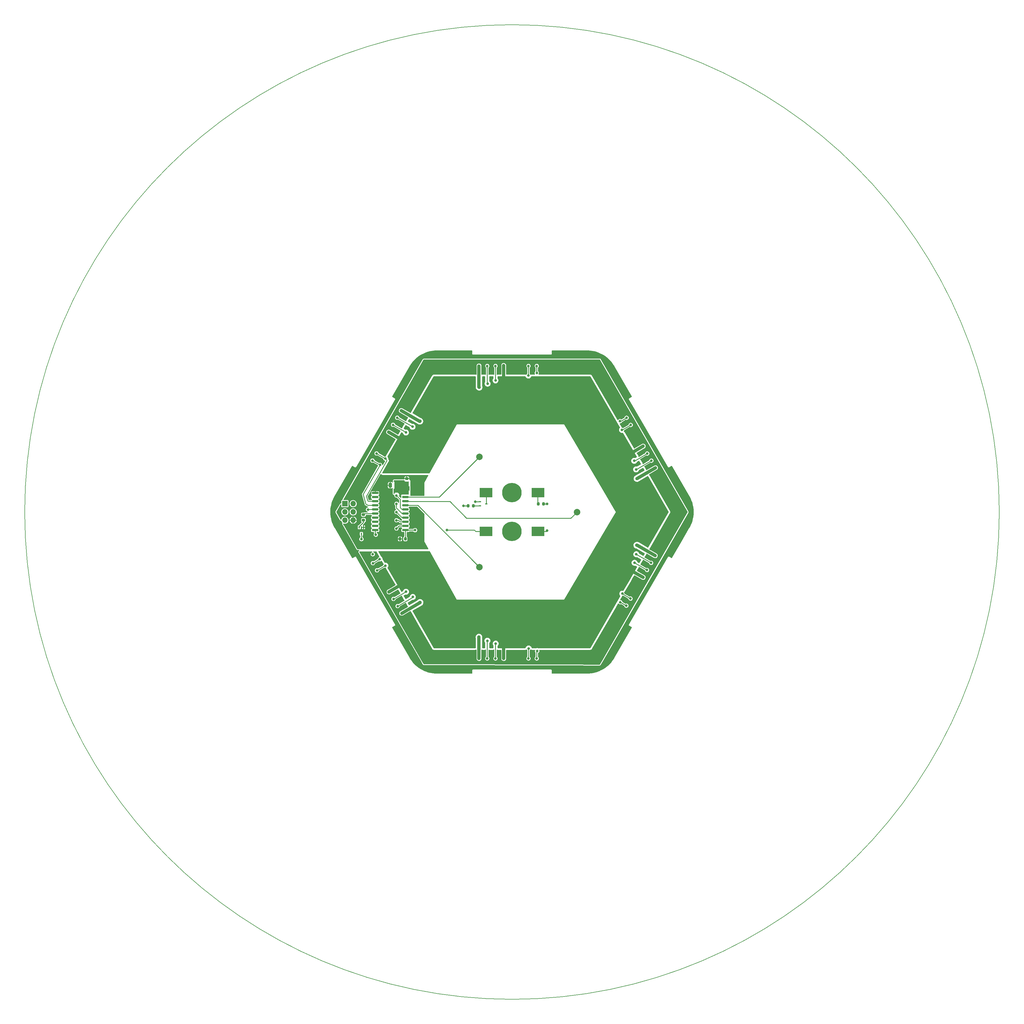
<source format=gbr>
%TF.GenerationSoftware,KiCad,Pcbnew,(6.0.2)*%
%TF.CreationDate,2022-06-07T19:59:40+02:00*%
%TF.ProjectId,cup_sense,6375705f-7365-46e7-9365-2e6b69636164,rev?*%
%TF.SameCoordinates,Original*%
%TF.FileFunction,Copper,L2,Bot*%
%TF.FilePolarity,Positive*%
%FSLAX46Y46*%
G04 Gerber Fmt 4.6, Leading zero omitted, Abs format (unit mm)*
G04 Created by KiCad (PCBNEW (6.0.2)) date 2022-06-07 19:59:40*
%MOMM*%
%LPD*%
G01*
G04 APERTURE LIST*
G04 Aperture macros list*
%AMRoundRect*
0 Rectangle with rounded corners*
0 $1 Rounding radius*
0 $2 $3 $4 $5 $6 $7 $8 $9 X,Y pos of 4 corners*
0 Add a 4 corners polygon primitive as box body*
4,1,4,$2,$3,$4,$5,$6,$7,$8,$9,$2,$3,0*
0 Add four circle primitives for the rounded corners*
1,1,$1+$1,$2,$3*
1,1,$1+$1,$4,$5*
1,1,$1+$1,$6,$7*
1,1,$1+$1,$8,$9*
0 Add four rect primitives between the rounded corners*
20,1,$1+$1,$2,$3,$4,$5,0*
20,1,$1+$1,$4,$5,$6,$7,0*
20,1,$1+$1,$6,$7,$8,$9,0*
20,1,$1+$1,$8,$9,$2,$3,0*%
G04 Aperture macros list end*
%TA.AperFunction,NonConductor*%
%ADD10C,0.200000*%
%TD*%
%TA.AperFunction,SMDPad,CuDef*%
%ADD11R,4.000000X3.000000*%
%TD*%
%TA.AperFunction,ComponentPad*%
%ADD12C,6.000000*%
%TD*%
%TA.AperFunction,ComponentPad*%
%ADD13C,2.000000*%
%TD*%
%TA.AperFunction,ComponentPad*%
%ADD14R,1.700000X1.700000*%
%TD*%
%TA.AperFunction,ComponentPad*%
%ADD15O,1.700000X1.700000*%
%TD*%
%TA.AperFunction,SMDPad,CuDef*%
%ADD16RoundRect,0.200000X0.275000X-0.200000X0.275000X0.200000X-0.275000X0.200000X-0.275000X-0.200000X0*%
%TD*%
%TA.AperFunction,SMDPad,CuDef*%
%ADD17RoundRect,0.200000X0.200000X0.275000X-0.200000X0.275000X-0.200000X-0.275000X0.200000X-0.275000X0*%
%TD*%
%TA.AperFunction,SMDPad,CuDef*%
%ADD18RoundRect,0.250000X0.250000X0.475000X-0.250000X0.475000X-0.250000X-0.475000X0.250000X-0.475000X0*%
%TD*%
%TA.AperFunction,SMDPad,CuDef*%
%ADD19R,0.700000X0.450000*%
%TD*%
%TA.AperFunction,SMDPad,CuDef*%
%ADD20RoundRect,0.150000X0.875000X0.150000X-0.875000X0.150000X-0.875000X-0.150000X0.875000X-0.150000X0*%
%TD*%
%TA.AperFunction,SMDPad,CuDef*%
%ADD21RoundRect,0.200000X-0.200000X-0.275000X0.200000X-0.275000X0.200000X0.275000X-0.200000X0.275000X0*%
%TD*%
%TA.AperFunction,SMDPad,CuDef*%
%ADD22R,0.450000X0.700000*%
%TD*%
%TA.AperFunction,SMDPad,CuDef*%
%ADD23RoundRect,0.225000X0.250000X-0.225000X0.250000X0.225000X-0.250000X0.225000X-0.250000X-0.225000X0*%
%TD*%
%TA.AperFunction,ViaPad*%
%ADD24C,0.800000*%
%TD*%
%TA.AperFunction,Conductor*%
%ADD25C,0.250000*%
%TD*%
%TA.AperFunction,Conductor*%
%ADD26C,1.000000*%
%TD*%
G04 APERTURE END LIST*
D10*
X150000000Y0D02*
G75*
G03*
X150000000Y0I-150000000J0D01*
G01*
D11*
%TO.P,D4,1,K*%
%TO.N,Net-(D4-Pad1)*%
X-8000000Y6000000D03*
%TO.P,D4,2,A*%
%TO.N,Net-(D4-Pad2)*%
X8000000Y6000000D03*
D12*
%TO.P,D4,MP*%
%TO.N,N/C*%
X0Y6000000D03*
%TD*%
D13*
%TO.P,T1,0,0*%
%TO.N,Net-(T1-Pad0)*%
X-10000000Y-17000000D03*
%TO.P,T1,1,1*%
%TO.N,Net-(T1-Pad1)*%
X20000000Y0D03*
%TO.P,T1,2,2*%
%TO.N,Net-(T1-Pad2)*%
X-10000000Y17000000D03*
%TD*%
D14*
%TO.P,J7,1,Pin_1*%
%TO.N,UPDI_DATA*%
X-51435000Y2560000D03*
D15*
%TO.P,J7,2,Pin_2*%
%TO.N,+3V3*%
X-48895000Y2560000D03*
%TO.P,J7,3,Pin_3*%
%TO.N,unconnected-(J7-Pad3)*%
X-51435000Y20000D03*
%TO.P,J7,4,Pin_4*%
%TO.N,unconnected-(J7-Pad4)*%
X-48895000Y20000D03*
%TO.P,J7,5,Pin_5*%
%TO.N,unconnected-(J7-Pad5)*%
X-51435000Y-2520000D03*
%TO.P,J7,6,Pin_6*%
%TO.N,GND*%
X-48895000Y-2520000D03*
%TD*%
D11*
%TO.P,Q1,1,C*%
%TO.N,+3V3*%
X8000000Y-6000000D03*
%TO.P,Q1,2,E*%
%TO.N,Net-(Q1-Pad2)*%
X-8000000Y-6000000D03*
D12*
%TO.P,Q1,MP*%
%TO.N,N/C*%
X0Y-6000000D03*
%TD*%
D16*
%TO.P,R3,1*%
%TO.N,Net-(Q3-Pad1)*%
X-45720000Y-2476000D03*
%TO.P,R3,2*%
%TO.N,Net-(R3-Pad2)*%
X-45720000Y-826000D03*
%TD*%
D17*
%TO.P,R4,1*%
%TO.N,Net-(Q1-Pad2)*%
X-32830000Y-8255000D03*
%TO.P,R4,2*%
%TO.N,GND*%
X-34480000Y-8255000D03*
%TD*%
%TO.P,R1,1*%
%TO.N,+3V3*%
X9715000Y2540000D03*
%TO.P,R1,2*%
%TO.N,Net-(D4-Pad2)*%
X8065000Y2540000D03*
%TD*%
D18*
%TO.P,C2,1*%
%TO.N,+3V3*%
X-35565000Y8255000D03*
%TO.P,C2,2*%
%TO.N,GND*%
X-37465000Y8255000D03*
%TD*%
D19*
%TO.P,Q2,1,B*%
%TO.N,Net-(Q2-Pad1)*%
X-9890000Y1890000D03*
%TO.P,Q2,2,E*%
%TO.N,GND*%
X-9890000Y3190000D03*
%TO.P,Q2,3,C*%
%TO.N,Net-(D4-Pad1)*%
X-7890000Y2540000D03*
%TD*%
D20*
%TO.P,U1,1,VCC*%
%TO.N,+3V3*%
X-32815000Y5845000D03*
%TO.P,U1,2,PA4*%
%TO.N,Net-(T1-Pad2)*%
X-32815000Y4575000D03*
%TO.P,U1,3,PA5*%
%TO.N,Net-(T1-Pad1)*%
X-32815000Y3305000D03*
%TO.P,U1,4,PA6*%
%TO.N,Net-(T1-Pad0)*%
X-32815000Y2035000D03*
%TO.P,U1,5,PA7*%
%TO.N,Net-(JP5-Pad1)*%
X-32815000Y765000D03*
%TO.P,U1,6,PB5*%
%TO.N,Net-(JP4-Pad1)*%
X-32815000Y-505000D03*
%TO.P,U1,7,PB4*%
%TO.N,Net-(JP3-Pad1)*%
X-32815000Y-1775000D03*
%TO.P,U1,8,PB3*%
%TO.N,Net-(JP2-Pad1)*%
X-32815000Y-3045000D03*
%TO.P,U1,9,PB2*%
%TO.N,Net-(JP1-Pad1)*%
X-32815000Y-4315000D03*
%TO.P,U1,10,PB1*%
%TO.N,Net-(Q1-Pad2)*%
X-32815000Y-5585000D03*
%TO.P,U1,11,PB0*%
%TO.N,Net-(R2-Pad1)*%
X-42115000Y-5585000D03*
%TO.P,U1,12,PC0*%
%TO.N,unconnected-(U1-Pad12)*%
X-42115000Y-4315000D03*
%TO.P,U1,13,PC1*%
%TO.N,unconnected-(U1-Pad13)*%
X-42115000Y-3045000D03*
%TO.P,U1,14,PC2*%
%TO.N,unconnected-(U1-Pad14)*%
X-42115000Y-1775000D03*
%TO.P,U1,15,PC3*%
%TO.N,Net-(R3-Pad2)*%
X-42115000Y-505000D03*
%TO.P,U1,16,~{RESET}/PA0*%
%TO.N,UPDI_DATA*%
X-42115000Y765000D03*
%TO.P,U1,17,PA1*%
%TO.N,I2C_SDA*%
X-42115000Y2035000D03*
%TO.P,U1,18,PA2*%
%TO.N,I2C_SCL*%
X-42115000Y3305000D03*
%TO.P,U1,19,PA3*%
%TO.N,unconnected-(U1-Pad19)*%
X-42115000Y4575000D03*
%TO.P,U1,20,GND*%
%TO.N,GND*%
X-42115000Y5845000D03*
%TD*%
D21*
%TO.P,R2,1*%
%TO.N,Net-(R2-Pad1)*%
X-13525001Y1905000D03*
%TO.P,R2,2*%
%TO.N,Net-(Q2-Pad1)*%
X-11875001Y1905000D03*
%TD*%
D22*
%TO.P,Q3,1,B*%
%TO.N,Net-(Q3-Pad1)*%
X-47005000Y-4715000D03*
%TO.P,Q3,2,E*%
%TO.N,GND*%
X-45705000Y-4715000D03*
%TO.P,Q3,3,C*%
%TO.N,touch*%
X-46355000Y-6715000D03*
%TD*%
D23*
%TO.P,C1,1*%
%TO.N,+3V3*%
X-32385000Y8750000D03*
%TO.P,C1,2*%
%TO.N,GND*%
X-32385000Y10300000D03*
%TD*%
D24*
%TO.N,+3V3*%
X10795000Y2540001D03*
X-51040000Y8730000D03*
X-33940000Y7460001D03*
X-42514460Y-21612795D03*
X39974460Y-26012205D03*
X10795000Y-5715000D03*
X2540000Y-47625000D03*
X-53086000Y3937000D03*
X-42514460Y21612795D03*
X2540000Y47625000D03*
X39974460Y26012205D03*
X-52451000Y-5588000D03*
%TO.N,GND*%
X-11260000Y3200000D03*
X-39116000Y-22352000D03*
X0Y44958000D03*
X-27690000Y-1580000D03*
X-40132000Y7620000D03*
X39116000Y-22352000D03*
X39083162Y22400082D03*
X0Y-45085000D03*
X-39116000Y22606000D03*
%TO.N,+5V*%
X-10089700Y38410700D03*
X-10160000Y44958000D03*
X44112307Y-13443063D03*
X38407029Y-10230296D03*
X-28345845Y27946954D03*
X-10179000Y-38500000D03*
X-10160000Y-45085000D03*
X-28300290Y-27824386D03*
X44163162Y13601264D03*
X-33935269Y-31158918D03*
X-34058123Y31223000D03*
X38469884Y10292309D03*
%TO.N,GND1*%
X-29599430Y-12655993D03*
X-2540001Y45085000D03*
X-34545222Y-22669500D03*
X-26234452Y21140808D03*
X36968713Y18264310D03*
X-37844778Y-24574500D03*
X26797000Y26797000D03*
X-2540000Y-45084999D03*
X9652000Y-36576000D03*
X-34052272Y22299734D03*
X-9525000Y36322000D03*
X-2540001Y-41275000D03*
X-2540000Y41275001D03*
X40384778Y20256501D03*
X31667008Y12200430D03*
X40384778Y-20129500D03*
X-37846000Y12319000D03*
X5432555Y33214237D03*
X-5461000Y-33274000D03*
X37085222Y-18224500D03*
X-26670001Y-26797000D03*
X36195000Y-10033000D03*
X-37971778Y24574500D03*
X26234452Y-21140808D03*
%TO.N,LED_IN*%
X41623162Y18000673D03*
X-36475269Y-26759509D03*
X-32659296Y24475838D03*
X-36598123Y26823591D03*
X-32624762Y-24533185D03*
X-5016200Y-40500000D03*
X-5077200Y40510200D03*
X37719000Y-15621000D03*
X-5080000Y-45085000D03*
X37620535Y15763425D03*
X41572308Y-17842474D03*
X-5080000Y44958000D03*
%TO.N,LED_OUT*%
X-7506201Y39510201D03*
X38188891Y13102901D03*
X42842308Y-15642770D03*
X-30624158Y26248800D03*
X-7620000Y44958000D03*
X38252391Y-12992916D03*
X-35328122Y29023295D03*
X-7569200Y-39624001D03*
X-30544237Y-26136760D03*
X-7620001Y-45085000D03*
X-35205268Y-28959214D03*
X42893162Y15800970D03*
%TO.N,UPDI_DATA*%
X-44323000Y762000D03*
%TO.N,Net-(JP1-Pad1)*%
X-35560000Y-5080000D03*
%TO.N,Net-(JP2-Pad1)*%
X-35560000Y-2540001D03*
%TO.N,Net-(JP3-Pad1)*%
X-35560000Y0D03*
%TO.N,Net-(JP4-Pad1)*%
X-35559999Y2540000D03*
%TO.N,Net-(JP5-Pad1)*%
X-35560000Y5080000D03*
%TO.N,Net-(Q1-Pad2)*%
X-29830000Y-5580000D03*
X-20040000Y-5520000D03*
%TO.N,touch*%
X-46355000Y-8344500D03*
X-42848989Y-13003988D03*
%TO.N,I2C_SDA*%
X-42825269Y-15760986D03*
X33356658Y-27776797D03*
X7631200Y42810200D03*
X7620001Y-45085000D03*
X33230294Y27967547D03*
X7748000Y-42800000D03*
X35273162Y28999195D03*
X-42948122Y15825068D03*
X35222307Y-28840997D03*
X-40732261Y-14539655D03*
X7620000Y44958000D03*
X-40608566Y14499901D03*
%TO.N,I2C_SCL*%
X-41678123Y18024773D03*
X-39026034Y16448324D03*
X33952838Y-25144184D03*
X33851873Y25290939D03*
X5119200Y-42000000D03*
X36492308Y-26641292D03*
X5080000Y44958000D03*
X36543162Y26799491D03*
X-38988999Y-16510000D03*
X-41555269Y-17960691D03*
X5053200Y42010199D03*
X5080000Y-45085000D03*
%TO.N,Net-(R2-Pad1)*%
X-14920000Y1880000D03*
X-41910000Y-6984999D03*
%TD*%
D25*
%TO.N,+3V3*%
X10510000Y-6000000D02*
X10795000Y-5715000D01*
X8000000Y-6000000D02*
X10510000Y-6000000D01*
X9715000Y2540001D02*
X10795000Y2540001D01*
%TO.N,GND*%
X-11250000Y3190000D02*
X-11260000Y3200000D01*
X-9890000Y3190000D02*
X-11250000Y3190000D01*
D26*
%TO.N,+5V*%
X-33935269Y-31158918D02*
X-28326024Y-27920418D01*
X44112307Y-13443063D02*
X38503061Y-10204566D01*
X-28326024Y-27920418D02*
X-28300290Y-27824386D01*
X-10160000Y38481000D02*
X-10089700Y38410700D01*
X-10160000Y44958000D02*
X-10160000Y38481000D01*
X38503061Y-10204566D02*
X38407029Y-10230296D01*
X-28371800Y27940000D02*
X-28345845Y27946954D01*
X-10160000Y-38519000D02*
X-10179000Y-38500000D01*
X38476839Y10318264D02*
X38469884Y10292309D01*
X-34058123Y31223000D02*
X-28371800Y27940000D01*
X-10160000Y-45085000D02*
X-10160000Y-38519000D01*
X44163162Y13601264D02*
X38476839Y10318264D01*
%TO.N,GND1*%
X-34056025Y22313739D02*
X-34052272Y22299734D01*
X36975029Y18287881D02*
X36968713Y18264310D01*
X-2540000Y-45084999D02*
X-2540001Y-41275000D01*
X-34545222Y-22669500D02*
X-37844778Y-24574500D01*
X-2540000Y41275001D02*
X-2540001Y45085000D01*
X-37971778Y24574500D02*
X-34056025Y22313739D01*
X40384778Y20256501D02*
X36975029Y18287881D01*
X40384778Y-20129500D02*
X37085222Y-18224500D01*
D25*
%TO.N,LED_IN*%
X-32682649Y24562991D02*
X-32659296Y24475838D01*
X-32625787Y-24537009D02*
X-32624762Y-24533185D01*
X37707688Y15740073D02*
X37620535Y15763425D01*
X37722825Y-15619975D02*
X37719000Y-15621000D01*
X-36598123Y26823591D02*
X-32682649Y24562991D01*
X-5080000Y44958000D02*
X-5080000Y40513000D01*
X-5080000Y40513000D02*
X-5077200Y40510200D01*
X-5080000Y-40563800D02*
X-5016200Y-40500000D01*
X41572308Y-17842474D02*
X37722825Y-15619975D01*
X-5080000Y-45085000D02*
X-5080000Y-40563800D01*
X41623162Y18000673D02*
X37707688Y15740073D01*
X-36475269Y-26759509D02*
X-32625787Y-24537009D01*
%TO.N,Net-(D4-Pad2)*%
X7900000Y6350000D02*
X7900000Y2705000D01*
X7900000Y2705000D02*
X8065000Y2540000D01*
%TO.N,LED_OUT*%
X-7620001Y-39674800D02*
X-7569200Y-39624001D01*
X-30585890Y-26292214D02*
X-30544237Y-26136760D01*
X-35328122Y29023295D02*
X-30642752Y26318195D01*
X42893162Y15800970D02*
X38210119Y13097213D01*
X-7620001Y-45085000D02*
X-7620001Y-39674800D01*
X38252552Y-12992873D02*
X38252391Y-12992916D01*
X-30642752Y26318195D02*
X-30624158Y26248800D01*
X-7620000Y39624001D02*
X-7506201Y39510201D01*
X42842308Y-15642770D02*
X38252552Y-12992873D01*
X-35205268Y-28959214D02*
X-30585890Y-26292214D01*
X-7620000Y44958000D02*
X-7620000Y39624001D01*
X38210119Y13097213D02*
X38188891Y13102901D01*
%TO.N,UPDI_DATA*%
X-44320000Y765000D02*
X-44323000Y762000D01*
X-42115000Y765000D02*
X-44320000Y765000D01*
%TO.N,Net-(D4-Pad1)*%
X-7890000Y6140000D02*
X-8100000Y6350000D01*
X-7889999Y2540000D02*
X-7890000Y6140000D01*
%TO.N,Net-(JP1-Pad1)*%
X-32815001Y-4315000D02*
X-34795000Y-4315000D01*
X-34795000Y-4315000D02*
X-35560000Y-5080000D01*
%TO.N,Net-(JP2-Pad1)*%
X-34419999Y-3045000D02*
X-34925000Y-2540001D01*
X-34925000Y-2540001D02*
X-35560000Y-2540001D01*
X-32815001Y-3045000D02*
X-34419999Y-3045000D01*
%TO.N,Net-(JP3-Pad1)*%
X-33785000Y-1775000D02*
X-35560000Y0D01*
X-32815000Y-1775000D02*
X-33785000Y-1775000D01*
%TO.N,Net-(JP4-Pad1)*%
X-32815000Y-505000D02*
X-33830536Y-505000D01*
X-33830536Y-505000D02*
X-35560000Y1224464D01*
X-35560000Y1224464D02*
X-35559999Y2540000D01*
%TO.N,Net-(JP5-Pad1)*%
X-32815001Y765000D02*
X-33830537Y765000D01*
X-34413467Y1347931D02*
X-34413467Y3933467D01*
X-33830537Y765000D02*
X-34413467Y1347931D01*
X-34413467Y3933467D02*
X-35560000Y5080000D01*
%TO.N,Net-(Q1-Pad2)*%
X-32765000Y-8255000D02*
X-32765000Y-5635000D01*
X-32765000Y-5635000D02*
X-32815000Y-5585000D01*
X-11625000Y-5520000D02*
X-11145000Y-6000000D01*
X-29835000Y-5585000D02*
X-29830000Y-5580000D01*
X-32815000Y-5585000D02*
X-29835000Y-5585000D01*
X-11625000Y-5520000D02*
X-20040000Y-5520000D01*
X-11145000Y-6000000D02*
X-8000000Y-6000000D01*
%TO.N,Net-(Q2-Pad1)*%
X-11875000Y1904999D02*
X-9905001Y1905000D01*
X-9905001Y1905000D02*
X-9890000Y1890000D01*
%TO.N,Net-(Q3-Pad1)*%
X-45720000Y-3175001D02*
X-47005000Y-4460000D01*
X-45720000Y-2476000D02*
X-45720000Y-3175001D01*
X-47005000Y-4460000D02*
X-47005000Y-4715000D01*
%TO.N,touch*%
X-46355001Y-6715000D02*
X-46355000Y-8344500D01*
%TO.N,I2C_SDA*%
X33405145Y27920695D02*
X33230294Y27967547D01*
X-40638823Y14491794D02*
X-40608566Y14499901D01*
X7620000Y44958000D02*
X7620000Y42821400D01*
X7620000Y42821400D02*
X7631200Y42810200D01*
X-42825269Y-15760986D02*
X-40736360Y-14554954D01*
X-40608566Y14499901D02*
X-45815565Y5481114D01*
X-42948122Y15825068D02*
X-40638823Y14491794D01*
X7620000Y-42928001D02*
X7748000Y-42800000D01*
X35222307Y-28840997D02*
X33371958Y-27772698D01*
X-44326000Y2035000D02*
X-42115000Y2035000D01*
X-44995801Y2421710D02*
X-44326000Y2035000D01*
X-40736360Y-14554954D02*
X-40732261Y-14539655D01*
X-45815565Y5481114D02*
X-44995801Y2421710D01*
X7620001Y-45085000D02*
X7620000Y-42928001D01*
X35273162Y28999195D02*
X33405145Y27920695D01*
X33371958Y-27772698D02*
X33356658Y-27776797D01*
%TO.N,I2C_SCL*%
X5080000Y42037000D02*
X5053200Y42010199D01*
X33962647Y-25180793D02*
X33952838Y-25144184D01*
X5080000Y-42039200D02*
X5119200Y-42000000D01*
X5080000Y44958000D02*
X5080000Y42037000D01*
X-44431750Y3439379D02*
X-44199000Y3305000D01*
X36543162Y26799491D02*
X33905420Y25276591D01*
X-41555269Y-17960691D02*
X-39025609Y-16500191D01*
X-38656198Y16234799D02*
X-38539199Y15798150D01*
X-39026034Y16448324D02*
X-38656198Y16234799D01*
X-41678123Y18024773D02*
X-39040383Y16501872D01*
X-38539199Y15798150D02*
X-44825698Y4909614D01*
X-44825698Y4909614D02*
X-44431750Y3439379D01*
X36492308Y-26641292D02*
X33962647Y-25180793D01*
X-39040383Y16501872D02*
X-39026034Y16448324D01*
X5080000Y-45085000D02*
X5080000Y-42039200D01*
X-39025609Y-16500191D02*
X-38988999Y-16510000D01*
X-44199000Y3305000D02*
X-42115000Y3305000D01*
X33905420Y25276591D02*
X33851873Y25290939D01*
%TO.N,Net-(R2-Pad1)*%
X-13550000Y1880000D02*
X-14920000Y1880000D01*
X-42115000Y-5585000D02*
X-42115000Y-6780000D01*
X-42115000Y-6780000D02*
X-41910000Y-6984999D01*
X-13525001Y1905000D02*
X-13550000Y1880000D01*
%TO.N,Net-(R3-Pad2)*%
X-42115000Y-505000D02*
X-45399000Y-505000D01*
X-45399000Y-505000D02*
X-45720000Y-826000D01*
%TO.N,Net-(T1-Pad0)*%
X-29035000Y2035000D02*
X-10000000Y-17000000D01*
X-32815000Y2035000D02*
X-29035000Y2035000D01*
%TO.N,Net-(T1-Pad1)*%
X18095000Y-1904999D02*
X20000000Y0D01*
X-13970000Y-1905000D02*
X18095000Y-1904999D01*
X-32765489Y3255489D02*
X-19130489Y3255489D01*
X-32815000Y3305000D02*
X-32765489Y3255489D01*
X-19130489Y3255489D02*
X-13970000Y-1905000D01*
%TO.N,Net-(T1-Pad2)*%
X-22425000Y4575000D02*
X-10000000Y17000000D01*
X-32815000Y4575000D02*
X-22425000Y4575000D01*
%TD*%
%TA.AperFunction,Conductor*%
%TO.N,+3V3*%
G36*
X-33092702Y9495448D02*
G01*
X-33086472Y9491608D01*
X-33086471Y9491607D01*
X-33020000Y9450634D01*
X-32947101Y9405698D01*
X-32784757Y9351851D01*
X-32777920Y9351151D01*
X-32777918Y9351150D01*
X-32736599Y9346917D01*
X-32683732Y9341500D01*
X-32086268Y9341500D01*
X-32083022Y9341837D01*
X-32083018Y9341837D01*
X-32048917Y9345375D01*
X-31983981Y9352113D01*
X-31830274Y9403394D01*
X-31828676Y9403927D01*
X-31828674Y9403928D01*
X-31821732Y9406244D01*
X-31750000Y9450633D01*
X-31750000Y5355528D01*
X-31770754Y5361557D01*
X-31836169Y5380562D01*
X-31842574Y5381066D01*
X-31842579Y5381067D01*
X-31871042Y5383307D01*
X-31871050Y5383307D01*
X-31873498Y5383500D01*
X-33756502Y5383500D01*
X-33758950Y5383307D01*
X-33758958Y5383307D01*
X-33787421Y5381067D01*
X-33787426Y5381066D01*
X-33793831Y5380562D01*
X-33879999Y5355528D01*
X-33945988Y5336357D01*
X-33945990Y5336356D01*
X-33953601Y5334145D01*
X-33960428Y5330108D01*
X-33960427Y5330108D01*
X-34089980Y5253491D01*
X-34089983Y5253489D01*
X-34096807Y5249453D01*
X-34214453Y5131807D01*
X-34218489Y5124983D01*
X-34218491Y5124980D01*
X-34245092Y5080000D01*
X-34640846Y5080000D01*
X-34646904Y5091094D01*
X-34649093Y5104707D01*
X-34665768Y5263365D01*
X-34665768Y5263367D01*
X-34666458Y5269928D01*
X-34725473Y5451556D01*
X-34820960Y5616944D01*
X-34948747Y5758866D01*
X-35103248Y5871118D01*
X-35109276Y5873802D01*
X-35109278Y5873803D01*
X-35271681Y5946109D01*
X-35271682Y5946109D01*
X-35277712Y5948794D01*
X-35371113Y5968647D01*
X-35458056Y5987128D01*
X-35458061Y5987128D01*
X-35464513Y5988500D01*
X-35655487Y5988500D01*
X-35661939Y5987128D01*
X-35661944Y5987128D01*
X-35748887Y5968647D01*
X-35842288Y5948794D01*
X-35848318Y5946109D01*
X-35848319Y5946109D01*
X-36010722Y5873803D01*
X-36010724Y5873802D01*
X-36016752Y5871118D01*
X-36171253Y5758866D01*
X-36195000Y5732492D01*
X-36195000Y9525000D01*
X-33122306Y9525000D01*
X-33092702Y9495448D01*
G37*
%TD.AperFunction*%
%TD*%
%TA.AperFunction,Conductor*%
%TO.N,+3V3*%
G36*
X-12383112Y49742404D02*
G01*
X-12314991Y49722402D01*
X-12268498Y49668746D01*
X-12257112Y49616404D01*
X-12257112Y48786526D01*
X-12259533Y48761948D01*
X-12262088Y48749101D01*
X-12257112Y48724084D01*
X-12242375Y48649995D01*
X-12186236Y48565977D01*
X-12102218Y48509838D01*
X-12003112Y48490125D01*
X-11990265Y48492680D01*
X-11965687Y48495101D01*
X11959463Y48495101D01*
X11984041Y48492680D01*
X11996888Y48490125D01*
X12095994Y48509838D01*
X12180012Y48565977D01*
X12236151Y48649995D01*
X12250888Y48724084D01*
X12255864Y48749101D01*
X12253309Y48761948D01*
X12250888Y48786526D01*
X12250888Y49616405D01*
X12270890Y49684526D01*
X12324546Y49731019D01*
X12376888Y49742405D01*
X23052493Y49742405D01*
X23077034Y49739992D01*
X23077770Y49739846D01*
X23077771Y49739846D01*
X23089942Y49737429D01*
X23102110Y49739853D01*
X23108546Y49739855D01*
X23125967Y49741306D01*
X23686048Y49724224D01*
X23693763Y49723751D01*
X24015200Y49694067D01*
X24283762Y49669265D01*
X24291464Y49668314D01*
X24876986Y49577611D01*
X24884614Y49576187D01*
X25463413Y49449616D01*
X25470940Y49447726D01*
X26040869Y49285759D01*
X26048265Y49283409D01*
X26607158Y49086659D01*
X26614395Y49083857D01*
X27160079Y48853089D01*
X27167130Y48849848D01*
X27697592Y48585915D01*
X27704430Y48582246D01*
X28217639Y48286158D01*
X28224238Y48282075D01*
X28718242Y47954958D01*
X28724573Y47950480D01*
X29197527Y47593552D01*
X29203543Y47588714D01*
X29653634Y47203343D01*
X29659349Y47198136D01*
X29811876Y47050328D01*
X30084839Y46785810D01*
X30090243Y46780241D01*
X30489545Y46342502D01*
X30494592Y46336615D01*
X30866197Y45875113D01*
X30870859Y45868944D01*
X31037669Y45633454D01*
X31213341Y45385454D01*
X31217630Y45378986D01*
X31512757Y44902670D01*
X31520218Y44886869D01*
X31523438Y44881295D01*
X31527432Y44869543D01*
X31535617Y44860216D01*
X31535618Y44860214D01*
X31536030Y44859745D01*
X31550443Y44839638D01*
X36888187Y35594394D01*
X36904925Y35525399D01*
X36881705Y35458307D01*
X36842068Y35422275D01*
X36123373Y35007336D01*
X36100875Y34997142D01*
X36100220Y34996920D01*
X36100219Y34996920D01*
X36088472Y34992932D01*
X36079144Y34984751D01*
X36079143Y34984751D01*
X36021830Y34934490D01*
X36021829Y34934488D01*
X36021460Y34934165D01*
X36012500Y34926307D01*
X35967808Y34835680D01*
X35961199Y34734849D01*
X35993680Y34639164D01*
X36001860Y34629836D01*
X36001861Y34629835D01*
X36002314Y34629319D01*
X36016702Y34609242D01*
X41073227Y25851084D01*
X47979276Y13889455D01*
X47989469Y13866958D01*
X47993680Y13854554D01*
X48018382Y13826387D01*
X48060305Y13778582D01*
X48150932Y13733890D01*
X48163317Y13733078D01*
X48163318Y13733078D01*
X48190081Y13731324D01*
X48251763Y13727281D01*
X48323295Y13751563D01*
X48347448Y13759762D01*
X48357293Y13768396D01*
X48377372Y13782785D01*
X48386251Y13787911D01*
X48897244Y14082933D01*
X49096068Y14197724D01*
X49165063Y14214462D01*
X49232155Y14191242D01*
X49268187Y14151605D01*
X54594274Y4926551D01*
X54605961Y4906308D01*
X54616153Y4883814D01*
X54620364Y4871410D01*
X54628546Y4862080D01*
X54631766Y4856503D01*
X54641723Y4842144D01*
X54906815Y4348482D01*
X54910270Y4341546D01*
X55037952Y4064019D01*
X55157918Y3803263D01*
X55160940Y3796122D01*
X55372111Y3251029D01*
X55374965Y3243661D01*
X55377545Y3236341D01*
X55557168Y2671706D01*
X55559291Y2664242D01*
X55703803Y2089666D01*
X55705464Y2082086D01*
X55814341Y1499647D01*
X55815526Y1492009D01*
X55853090Y1188647D01*
X55888337Y903997D01*
X55889053Y896270D01*
X55925528Y304902D01*
X55925767Y297145D01*
X55925767Y-295349D01*
X55925528Y-303106D01*
X55889053Y-894474D01*
X55888337Y-902201D01*
X55848924Y-1220500D01*
X55815528Y-1490200D01*
X55814341Y-1497851D01*
X55761515Y-1780444D01*
X55705464Y-2080290D01*
X55703803Y-2087870D01*
X55559291Y-2662446D01*
X55557168Y-2669910D01*
X55377545Y-3234545D01*
X55374969Y-3241853D01*
X55183668Y-3735659D01*
X55160942Y-3794321D01*
X55157918Y-3801467D01*
X54910275Y-4339739D01*
X54906815Y-4346686D01*
X54641723Y-4840348D01*
X54631769Y-4854703D01*
X54628549Y-4860281D01*
X54620364Y-4869614D01*
X54616154Y-4882017D01*
X54605960Y-4904515D01*
X52012597Y-9396350D01*
X49430971Y-13867857D01*
X49268186Y-14149808D01*
X49216804Y-14198801D01*
X49147090Y-14212237D01*
X49096067Y-14195927D01*
X48527833Y-13867857D01*
X48377371Y-13780988D01*
X48357294Y-13766600D01*
X48356778Y-13766147D01*
X48356777Y-13766146D01*
X48347449Y-13757966D01*
X48301541Y-13742382D01*
X48276784Y-13733978D01*
X48263516Y-13729474D01*
X48263515Y-13729474D01*
X48251764Y-13725485D01*
X48190905Y-13729474D01*
X48163319Y-13731282D01*
X48163318Y-13731282D01*
X48150933Y-13732094D01*
X48060306Y-13776786D01*
X47993681Y-13852758D01*
X47989693Y-13864505D01*
X47989693Y-13864506D01*
X47989471Y-13865161D01*
X47979277Y-13887659D01*
X45168760Y-18755617D01*
X37060351Y-32799795D01*
X36016704Y-34607444D01*
X36002315Y-34627523D01*
X35993681Y-34637368D01*
X35985482Y-34661521D01*
X35961200Y-34733053D01*
X35967809Y-34833884D01*
X36012501Y-34924511D01*
X36088473Y-34991136D01*
X36100220Y-34995124D01*
X36100221Y-34995124D01*
X36100876Y-34995346D01*
X36123374Y-35005540D01*
X36842069Y-35420479D01*
X36891062Y-35471861D01*
X36904498Y-35541575D01*
X36888188Y-35592598D01*
X31550414Y-44837892D01*
X31536025Y-44857971D01*
X31527391Y-44867816D01*
X31523402Y-44879568D01*
X31520182Y-44885145D01*
X31512726Y-44900950D01*
X31371227Y-45129488D01*
X31217773Y-45377333D01*
X31213495Y-45383790D01*
X30871188Y-45867411D01*
X30866531Y-45873579D01*
X30569187Y-46243157D01*
X30495131Y-46335204D01*
X30490086Y-46341094D01*
X30090990Y-46778994D01*
X30085592Y-46784562D01*
X29699200Y-47159358D01*
X29660326Y-47197065D01*
X29654600Y-47202287D01*
X29475487Y-47355805D01*
X29204737Y-47587863D01*
X29198696Y-47592726D01*
X28725984Y-47949878D01*
X28719655Y-47954361D01*
X28225856Y-48281760D01*
X28219263Y-48285845D01*
X27706249Y-48582246D01*
X27699417Y-48585917D01*
X27544616Y-48663066D01*
X27169149Y-48850189D01*
X27162123Y-48853425D01*
X26902845Y-48963286D01*
X26616594Y-49084575D01*
X26609363Y-49087380D01*
X26304705Y-49194882D01*
X26050631Y-49284535D01*
X26043259Y-49286883D01*
X25585380Y-49417387D01*
X25473489Y-49449278D01*
X25465968Y-49451174D01*
X24887260Y-49578213D01*
X24879638Y-49579642D01*
X24622712Y-49619664D01*
X24294210Y-49670836D01*
X24286532Y-49671791D01*
X23696609Y-49726792D01*
X23688879Y-49727274D01*
X23128835Y-49744868D01*
X23111426Y-49743434D01*
X23104986Y-49743438D01*
X23092812Y-49741024D01*
X23080645Y-49743452D01*
X23080643Y-49743452D01*
X23080084Y-49743564D01*
X23055426Y-49746000D01*
X12380000Y-49746000D01*
X12311879Y-49725998D01*
X12265386Y-49672342D01*
X12254000Y-49620000D01*
X12254000Y-48787425D01*
X12256421Y-48762844D01*
X12256555Y-48762170D01*
X12258976Y-48750000D01*
X12239263Y-48650894D01*
X12183124Y-48566876D01*
X12099106Y-48510737D01*
X12025017Y-48496000D01*
X12012172Y-48493445D01*
X12000000Y-48491024D01*
X11987153Y-48493579D01*
X11962575Y-48496000D01*
X-11962575Y-48496000D01*
X-11987153Y-48493579D01*
X-12000000Y-48491024D01*
X-12012172Y-48493445D01*
X-12025017Y-48496000D01*
X-12099106Y-48510737D01*
X-12183124Y-48566876D01*
X-12239263Y-48650894D01*
X-12258976Y-48750000D01*
X-12256555Y-48762170D01*
X-12256421Y-48762844D01*
X-12254000Y-48787425D01*
X-12254000Y-49620000D01*
X-12274002Y-49688121D01*
X-12327658Y-49734614D01*
X-12380000Y-49746000D01*
X-23055548Y-49746000D01*
X-23080126Y-49743579D01*
X-23092973Y-49741024D01*
X-23105143Y-49743445D01*
X-23111585Y-49743445D01*
X-23129003Y-49744890D01*
X-23598334Y-49730430D01*
X-23689055Y-49727635D01*
X-23696799Y-49727158D01*
X-24286796Y-49672486D01*
X-24294472Y-49671536D01*
X-24879965Y-49580651D01*
X-24887579Y-49579227D01*
X-25247321Y-49500443D01*
X-25466370Y-49452470D01*
X-25473895Y-49450577D01*
X-25766240Y-49367398D01*
X-26043772Y-49288434D01*
X-26051163Y-49286082D01*
X-26055561Y-49284532D01*
X-26178933Y-49241057D01*
X-26609969Y-49089165D01*
X-26617205Y-49086362D01*
X-27162833Y-48855419D01*
X-27169883Y-48852176D01*
X-27349286Y-48762844D01*
X-27700292Y-48588063D01*
X-27707096Y-48584409D01*
X-28040248Y-48392063D01*
X-28220215Y-48288159D01*
X-28226813Y-48284074D01*
X-28400538Y-48168960D01*
X-28720740Y-47956786D01*
X-28727042Y-47952326D01*
X-29199872Y-47595260D01*
X-29205918Y-47590395D01*
X-29610434Y-47243828D01*
X-29655870Y-47204900D01*
X-29661589Y-47199688D01*
X-30086956Y-46787223D01*
X-30092358Y-46781652D01*
X-30491523Y-46343789D01*
X-30496572Y-46337895D01*
X-30868007Y-45876311D01*
X-30872684Y-45870119D01*
X-31215023Y-45386512D01*
X-31219309Y-45380042D01*
X-31514281Y-44903646D01*
X-31521740Y-44887838D01*
X-31524957Y-44882265D01*
X-31528947Y-44870512D01*
X-31537129Y-44861182D01*
X-31537130Y-44861180D01*
X-31537584Y-44860663D01*
X-31551970Y-44840587D01*
X-36889742Y-35595293D01*
X-36906480Y-35526298D01*
X-36883260Y-35459206D01*
X-36843623Y-35423174D01*
X-36670947Y-35323480D01*
X-36124924Y-35008234D01*
X-36102432Y-34998043D01*
X-36090028Y-34993832D01*
X-36080702Y-34985653D01*
X-36080700Y-34985652D01*
X-36075893Y-34981436D01*
X-36070854Y-34977016D01*
X-36070850Y-34977014D01*
X-36023387Y-34935390D01*
X-36014056Y-34927207D01*
X-35969364Y-34836580D01*
X-35962755Y-34735749D01*
X-35995236Y-34640064D01*
X-36003870Y-34630219D01*
X-36018259Y-34610140D01*
X-36019815Y-34607444D01*
X-47433491Y-14838377D01*
X-47980832Y-13890355D01*
X-47991026Y-13867857D01*
X-47991248Y-13867202D01*
X-47991248Y-13867201D01*
X-47995236Y-13855454D01*
X-48005781Y-13843429D01*
X-48053679Y-13788812D01*
X-48061861Y-13779482D01*
X-48152488Y-13734790D01*
X-48164873Y-13733978D01*
X-48164874Y-13733978D01*
X-48193620Y-13732094D01*
X-48253319Y-13728181D01*
X-48295153Y-13742382D01*
X-48349004Y-13760662D01*
X-48358332Y-13768842D01*
X-48358333Y-13768843D01*
X-48358849Y-13769296D01*
X-48378926Y-13783684D01*
X-48559016Y-13887659D01*
X-49097623Y-14198624D01*
X-49166618Y-14215362D01*
X-49233710Y-14192142D01*
X-49269742Y-14152505D01*
X-49436018Y-13864506D01*
X-54607549Y-4907153D01*
X-54617727Y-4884699D01*
X-54621961Y-4872240D01*
X-54630145Y-4862914D01*
X-54633363Y-4857343D01*
X-54643329Y-4842981D01*
X-54908573Y-4349404D01*
X-54912034Y-4342459D01*
X-55041069Y-4062223D01*
X-55159845Y-3804267D01*
X-55162870Y-3797126D01*
X-55192829Y-3719865D01*
X-55377074Y-3244710D01*
X-55379654Y-3237398D01*
X-55559449Y-2672830D01*
X-55561572Y-2665376D01*
X-55562137Y-2663130D01*
X-55706270Y-2090813D01*
X-55707932Y-2083233D01*
X-55816982Y-1500875D01*
X-55818175Y-1493207D01*
X-55850887Y-1229703D01*
X-55891169Y-905221D01*
X-55891887Y-897504D01*
X-55892074Y-894474D01*
X-55928546Y-306131D01*
X-55928787Y-298374D01*
X-55928895Y47820D01*
X-54333428Y47820D01*
X-54333154Y39660D01*
X-54333154Y39658D01*
X-54332909Y32381D01*
X-54330099Y-51230D01*
X-54313917Y-120358D01*
X-54287589Y-187690D01*
X-54220472Y-306131D01*
X-53697115Y-1229703D01*
X-53003720Y-2453340D01*
X-52980576Y-2494183D01*
X-52980575Y-2494183D01*
X-52979761Y-2495621D01*
X-52964385Y-2519544D01*
X-52947895Y-2542290D01*
X-52874189Y-2610249D01*
X-52868837Y-2613502D01*
X-52868835Y-2613504D01*
X-52815936Y-2645661D01*
X-52815928Y-2645665D01*
X-52813522Y-2647128D01*
X-52811001Y-2648367D01*
X-52810991Y-2648373D01*
X-52792168Y-2657627D01*
X-52772891Y-2667105D01*
X-52764019Y-2668640D01*
X-52764017Y-2668641D01*
X-52681334Y-2682950D01*
X-52681331Y-2682950D01*
X-52675236Y-2684005D01*
X-52654812Y-2683494D01*
X-52634409Y-2682985D01*
X-52565810Y-2701280D01*
X-52517991Y-2753757D01*
X-52509139Y-2777930D01*
X-52480608Y-2890269D01*
X-52395623Y-3074616D01*
X-52278467Y-3240389D01*
X-52210665Y-3306438D01*
X-52175829Y-3368297D01*
X-52179966Y-3439173D01*
X-52190361Y-3461211D01*
X-52219486Y-3510065D01*
X-52243246Y-3576968D01*
X-52254535Y-3620815D01*
X-52251206Y-3719865D01*
X-52235024Y-3788993D01*
X-52208696Y-3856325D01*
X-51863691Y-4465158D01*
X-49598348Y-8462821D01*
X-47898010Y-11463418D01*
X-47882187Y-11491342D01*
X-47845731Y-11540659D01*
X-47804229Y-11584537D01*
X-47779074Y-11607773D01*
X-47691257Y-11653709D01*
X-47623136Y-11673711D01*
X-47618677Y-11674352D01*
X-47618673Y-11674353D01*
X-47587356Y-11678856D01*
X-47551576Y-11684000D01*
X-47111436Y-11684000D01*
X-47043315Y-11704002D01*
X-46996822Y-11757658D01*
X-46986718Y-11827932D01*
X-47016212Y-11892512D01*
X-47054605Y-11922455D01*
X-47111434Y-11951174D01*
X-47167334Y-11994942D01*
X-47200357Y-12025924D01*
X-47250601Y-12111349D01*
X-47273964Y-12178392D01*
X-47284993Y-12222305D01*
X-47281077Y-12321333D01*
X-47264486Y-12390363D01*
X-47237758Y-12457539D01*
X-47235518Y-12461437D01*
X-47235518Y-12461438D01*
X-33976764Y-35539173D01*
X-27989952Y-45959615D01*
X-27434469Y-46926471D01*
X-27432232Y-46929473D01*
X-27432228Y-46929479D01*
X-27416187Y-46951004D01*
X-27398449Y-46974807D01*
X-27357565Y-47017877D01*
X-27333187Y-47040408D01*
X-27325888Y-47044248D01*
X-27325885Y-47044250D01*
X-27250961Y-47083667D01*
X-27250956Y-47083669D01*
X-27245478Y-47086551D01*
X-27211201Y-47096703D01*
X-27181723Y-47105434D01*
X-27181720Y-47105435D01*
X-27177404Y-47106713D01*
X-27146984Y-47111159D01*
X-27110317Y-47116519D01*
X-27110311Y-47116519D01*
X-27105867Y-47117169D01*
X-27101381Y-47117180D01*
X-27101374Y-47117180D01*
X16997441Y-47220456D01*
X26977357Y-47243828D01*
X26981100Y-47243386D01*
X27033954Y-47237145D01*
X27033962Y-47237143D01*
X27037701Y-47236702D01*
X27041369Y-47235814D01*
X27041376Y-47235813D01*
X27093832Y-47223117D01*
X27093833Y-47223117D01*
X27095873Y-47222623D01*
X27128012Y-47212547D01*
X27211635Y-47159358D01*
X27216105Y-47155085D01*
X27216109Y-47155082D01*
X27259707Y-47113406D01*
X27259709Y-47113404D01*
X27262956Y-47110300D01*
X27307575Y-47053415D01*
X27309819Y-47049517D01*
X27309823Y-47049511D01*
X27949931Y-45937586D01*
X37628294Y-29125406D01*
X42256784Y-21085306D01*
X54285941Y-189586D01*
X54309521Y-134426D01*
X54326173Y-77717D01*
X54333381Y-45605D01*
X54329378Y53420D01*
X54324331Y74341D01*
X54313783Y118057D01*
X54313782Y118060D01*
X54312726Y122437D01*
X54285941Y189586D01*
X54221787Y301027D01*
X27309352Y47050328D01*
X27309348Y47050333D01*
X27307476Y47053586D01*
X27305231Y47056591D01*
X27305227Y47056597D01*
X27289381Y47077806D01*
X27271285Y47102027D01*
X27230208Y47145162D01*
X27205646Y47167773D01*
X27117829Y47213709D01*
X27049708Y47233711D01*
X27045249Y47234352D01*
X27045245Y47234353D01*
X27013507Y47238916D01*
X26978148Y47244000D01*
X2713520Y47244000D01*
X2698442Y47243150D01*
X2686772Y47242493D01*
X2686758Y47242492D01*
X2684987Y47242392D01*
X2683212Y47242191D01*
X2683208Y47242191D01*
X2678459Y47241654D01*
X2656858Y47239212D01*
X2655131Y47238917D01*
X2655120Y47238916D01*
X2630438Y47234708D01*
X2630428Y47234706D01*
X2628686Y47234409D01*
X2626964Y47234015D01*
X2626946Y47234011D01*
X2597034Y47227160D01*
X2566926Y47223996D01*
X2538468Y47224443D01*
X2537186Y47224463D01*
X2500490Y47225040D01*
X2470493Y47229149D01*
X2467040Y47230054D01*
X2463236Y47231053D01*
X2463222Y47231056D01*
X2461294Y47231562D01*
X2429334Y47237789D01*
X2427332Y47238047D01*
X2427321Y47238049D01*
X2406605Y47240721D01*
X2397362Y47241913D01*
X2395341Y47242043D01*
X2395339Y47242043D01*
X2383502Y47242803D01*
X2364868Y47244000D01*
X-27104976Y47244000D01*
X-27165263Y47236742D01*
X-27168923Y47235848D01*
X-27168927Y47235847D01*
X-27213161Y47225039D01*
X-27223368Y47222545D01*
X-27225355Y47221917D01*
X-27225360Y47221916D01*
X-27235727Y47218641D01*
X-27255450Y47212412D01*
X-27338965Y47159054D01*
X-27343427Y47154771D01*
X-27343430Y47154769D01*
X-27351974Y47146568D01*
X-27390186Y47109892D01*
X-27392954Y47106349D01*
X-27392957Y47106345D01*
X-27424490Y47065974D01*
X-27434689Y47052917D01*
X-52000547Y4178543D01*
X-52114642Y3979416D01*
X-52134421Y3935822D01*
X-52135388Y3933013D01*
X-52147903Y3896660D01*
X-52149813Y3891113D01*
X-52155757Y3871246D01*
X-52159739Y3796957D01*
X-52160447Y3783754D01*
X-52184066Y3716802D01*
X-52240134Y3673248D01*
X-52286266Y3664499D01*
X-52310066Y3664499D01*
X-52345818Y3657388D01*
X-52372126Y3652156D01*
X-52372128Y3652155D01*
X-52384301Y3649734D01*
X-52394621Y3642839D01*
X-52394622Y3642838D01*
X-52455015Y3602484D01*
X-52468484Y3593484D01*
X-52524734Y3509301D01*
X-52539500Y3435067D01*
X-52539500Y2754274D01*
X-52559502Y2686153D01*
X-52613158Y2639660D01*
X-52665837Y2628274D01*
X-52702824Y2628373D01*
X-52708901Y2627181D01*
X-52708902Y2627181D01*
X-52727798Y2623475D01*
X-52772493Y2614708D01*
X-52815974Y2602066D01*
X-52823569Y2597213D01*
X-52823570Y2597213D01*
X-52852382Y2578805D01*
X-52899489Y2548708D01*
X-52903951Y2544425D01*
X-52903954Y2544423D01*
X-52908562Y2540000D01*
X-52950709Y2499547D01*
X-52995212Y2442572D01*
X-53967707Y745293D01*
X-54286693Y188572D01*
X-54309845Y134439D01*
X-54313773Y121179D01*
X-54314013Y121250D01*
X-54314015Y121244D01*
X-54313775Y121173D01*
X-54326326Y78800D01*
X-54333428Y47820D01*
X-55928895Y47820D01*
X-55928940Y191738D01*
X-55928972Y294126D01*
X-55928735Y301876D01*
X-55892445Y893240D01*
X-55891732Y900967D01*
X-55819103Y1489002D01*
X-55817915Y1496671D01*
X-55765212Y1779095D01*
X-55709223Y2079127D01*
X-55707568Y2086694D01*
X-55692314Y2147420D01*
X-55618178Y2442572D01*
X-55563231Y2661327D01*
X-55561110Y2668792D01*
X-55381668Y3233468D01*
X-55379091Y3240788D01*
X-55165227Y3793345D01*
X-55162204Y3800492D01*
X-54914736Y4338821D01*
X-54911279Y4345769D01*
X-54646343Y4839512D01*
X-54636391Y4853873D01*
X-54633176Y4859446D01*
X-54624992Y4868784D01*
X-54620804Y4881135D01*
X-54610599Y4903666D01*
X-54609073Y4906308D01*
X-49272855Y14148909D01*
X-49221473Y14197902D01*
X-49151759Y14211338D01*
X-49100736Y14195028D01*
X-49025525Y14151605D01*
X-48388585Y13783868D01*
X-48379707Y13778742D01*
X-48359628Y13764353D01*
X-48349783Y13755719D01*
X-48325630Y13747520D01*
X-48254099Y13723238D01*
X-48254098Y13723238D01*
X-48192415Y13727281D01*
X-48165653Y13729035D01*
X-48165652Y13729035D01*
X-48153267Y13729847D01*
X-48062640Y13774539D01*
X-48012833Y13831334D01*
X-48012830Y13831337D01*
X-48004200Y13841178D01*
X-48004198Y13841181D01*
X-47996016Y13850511D01*
X-47991804Y13862917D01*
X-47981612Y13885409D01*
X-41143999Y25728502D01*
X-36019035Y34605201D01*
X-36004653Y34625271D01*
X-35996016Y34635120D01*
X-35987818Y34659270D01*
X-35987816Y34659273D01*
X-35963534Y34730804D01*
X-35970143Y34831636D01*
X-36014835Y34922262D01*
X-36014835Y34922263D01*
X-36071630Y34972070D01*
X-36071633Y34972073D01*
X-36081477Y34980706D01*
X-36081481Y34980708D01*
X-36090807Y34988887D01*
X-36103207Y34993096D01*
X-36125702Y35003289D01*
X-36846737Y35419579D01*
X-36895730Y35470962D01*
X-36909166Y35540675D01*
X-36892856Y35591698D01*
X-31555082Y44836992D01*
X-31540696Y44857068D01*
X-31540242Y44857586D01*
X-31532059Y44866917D01*
X-31528069Y44878669D01*
X-31524852Y44884242D01*
X-31517393Y44900050D01*
X-31222415Y45376455D01*
X-31218129Y45382923D01*
X-30875801Y45866516D01*
X-30871124Y45872709D01*
X-30499684Y46334299D01*
X-30494635Y46340193D01*
X-30095469Y46778057D01*
X-30090067Y46783628D01*
X-29808693Y47056467D01*
X-29664700Y47196092D01*
X-29658981Y47201305D01*
X-29209030Y47586800D01*
X-29202984Y47591665D01*
X-28730169Y47948717D01*
X-28723835Y47953201D01*
X-28229924Y48280478D01*
X-28223326Y48284563D01*
X-28043359Y48388467D01*
X-27710207Y48580813D01*
X-27703403Y48584467D01*
X-27172994Y48848580D01*
X-27165944Y48851823D01*
X-26620317Y49082766D01*
X-26613081Y49085569D01*
X-26054275Y49282486D01*
X-26046884Y49284838D01*
X-25582232Y49417042D01*
X-25477007Y49446981D01*
X-25469482Y49448874D01*
X-25250433Y49496847D01*
X-24890691Y49575631D01*
X-24883077Y49577055D01*
X-24297584Y49667940D01*
X-24289908Y49668890D01*
X-23699910Y49723562D01*
X-23692167Y49724039D01*
X-23608583Y49726614D01*
X-23132110Y49741294D01*
X-23114699Y49739850D01*
X-23108256Y49739850D01*
X-23096085Y49737429D01*
X-23083238Y49739984D01*
X-23058660Y49742405D01*
X-22101618Y49742405D01*
X-12383112Y49742404D01*
G37*
%TD.AperFunction*%
%TA.AperFunction,Conductor*%
G36*
X-33996317Y5026123D02*
G01*
X-34018418Y4968631D01*
X-34021326Y4965723D01*
X-34025828Y4956887D01*
X-34025829Y4956886D01*
X-34041285Y4926551D01*
X-34079498Y4851555D01*
X-34094500Y4756834D01*
X-34094500Y4455384D01*
X-34114502Y4387263D01*
X-34168158Y4340770D01*
X-34238432Y4330666D01*
X-34303012Y4360160D01*
X-34309595Y4366289D01*
X-34869857Y4926551D01*
X-34903883Y4988863D01*
X-34905505Y5033399D01*
X-34901419Y5062108D01*
X-34901419Y5062114D01*
X-34900838Y5066193D01*
X-34900693Y5080000D01*
X-34006117Y5080000D01*
X-33996317Y5026123D01*
G37*
%TD.AperFunction*%
%TA.AperFunction,Conductor*%
G36*
X-36256885Y7161915D02*
G01*
X-36195000Y7123769D01*
X-36195000Y5466681D01*
X-36204277Y5469350D01*
X-36207850Y5470760D01*
X-36211898Y5472703D01*
X-36216185Y5474051D01*
X-36216188Y5474052D01*
X-36252248Y5485389D01*
X-36268972Y5491992D01*
X-36318582Y5515800D01*
X-36348376Y5535759D01*
X-36374622Y5559391D01*
X-36397584Y5586934D01*
X-36416114Y5617010D01*
X-36430390Y5649913D01*
X-36443804Y5699040D01*
X-36448013Y5724432D01*
X-36448759Y5736465D01*
X-36449000Y5744262D01*
X-36449000Y7054655D01*
X-36428998Y7122776D01*
X-36375342Y7169269D01*
X-36305068Y7179373D01*
X-36256885Y7161915D01*
G37*
%TD.AperFunction*%
%TA.AperFunction,Conductor*%
G36*
X-31552081Y7937076D02*
G01*
X-31506510Y7882635D01*
X-31496000Y7832255D01*
X-31496000Y6716264D01*
X-31516002Y6648143D01*
X-31569658Y6601650D01*
X-31639932Y6591546D01*
X-31672040Y6600627D01*
X-31684207Y6605892D01*
X-31750000Y6625007D01*
X-31750000Y7901220D01*
X-31688303Y7939399D01*
X-31619851Y7958237D01*
X-31552081Y7937076D01*
G37*
%TD.AperFunction*%
%TA.AperFunction,Conductor*%
G36*
X-33179197Y9784956D02*
G01*
X-33112982Y9780217D01*
X-33056148Y9737667D01*
X-33031341Y9671146D01*
X-33046435Y9601773D01*
X-33082760Y9563419D01*
X-33081441Y9561755D01*
X-33098574Y9548176D01*
X-33121710Y9525000D01*
X-36195000Y9525000D01*
X-36195000Y9386274D01*
X-36256697Y9348095D01*
X-36325149Y9329257D01*
X-36392919Y9350418D01*
X-36438490Y9404859D01*
X-36449000Y9455239D01*
X-36449000Y9497821D01*
X-36447719Y9515741D01*
X-36438781Y9577901D01*
X-36428679Y9612304D01*
X-36414006Y9644433D01*
X-36394620Y9674599D01*
X-36371484Y9701300D01*
X-36344383Y9724782D01*
X-36314667Y9743879D01*
X-36282058Y9758772D01*
X-36273024Y9761425D01*
X-36273024Y9761424D01*
X-36234931Y9772609D01*
X-36208431Y9777390D01*
X-36201641Y9777876D01*
X-36190410Y9778679D01*
X-36181423Y9779000D01*
X-33240000Y9779000D01*
X-33236653Y9779360D01*
X-33236649Y9779360D01*
X-33189374Y9784442D01*
X-33189367Y9784443D01*
X-33186010Y9784804D01*
X-33182711Y9785522D01*
X-33179376Y9786062D01*
X-33179197Y9784956D01*
G37*
%TD.AperFunction*%
%TD*%
%TA.AperFunction,Conductor*%
%TO.N,GND1*%
G36*
X-11226379Y41762998D02*
G01*
X-11179886Y41709342D01*
X-11168500Y41657000D01*
X-11168500Y38542843D01*
X-11169237Y38529236D01*
X-11173324Y38491612D01*
X-11172787Y38485477D01*
X-11168950Y38441612D01*
X-11168621Y38436786D01*
X-11168500Y38434314D01*
X-11168500Y38431231D01*
X-11168199Y38428163D01*
X-11164310Y38388494D01*
X-11164188Y38387181D01*
X-11156087Y38294587D01*
X-11154600Y38289468D01*
X-11154080Y38284167D01*
X-11127209Y38195166D01*
X-11126874Y38194033D01*
X-11100909Y38104664D01*
X-11098456Y38099932D01*
X-11096916Y38094831D01*
X-11094022Y38089388D01*
X-11053269Y38012740D01*
X-11052657Y38011574D01*
X-11012729Y37934547D01*
X-11009892Y37929074D01*
X-11006569Y37924911D01*
X-11004066Y37920204D01*
X-10945245Y37848082D01*
X-10944554Y37847226D01*
X-10913262Y37808027D01*
X-10910758Y37805523D01*
X-10910116Y37804805D01*
X-10906415Y37800472D01*
X-10879065Y37766938D01*
X-10874318Y37763011D01*
X-10874316Y37763009D01*
X-10843734Y37737710D01*
X-10834954Y37729720D01*
X-10767625Y37662391D01*
X-10653439Y37568597D01*
X-10479137Y37475138D01*
X-10416301Y37455927D01*
X-10295900Y37419116D01*
X-10295898Y37419116D01*
X-10290002Y37417313D01*
X-10232149Y37411436D01*
X-10099366Y37397948D01*
X-10099361Y37397948D01*
X-10093238Y37397326D01*
X-9969175Y37409054D01*
X-9902471Y37415359D01*
X-9902469Y37415359D01*
X-9896338Y37415939D01*
X-9801571Y37444190D01*
X-9712707Y37470681D01*
X-9712705Y37470682D01*
X-9706804Y37472441D01*
X-9531854Y37564682D01*
X-9378153Y37689147D01*
X-9337692Y37737710D01*
X-9255495Y37836365D01*
X-9255492Y37836370D01*
X-9251554Y37841096D01*
X-9156879Y38014741D01*
X-9097735Y38203468D01*
X-9088968Y38284167D01*
X-9077041Y38393964D01*
X-9077041Y38393968D01*
X-9076376Y38400089D01*
X-9093613Y38597113D01*
X-9146497Y38779141D01*
X-9151500Y38814294D01*
X-9151500Y41657000D01*
X-9131498Y41725121D01*
X-9077842Y41771614D01*
X-9025500Y41783000D01*
X-8379500Y41783000D01*
X-8311379Y41762998D01*
X-8264886Y41709342D01*
X-8253500Y41657000D01*
X-8253500Y40066601D01*
X-8270381Y40003602D01*
X-8340728Y39881757D01*
X-8399743Y39700129D01*
X-8419705Y39510201D01*
X-8399743Y39320273D01*
X-8340728Y39138645D01*
X-8245241Y38973257D01*
X-8117454Y38831335D01*
X-7962953Y38719083D01*
X-7956925Y38716399D01*
X-7956923Y38716398D01*
X-7794520Y38644092D01*
X-7788489Y38641407D01*
X-7695088Y38621554D01*
X-7608145Y38603073D01*
X-7608140Y38603073D01*
X-7601688Y38601701D01*
X-7410714Y38601701D01*
X-7404262Y38603073D01*
X-7404257Y38603073D01*
X-7317314Y38621554D01*
X-7223913Y38641407D01*
X-7217882Y38644092D01*
X-7055479Y38716398D01*
X-7055477Y38716399D01*
X-7049449Y38719083D01*
X-6894948Y38831335D01*
X-6767161Y38973257D01*
X-6671674Y39138645D01*
X-6612659Y39320273D01*
X-6592697Y39510201D01*
X-6612659Y39700129D01*
X-6671674Y39881757D01*
X-6767161Y40047145D01*
X-6894948Y40189067D01*
X-6934563Y40217849D01*
X-6977915Y40274071D01*
X-6986500Y40319784D01*
X-6986500Y41657000D01*
X-6966498Y41725121D01*
X-6912842Y41771614D01*
X-6860500Y41783000D01*
X-5839500Y41783000D01*
X-5771379Y41762998D01*
X-5724886Y41709342D01*
X-5713500Y41657000D01*
X-5713500Y41209615D01*
X-5733502Y41141494D01*
X-5745863Y41125306D01*
X-5816240Y41047144D01*
X-5911727Y40881756D01*
X-5970742Y40700128D01*
X-5990704Y40510200D01*
X-5970742Y40320272D01*
X-5911727Y40138644D01*
X-5816240Y39973256D01*
X-5688453Y39831334D01*
X-5533952Y39719082D01*
X-5527924Y39716398D01*
X-5527922Y39716397D01*
X-5491383Y39700129D01*
X-5359488Y39641406D01*
X-5266088Y39621553D01*
X-5179144Y39603072D01*
X-5179139Y39603072D01*
X-5172687Y39601700D01*
X-4981713Y39601700D01*
X-4975261Y39603072D01*
X-4975256Y39603072D01*
X-4888312Y39621553D01*
X-4794912Y39641406D01*
X-4663017Y39700129D01*
X-4626478Y39716397D01*
X-4626476Y39716398D01*
X-4620448Y39719082D01*
X-4465947Y39831334D01*
X-4338160Y39973256D01*
X-4242673Y40138644D01*
X-4183658Y40320272D01*
X-4163696Y40510200D01*
X-4183658Y40700128D01*
X-4242673Y40881756D01*
X-4338160Y41047144D01*
X-4414136Y41131524D01*
X-4444854Y41195531D01*
X-4446500Y41215834D01*
X-4446500Y41657000D01*
X-4426498Y41725121D01*
X-4372842Y41771614D01*
X-4320500Y41783000D01*
X4080224Y41783000D01*
X4148345Y41762998D01*
X4194838Y41709342D01*
X4200057Y41695936D01*
X4218673Y41638643D01*
X4314160Y41473255D01*
X4441947Y41331333D01*
X4596448Y41219081D01*
X4602476Y41216397D01*
X4602478Y41216396D01*
X4764881Y41144090D01*
X4770912Y41141405D01*
X4846661Y41125304D01*
X4951256Y41103071D01*
X4951261Y41103071D01*
X4957713Y41101699D01*
X5148687Y41101699D01*
X5155139Y41103071D01*
X5155144Y41103071D01*
X5259739Y41125304D01*
X5335488Y41141405D01*
X5341519Y41144090D01*
X5503922Y41216396D01*
X5503924Y41216397D01*
X5509952Y41219081D01*
X5664453Y41331333D01*
X5792240Y41473255D01*
X5887727Y41638643D01*
X5906343Y41695936D01*
X5946417Y41754542D01*
X6011813Y41782179D01*
X6026176Y41783000D01*
X24057263Y41783000D01*
X24125384Y41762998D01*
X24166375Y41720013D01*
X33208005Y26063717D01*
X33224751Y25994724D01*
X33201538Y25927629D01*
X33192540Y25916406D01*
X33112833Y25827883D01*
X33017346Y25662495D01*
X32958331Y25480867D01*
X32957641Y25474306D01*
X32957641Y25474304D01*
X32948041Y25382966D01*
X32938369Y25290939D01*
X32939059Y25284374D01*
X32953875Y25143411D01*
X32958331Y25101011D01*
X33017346Y24919383D01*
X33112833Y24753995D01*
X33240620Y24612073D01*
X33395121Y24499821D01*
X33401149Y24497137D01*
X33401151Y24497136D01*
X33463733Y24469273D01*
X33569585Y24422145D01*
X33662985Y24402292D01*
X33749929Y24383811D01*
X33749934Y24383811D01*
X33756386Y24382439D01*
X33947360Y24382439D01*
X33953813Y24383811D01*
X33953826Y24383812D01*
X34064103Y24407253D01*
X34134893Y24401852D01*
X34191526Y24359035D01*
X34199403Y24347033D01*
X38424504Y17030937D01*
X38441250Y16961946D01*
X38418037Y16894851D01*
X38378392Y16858807D01*
X38003781Y16642525D01*
X37934786Y16625787D01*
X37905057Y16631224D01*
X37902823Y16632219D01*
X37833797Y16646891D01*
X37722479Y16670553D01*
X37722474Y16670553D01*
X37716022Y16671925D01*
X37525048Y16671925D01*
X37518596Y16670553D01*
X37518591Y16670553D01*
X37431648Y16652072D01*
X37338247Y16632219D01*
X37332217Y16629534D01*
X37332216Y16629534D01*
X37169813Y16557228D01*
X37169811Y16557227D01*
X37163783Y16554543D01*
X37158442Y16550663D01*
X37158441Y16550662D01*
X37116686Y16520325D01*
X37009282Y16442291D01*
X37004861Y16437381D01*
X37004860Y16437380D01*
X36915301Y16337914D01*
X36881495Y16300369D01*
X36786008Y16134981D01*
X36726993Y15953353D01*
X36726303Y15946792D01*
X36726303Y15946790D01*
X36718956Y15876885D01*
X36707031Y15763425D01*
X36707721Y15756860D01*
X36723392Y15607763D01*
X36726993Y15573497D01*
X36786008Y15391869D01*
X36789311Y15386148D01*
X36789312Y15386146D01*
X36823221Y15327415D01*
X36881495Y15226481D01*
X36885913Y15221574D01*
X36885914Y15221573D01*
X36988386Y15107766D01*
X37009282Y15084559D01*
X37163783Y14972307D01*
X37169811Y14969623D01*
X37169813Y14969622D01*
X37276204Y14922254D01*
X37338247Y14894631D01*
X37431647Y14874778D01*
X37518591Y14856297D01*
X37518596Y14856297D01*
X37525048Y14854925D01*
X37716022Y14854925D01*
X37722474Y14856297D01*
X37722479Y14856297D01*
X37809423Y14874778D01*
X37902823Y14894631D01*
X37964866Y14922254D01*
X38071257Y14969622D01*
X38071259Y14969623D01*
X38077287Y14972307D01*
X38231788Y15084559D01*
X38252684Y15107766D01*
X38355156Y15221573D01*
X38355157Y15221574D01*
X38359575Y15226481D01*
X38455062Y15391869D01*
X38457105Y15398154D01*
X38459394Y15405200D01*
X38499470Y15463804D01*
X38516226Y15475379D01*
X38791441Y15634275D01*
X39012048Y15761642D01*
X39081041Y15778380D01*
X39148133Y15755160D01*
X39184158Y15715536D01*
X39694763Y14831384D01*
X39711509Y14762391D01*
X39688296Y14695296D01*
X39648653Y14659254D01*
X38808055Y14173934D01*
X38503264Y13997963D01*
X38434269Y13981225D01*
X38414067Y13983835D01*
X38290835Y14010029D01*
X38290831Y14010029D01*
X38284378Y14011401D01*
X38093404Y14011401D01*
X38086952Y14010029D01*
X38086947Y14010029D01*
X38000004Y13991548D01*
X37906603Y13971695D01*
X37900573Y13969010D01*
X37900572Y13969010D01*
X37738169Y13896704D01*
X37738167Y13896703D01*
X37732139Y13894019D01*
X37577638Y13781767D01*
X37449851Y13639845D01*
X37398301Y13550558D01*
X37358149Y13481012D01*
X37354364Y13474457D01*
X37295349Y13292829D01*
X37275387Y13102901D01*
X37295349Y12912973D01*
X37354364Y12731345D01*
X37449851Y12565957D01*
X37577638Y12424035D01*
X37732139Y12311783D01*
X37738167Y12309099D01*
X37738169Y12309098D01*
X37900572Y12236792D01*
X37906603Y12234107D01*
X38000004Y12214254D01*
X38086947Y12195773D01*
X38086952Y12195773D01*
X38093404Y12194401D01*
X38284378Y12194401D01*
X38290830Y12195773D01*
X38290835Y12195773D01*
X38377779Y12214254D01*
X38471179Y12234107D01*
X38477210Y12236792D01*
X38639613Y12309098D01*
X38639615Y12309099D01*
X38645643Y12311783D01*
X38800144Y12424035D01*
X38927931Y12565957D01*
X39023418Y12731345D01*
X39050036Y12813266D01*
X39090110Y12871872D01*
X39106869Y12883449D01*
X40140850Y13480419D01*
X40282305Y13562088D01*
X40351300Y13578826D01*
X40418392Y13555606D01*
X40454417Y13515982D01*
X40587080Y13286266D01*
X40696767Y13096336D01*
X40777485Y12956566D01*
X40794231Y12887573D01*
X40771018Y12820478D01*
X40731376Y12784437D01*
X39392884Y12011658D01*
X38026158Y11222579D01*
X38014005Y11216413D01*
X37985013Y11203626D01*
X37979379Y11201141D01*
X37974333Y11197608D01*
X37938262Y11172352D01*
X37934245Y11169652D01*
X37932166Y11168313D01*
X37929488Y11166766D01*
X37926983Y11164973D01*
X37926979Y11164970D01*
X37894618Y11141801D01*
X37893537Y11141036D01*
X37817367Y11087704D01*
X37813668Y11083847D01*
X37809337Y11080746D01*
X37745736Y11013018D01*
X37744885Y11012122D01*
X37684746Y10949412D01*
X37684740Y10949404D01*
X37680476Y10944958D01*
X37677600Y10940461D01*
X37673949Y10936573D01*
X37670683Y10931346D01*
X37624698Y10857757D01*
X37623993Y10856642D01*
X37577240Y10783539D01*
X37577237Y10783534D01*
X37573917Y10778342D01*
X37571971Y10773376D01*
X37569142Y10768849D01*
X37566956Y10763093D01*
X37566955Y10763092D01*
X37536143Y10681978D01*
X37535673Y10680760D01*
X37517401Y10634135D01*
X37516491Y10630738D01*
X37516165Y10629748D01*
X37514266Y10624385D01*
X37498911Y10583962D01*
X37497883Y10577882D01*
X37491266Y10538763D01*
X37488740Y10527176D01*
X37482870Y10505268D01*
X37458733Y10359484D01*
X37464943Y10161804D01*
X37466330Y10155797D01*
X37508043Y9975101D01*
X37508045Y9975096D01*
X37509430Y9969095D01*
X37590501Y9788698D01*
X37705067Y9627482D01*
X37848765Y9491590D01*
X37853977Y9488308D01*
X37853978Y9488307D01*
X37973607Y9412971D01*
X38016122Y9386197D01*
X38021870Y9383990D01*
X38021873Y9383989D01*
X38195014Y9317524D01*
X38200761Y9315318D01*
X38395652Y9281652D01*
X38593370Y9286480D01*
X38612139Y9290675D01*
X38717701Y9314270D01*
X38786385Y9329622D01*
X38792031Y9332112D01*
X38961697Y9406941D01*
X38961701Y9406943D01*
X38967344Y9409432D01*
X39129356Y9522870D01*
X39133625Y9527321D01*
X39138301Y9531329D01*
X39138519Y9531074D01*
X39161236Y9548885D01*
X41290717Y10778342D01*
X41740103Y11037795D01*
X41809098Y11054533D01*
X41876190Y11031313D01*
X41912215Y10991689D01*
X48223665Y62917D01*
X48240411Y-6076D01*
X48223747Y-62965D01*
X41982407Y-10903188D01*
X41931084Y-10952241D01*
X41861387Y-10965761D01*
X41810217Y-10949437D01*
X39060879Y-9362108D01*
X39049462Y-9354665D01*
X39023897Y-9335953D01*
X39023893Y-9335950D01*
X39018927Y-9332316D01*
X39013348Y-9329714D01*
X39013344Y-9329712D01*
X38973448Y-9311108D01*
X38969100Y-9308978D01*
X38966874Y-9307834D01*
X38964209Y-9306295D01*
X38961412Y-9305026D01*
X38961398Y-9305019D01*
X38925155Y-9288578D01*
X38923957Y-9288027D01*
X38845267Y-9251332D01*
X38845263Y-9251331D01*
X38839682Y-9248728D01*
X38834493Y-9247453D01*
X38829638Y-9245251D01*
X38823648Y-9243846D01*
X38823645Y-9243845D01*
X38772090Y-9231753D01*
X38739185Y-9224035D01*
X38737954Y-9223739D01*
X38653606Y-9203020D01*
X38653600Y-9203019D01*
X38647615Y-9201549D01*
X38642282Y-9201307D01*
X38637086Y-9200088D01*
X38578354Y-9198037D01*
X38544175Y-9196843D01*
X38542855Y-9196790D01*
X38516554Y-9195595D01*
X38450042Y-9192574D01*
X38444769Y-9193371D01*
X38439430Y-9193185D01*
X38433350Y-9194170D01*
X38433347Y-9194170D01*
X38347600Y-9208058D01*
X38346297Y-9208262D01*
X38316919Y-9212705D01*
X38296897Y-9215733D01*
X38293492Y-9216645D01*
X38292503Y-9216852D01*
X38286885Y-9217893D01*
X38250283Y-9223821D01*
X38250280Y-9223822D01*
X38244197Y-9224807D01*
X38238420Y-9226955D01*
X38238414Y-9226957D01*
X38201227Y-9240787D01*
X38189919Y-9244396D01*
X38097953Y-9269036D01*
X38095073Y-9270119D01*
X38095062Y-9270122D01*
X37998822Y-9306295D01*
X37959631Y-9321025D01*
X37791540Y-9425242D01*
X37646892Y-9560123D01*
X37531199Y-9720531D01*
X37448865Y-9900356D01*
X37403027Y-10092748D01*
X37395432Y-10290380D01*
X37426368Y-10485721D01*
X37494657Y-10671335D01*
X37597697Y-10840150D01*
X37601864Y-10844682D01*
X37601865Y-10844683D01*
X37727400Y-10981206D01*
X37727403Y-10981209D01*
X37731566Y-10985736D01*
X37891163Y-11102546D01*
X37986355Y-11146937D01*
X38064823Y-11183530D01*
X38064827Y-11183531D01*
X38070408Y-11186134D01*
X38076389Y-11187603D01*
X38076400Y-11187607D01*
X38254511Y-11231358D01*
X38287455Y-11244601D01*
X40682960Y-12627645D01*
X40804063Y-12697564D01*
X40853056Y-12748946D01*
X40866492Y-12818660D01*
X40850257Y-12869553D01*
X40527925Y-13429393D01*
X40476601Y-13478447D01*
X40406904Y-13491967D01*
X40355734Y-13475643D01*
X39657134Y-13072306D01*
X39177492Y-12795384D01*
X39128499Y-12744001D01*
X39120659Y-12725202D01*
X39088959Y-12627641D01*
X39088958Y-12627640D01*
X39086918Y-12621360D01*
X38991431Y-12455972D01*
X38863644Y-12314050D01*
X38709143Y-12201798D01*
X38703115Y-12199114D01*
X38703113Y-12199113D01*
X38540710Y-12126807D01*
X38540709Y-12126807D01*
X38534679Y-12124122D01*
X38441279Y-12104269D01*
X38354335Y-12085788D01*
X38354330Y-12085788D01*
X38347878Y-12084416D01*
X38156904Y-12084416D01*
X38150452Y-12085788D01*
X38150447Y-12085788D01*
X38063503Y-12104269D01*
X37970103Y-12124122D01*
X37964073Y-12126807D01*
X37964072Y-12126807D01*
X37801669Y-12199113D01*
X37801667Y-12199114D01*
X37795639Y-12201798D01*
X37641138Y-12314050D01*
X37513351Y-12455972D01*
X37510050Y-12461690D01*
X37431315Y-12598063D01*
X37417864Y-12621360D01*
X37358849Y-12802988D01*
X37338887Y-12992916D01*
X37358849Y-13182844D01*
X37417864Y-13364472D01*
X37513351Y-13529860D01*
X37517769Y-13534767D01*
X37517770Y-13534768D01*
X37557970Y-13579415D01*
X37641138Y-13671782D01*
X37795639Y-13784034D01*
X37801667Y-13786718D01*
X37801669Y-13786719D01*
X37959313Y-13856906D01*
X37970103Y-13861710D01*
X38063503Y-13881563D01*
X38150447Y-13900044D01*
X38150452Y-13900044D01*
X38156904Y-13901416D01*
X38347878Y-13901416D01*
X38354331Y-13900044D01*
X38354335Y-13900044D01*
X38455022Y-13878642D01*
X38525813Y-13884044D01*
X38544219Y-13892770D01*
X39723806Y-14573805D01*
X39772798Y-14625186D01*
X39786234Y-14694900D01*
X39770000Y-14745790D01*
X39260554Y-15630617D01*
X39209232Y-15679670D01*
X39139535Y-15693190D01*
X39088362Y-15676865D01*
X38642862Y-15419655D01*
X38593869Y-15368272D01*
X38586029Y-15349473D01*
X38555568Y-15255725D01*
X38555567Y-15255724D01*
X38553527Y-15249444D01*
X38458040Y-15084056D01*
X38330253Y-14942134D01*
X38175752Y-14829882D01*
X38169724Y-14827198D01*
X38169722Y-14827197D01*
X38007319Y-14754891D01*
X38007318Y-14754891D01*
X38001288Y-14752206D01*
X37894856Y-14729583D01*
X37820944Y-14713872D01*
X37820939Y-14713872D01*
X37814487Y-14712500D01*
X37623513Y-14712500D01*
X37617061Y-14713872D01*
X37617056Y-14713872D01*
X37543144Y-14729583D01*
X37436712Y-14752206D01*
X37430682Y-14754891D01*
X37430681Y-14754891D01*
X37268278Y-14827197D01*
X37268276Y-14827198D01*
X37262248Y-14829882D01*
X37107747Y-14942134D01*
X36979960Y-15084056D01*
X36921686Y-15184990D01*
X36894379Y-15232287D01*
X36884473Y-15249444D01*
X36825458Y-15431072D01*
X36824768Y-15437633D01*
X36824768Y-15437635D01*
X36807401Y-15602872D01*
X36805496Y-15621000D01*
X36806186Y-15627565D01*
X36817399Y-15734247D01*
X36825458Y-15810928D01*
X36884473Y-15992556D01*
X36979960Y-16157944D01*
X36984378Y-16162851D01*
X36984379Y-16162852D01*
X37094649Y-16285319D01*
X37107747Y-16299866D01*
X37176238Y-16349628D01*
X37236524Y-16393428D01*
X37262248Y-16412118D01*
X37268276Y-16414802D01*
X37268278Y-16414803D01*
X37311144Y-16433888D01*
X37436712Y-16489794D01*
X37500888Y-16503435D01*
X37617056Y-16528128D01*
X37617061Y-16528128D01*
X37623513Y-16529500D01*
X37814487Y-16529500D01*
X37820939Y-16528128D01*
X37820944Y-16528128D01*
X37925553Y-16505892D01*
X37996344Y-16511294D01*
X38014750Y-16520020D01*
X38456433Y-16775026D01*
X38505426Y-16826408D01*
X38518862Y-16896122D01*
X38502627Y-16947015D01*
X36170229Y-20998024D01*
X34323746Y-24205073D01*
X34272423Y-24254126D01*
X34202726Y-24267646D01*
X34188361Y-24265450D01*
X34134698Y-24254043D01*
X34054782Y-24237056D01*
X34054777Y-24237056D01*
X34048325Y-24235684D01*
X33857351Y-24235684D01*
X33850899Y-24237056D01*
X33850894Y-24237056D01*
X33770589Y-24254126D01*
X33670550Y-24275390D01*
X33664520Y-24278075D01*
X33664519Y-24278075D01*
X33502116Y-24350381D01*
X33502114Y-24350382D01*
X33496086Y-24353066D01*
X33341585Y-24465318D01*
X33213798Y-24607240D01*
X33118311Y-24772628D01*
X33059296Y-24954256D01*
X33058606Y-24960817D01*
X33058606Y-24960819D01*
X33043588Y-25103705D01*
X33039334Y-25144184D01*
X33059296Y-25334112D01*
X33118311Y-25515740D01*
X33213798Y-25681128D01*
X33218216Y-25686035D01*
X33218217Y-25686036D01*
X33311270Y-25789382D01*
X33341988Y-25853389D01*
X33333223Y-25923843D01*
X33326828Y-25936561D01*
X24172410Y-41836342D01*
X24166348Y-41846870D01*
X24115024Y-41895924D01*
X24057154Y-41910000D01*
X7943767Y-41910000D01*
X7917570Y-41907247D01*
X7849944Y-41892872D01*
X7849939Y-41892872D01*
X7843487Y-41891500D01*
X7652513Y-41891500D01*
X7646061Y-41892872D01*
X7646056Y-41892872D01*
X7578430Y-41907247D01*
X7552233Y-41910000D01*
X6135310Y-41910000D01*
X6067189Y-41889998D01*
X6020696Y-41836342D01*
X6013078Y-41813272D01*
X6012742Y-41810072D01*
X5953727Y-41628444D01*
X5858240Y-41463056D01*
X5730453Y-41321134D01*
X5575952Y-41208882D01*
X5569924Y-41206198D01*
X5569922Y-41206197D01*
X5407519Y-41133891D01*
X5407518Y-41133891D01*
X5401488Y-41131206D01*
X5308087Y-41111353D01*
X5221144Y-41092872D01*
X5221139Y-41092872D01*
X5214687Y-41091500D01*
X5023713Y-41091500D01*
X5017261Y-41092872D01*
X5017256Y-41092872D01*
X4930313Y-41111353D01*
X4836912Y-41131206D01*
X4830882Y-41133891D01*
X4830881Y-41133891D01*
X4668478Y-41206197D01*
X4668476Y-41206198D01*
X4662448Y-41208882D01*
X4507947Y-41321134D01*
X4380160Y-41463056D01*
X4284673Y-41628444D01*
X4225658Y-41810072D01*
X4225477Y-41811792D01*
X4192604Y-41872675D01*
X4130453Y-41906993D01*
X4103090Y-41910000D01*
X-4320500Y-41910000D01*
X-4388621Y-41889998D01*
X-4435114Y-41836342D01*
X-4446500Y-41784000D01*
X-4446500Y-41271450D01*
X-4426498Y-41203329D01*
X-4406930Y-41180307D01*
X-4404947Y-41178866D01*
X-4277160Y-41036944D01*
X-4181673Y-40871556D01*
X-4122658Y-40689928D01*
X-4102696Y-40500000D01*
X-4122658Y-40310072D01*
X-4181673Y-40128444D01*
X-4277160Y-39963056D01*
X-4404947Y-39821134D01*
X-4559448Y-39708882D01*
X-4565476Y-39706198D01*
X-4565478Y-39706197D01*
X-4727881Y-39633891D01*
X-4727882Y-39633891D01*
X-4733912Y-39631206D01*
X-4827313Y-39611353D01*
X-4914256Y-39592872D01*
X-4914261Y-39592872D01*
X-4920713Y-39591500D01*
X-5111687Y-39591500D01*
X-5118139Y-39592872D01*
X-5118144Y-39592872D01*
X-5205087Y-39611353D01*
X-5298488Y-39631206D01*
X-5304518Y-39633891D01*
X-5304519Y-39633891D01*
X-5466922Y-39706197D01*
X-5466924Y-39706198D01*
X-5472952Y-39708882D01*
X-5627453Y-39821134D01*
X-5755240Y-39963056D01*
X-5850727Y-40128444D01*
X-5909742Y-40310072D01*
X-5929704Y-40500000D01*
X-5909742Y-40689928D01*
X-5850727Y-40871556D01*
X-5755240Y-41036944D01*
X-5745863Y-41047358D01*
X-5715147Y-41111363D01*
X-5713500Y-41131667D01*
X-5713500Y-41784000D01*
X-5733502Y-41852121D01*
X-5787158Y-41898614D01*
X-5839500Y-41910000D01*
X-6860501Y-41910000D01*
X-6928622Y-41889998D01*
X-6975115Y-41836342D01*
X-6986501Y-41784000D01*
X-6986501Y-40382946D01*
X-6966499Y-40314825D01*
X-6954137Y-40298636D01*
X-6834579Y-40165853D01*
X-6834578Y-40165852D01*
X-6830160Y-40160945D01*
X-6734673Y-39995557D01*
X-6675658Y-39813929D01*
X-6668172Y-39742709D01*
X-6656386Y-39630566D01*
X-6655696Y-39624001D01*
X-6675658Y-39434073D01*
X-6734673Y-39252445D01*
X-6830160Y-39087057D01*
X-6957947Y-38945135D01*
X-7112448Y-38832883D01*
X-7118476Y-38830199D01*
X-7118478Y-38830198D01*
X-7280881Y-38757892D01*
X-7280882Y-38757892D01*
X-7286912Y-38755207D01*
X-7380313Y-38735354D01*
X-7467256Y-38716873D01*
X-7467261Y-38716873D01*
X-7473713Y-38715501D01*
X-7664687Y-38715501D01*
X-7671139Y-38716873D01*
X-7671144Y-38716873D01*
X-7758087Y-38735354D01*
X-7851488Y-38755207D01*
X-7857518Y-38757892D01*
X-7857519Y-38757892D01*
X-8019922Y-38830198D01*
X-8019924Y-38830199D01*
X-8025952Y-38832883D01*
X-8180453Y-38945135D01*
X-8308240Y-39087057D01*
X-8403727Y-39252445D01*
X-8462742Y-39434073D01*
X-8482704Y-39624001D01*
X-8482014Y-39630566D01*
X-8470227Y-39742709D01*
X-8462742Y-39813929D01*
X-8403727Y-39995557D01*
X-8308240Y-40160945D01*
X-8303822Y-40165852D01*
X-8303821Y-40165853D01*
X-8285865Y-40185795D01*
X-8255147Y-40249802D01*
X-8253501Y-40270105D01*
X-8253501Y-41784000D01*
X-8273503Y-41852121D01*
X-8327159Y-41898614D01*
X-8379501Y-41910000D01*
X-9025500Y-41910000D01*
X-9093621Y-41889998D01*
X-9140114Y-41836342D01*
X-9151500Y-41784000D01*
X-9151500Y-38580843D01*
X-9150763Y-38567236D01*
X-9147341Y-38535738D01*
X-9147341Y-38535733D01*
X-9146676Y-38529612D01*
X-9151050Y-38479612D01*
X-9151379Y-38474786D01*
X-9151500Y-38472314D01*
X-9151500Y-38469231D01*
X-9152674Y-38457262D01*
X-9155690Y-38426494D01*
X-9155812Y-38425181D01*
X-9163377Y-38338718D01*
X-9163913Y-38332587D01*
X-9165400Y-38327468D01*
X-9165920Y-38322167D01*
X-9192791Y-38233166D01*
X-9193126Y-38232033D01*
X-9217370Y-38148586D01*
X-9217372Y-38148582D01*
X-9219091Y-38142664D01*
X-9221544Y-38137932D01*
X-9223084Y-38132831D01*
X-9235264Y-38109923D01*
X-9266731Y-38050740D01*
X-9267343Y-38049574D01*
X-9307271Y-37972547D01*
X-9310108Y-37967074D01*
X-9313431Y-37962911D01*
X-9315934Y-37958204D01*
X-9374755Y-37886082D01*
X-9375446Y-37885226D01*
X-9406738Y-37846027D01*
X-9409242Y-37843523D01*
X-9409884Y-37842805D01*
X-9413585Y-37838472D01*
X-9440935Y-37804938D01*
X-9476270Y-37775706D01*
X-9485038Y-37767727D01*
X-9498905Y-37753861D01*
X-9501075Y-37751691D01*
X-9615261Y-37657897D01*
X-9789563Y-37564438D01*
X-9898219Y-37531218D01*
X-9972800Y-37508416D01*
X-9972802Y-37508416D01*
X-9978698Y-37506613D01*
X-10036551Y-37500736D01*
X-10169334Y-37487248D01*
X-10169339Y-37487248D01*
X-10175462Y-37486626D01*
X-10299525Y-37498354D01*
X-10366229Y-37504659D01*
X-10366231Y-37504659D01*
X-10372362Y-37505239D01*
X-10467129Y-37533490D01*
X-10555993Y-37559981D01*
X-10555995Y-37559982D01*
X-10561896Y-37561741D01*
X-10736846Y-37653982D01*
X-10890547Y-37778447D01*
X-10894492Y-37783182D01*
X-10946852Y-37846027D01*
X-11017146Y-37930396D01*
X-11111822Y-38104041D01*
X-11170965Y-38292768D01*
X-11171630Y-38298891D01*
X-11171631Y-38298895D01*
X-11190704Y-38474472D01*
X-11192324Y-38489388D01*
X-11175087Y-38686413D01*
X-11173367Y-38692332D01*
X-11172234Y-38698388D01*
X-11172566Y-38698450D01*
X-11168500Y-38727019D01*
X-11168500Y-41784000D01*
X-11188502Y-41852121D01*
X-11242158Y-41898614D01*
X-11294500Y-41910000D01*
X-24056962Y-41910000D01*
X-24125083Y-41889998D01*
X-24166299Y-41846621D01*
X-24187156Y-41810203D01*
X-25544272Y-39440636D01*
X-30630288Y-30560290D01*
X-30646787Y-30491236D01*
X-30623333Y-30424226D01*
X-30583951Y-30388550D01*
X-28108271Y-28959214D01*
X-27875343Y-28824733D01*
X-27863190Y-28818568D01*
X-27834214Y-28805789D01*
X-27834212Y-28805788D01*
X-27828571Y-28803300D01*
X-27787416Y-28774484D01*
X-27783433Y-28771808D01*
X-27781354Y-28770468D01*
X-27778672Y-28768920D01*
X-27743698Y-28743881D01*
X-27742729Y-28743195D01*
X-27671611Y-28693400D01*
X-27666559Y-28689863D01*
X-27662862Y-28686008D01*
X-27658521Y-28682900D01*
X-27654306Y-28678412D01*
X-27654302Y-28678408D01*
X-27594919Y-28615171D01*
X-27594009Y-28614212D01*
X-27533929Y-28551564D01*
X-27533925Y-28551560D01*
X-27529667Y-28547119D01*
X-27526789Y-28542620D01*
X-27523133Y-28538726D01*
X-27519868Y-28533501D01*
X-27519865Y-28533497D01*
X-27473865Y-28459881D01*
X-27473158Y-28458762D01*
X-27449819Y-28422270D01*
X-27423106Y-28380503D01*
X-27421158Y-28375532D01*
X-27418327Y-28371002D01*
X-27385269Y-28283978D01*
X-27384849Y-28282889D01*
X-27366589Y-28236297D01*
X-27365680Y-28232905D01*
X-27365359Y-28231928D01*
X-27363453Y-28226545D01*
X-27350281Y-28191870D01*
X-27350281Y-28191868D01*
X-27348095Y-28186115D01*
X-27340451Y-28140923D01*
X-27337922Y-28129322D01*
X-27316857Y-28050714D01*
X-27313277Y-28037354D01*
X-27301346Y-27965291D01*
X-27290146Y-27897649D01*
X-27290146Y-27897644D01*
X-27289140Y-27891570D01*
X-27295348Y-27693890D01*
X-27339833Y-27501181D01*
X-27420902Y-27320783D01*
X-27535468Y-27159566D01*
X-27565605Y-27131065D01*
X-27646101Y-27054941D01*
X-27679164Y-27023673D01*
X-27846520Y-26918278D01*
X-27852273Y-26916070D01*
X-27852278Y-26916067D01*
X-27997412Y-26860353D01*
X-28031159Y-26847398D01*
X-28037234Y-26846348D01*
X-28037236Y-26846348D01*
X-28128604Y-26830564D01*
X-28226049Y-26813730D01*
X-28423768Y-26818557D01*
X-28429774Y-26819899D01*
X-28429779Y-26819900D01*
X-28610771Y-26860353D01*
X-28610774Y-26860354D01*
X-28616783Y-26861697D01*
X-28622419Y-26864183D01*
X-28622420Y-26864183D01*
X-28792100Y-26939016D01*
X-28792102Y-26939017D01*
X-28797743Y-26941505D01*
X-28959755Y-27054941D01*
X-28964017Y-27059385D01*
X-28964018Y-27059386D01*
X-29090975Y-27191771D01*
X-29118915Y-27213678D01*
X-30293057Y-27891570D01*
X-31585626Y-28637835D01*
X-31654620Y-28654573D01*
X-31721712Y-28631353D01*
X-31757962Y-28591337D01*
X-31783011Y-28547599D01*
X-32079018Y-28030762D01*
X-32095517Y-27961709D01*
X-32072063Y-27894699D01*
X-32032681Y-27859023D01*
X-31125839Y-27335457D01*
X-30652442Y-27062141D01*
X-30589442Y-27045260D01*
X-30448750Y-27045260D01*
X-30442298Y-27043888D01*
X-30442293Y-27043888D01*
X-30331742Y-27020389D01*
X-30261949Y-27005554D01*
X-30249474Y-27000000D01*
X-30093515Y-26930563D01*
X-30093513Y-26930562D01*
X-30087485Y-26927878D01*
X-30071228Y-26916067D01*
X-29994545Y-26860353D01*
X-29932984Y-26815626D01*
X-29805197Y-26673704D01*
X-29709710Y-26508316D01*
X-29650695Y-26326688D01*
X-29630733Y-26136760D01*
X-29650695Y-25946832D01*
X-29709710Y-25765204D01*
X-29805197Y-25599816D01*
X-29932984Y-25457894D01*
X-30087485Y-25345642D01*
X-30093513Y-25342958D01*
X-30093515Y-25342957D01*
X-30255918Y-25270651D01*
X-30255919Y-25270651D01*
X-30261949Y-25267966D01*
X-30355350Y-25248113D01*
X-30442293Y-25229632D01*
X-30442298Y-25229632D01*
X-30448750Y-25228260D01*
X-30639724Y-25228260D01*
X-30646176Y-25229632D01*
X-30646181Y-25229632D01*
X-30733125Y-25248113D01*
X-30826525Y-25267966D01*
X-30832555Y-25270651D01*
X-30832556Y-25270651D01*
X-30994959Y-25342957D01*
X-30994961Y-25342958D01*
X-31000989Y-25345642D01*
X-31155490Y-25457894D01*
X-31283277Y-25599816D01*
X-31378764Y-25765204D01*
X-31437779Y-25946832D01*
X-31438469Y-25953393D01*
X-31438469Y-25953395D01*
X-31442897Y-25995530D01*
X-31469910Y-26061187D01*
X-31505207Y-26091479D01*
X-32661613Y-26759131D01*
X-32730605Y-26775868D01*
X-32797697Y-26752648D01*
X-32833947Y-26712632D01*
X-33341376Y-25826645D01*
X-33357875Y-25757591D01*
X-33334421Y-25690581D01*
X-33295039Y-25654905D01*
X-32912326Y-25433945D01*
X-32843331Y-25417207D01*
X-32823129Y-25419817D01*
X-32726706Y-25440313D01*
X-32726701Y-25440313D01*
X-32720249Y-25441685D01*
X-32529275Y-25441685D01*
X-32522823Y-25440313D01*
X-32522818Y-25440313D01*
X-32414116Y-25417207D01*
X-32342474Y-25401979D01*
X-32215938Y-25345642D01*
X-32174040Y-25326988D01*
X-32174038Y-25326987D01*
X-32168010Y-25324303D01*
X-32013509Y-25212051D01*
X-31885722Y-25070129D01*
X-31790235Y-24904741D01*
X-31731220Y-24723113D01*
X-31718525Y-24602332D01*
X-31711948Y-24539750D01*
X-31711258Y-24533185D01*
X-31731220Y-24343257D01*
X-31790235Y-24161629D01*
X-31885722Y-23996241D01*
X-32013509Y-23854319D01*
X-32168010Y-23742067D01*
X-32174038Y-23739383D01*
X-32174040Y-23739382D01*
X-32336443Y-23667076D01*
X-32336444Y-23667076D01*
X-32342474Y-23664391D01*
X-32435875Y-23644538D01*
X-32522818Y-23626057D01*
X-32522823Y-23626057D01*
X-32529275Y-23624685D01*
X-32720249Y-23624685D01*
X-32726701Y-23626057D01*
X-32726706Y-23626057D01*
X-32813649Y-23644538D01*
X-32907050Y-23664391D01*
X-32913080Y-23667076D01*
X-32913081Y-23667076D01*
X-33075484Y-23739382D01*
X-33075486Y-23739383D01*
X-33081514Y-23742067D01*
X-33236015Y-23854319D01*
X-33363802Y-23996241D01*
X-33459289Y-24161629D01*
X-33461329Y-24167909D01*
X-33461330Y-24167910D01*
X-33494377Y-24269617D01*
X-33534451Y-24328222D01*
X-33551210Y-24339799D01*
X-33923969Y-24555012D01*
X-33992964Y-24571750D01*
X-34060056Y-24548530D01*
X-34096306Y-24508514D01*
X-38277847Y-17207409D01*
X-38294346Y-17138357D01*
X-38270892Y-17071347D01*
X-38262146Y-17060479D01*
X-38254378Y-17051852D01*
X-38254377Y-17051851D01*
X-38249959Y-17046944D01*
X-38192265Y-16947015D01*
X-38157776Y-16887279D01*
X-38157775Y-16887278D01*
X-38154472Y-16881556D01*
X-38095457Y-16699928D01*
X-38077544Y-16529500D01*
X-38076185Y-16516565D01*
X-38075495Y-16510000D01*
X-38076984Y-16495836D01*
X-38094767Y-16326635D01*
X-38094767Y-16326633D01*
X-38095457Y-16320072D01*
X-38154472Y-16138444D01*
X-38249959Y-15973056D01*
X-38377746Y-15831134D01*
X-38532247Y-15718882D01*
X-38538275Y-15716198D01*
X-38538277Y-15716197D01*
X-38700680Y-15643891D01*
X-38700681Y-15643891D01*
X-38706711Y-15641206D01*
X-38801772Y-15621000D01*
X-38887055Y-15602872D01*
X-38887060Y-15602872D01*
X-38893512Y-15601500D01*
X-39084486Y-15601500D01*
X-39090941Y-15602872D01*
X-39090950Y-15602873D01*
X-39095452Y-15603830D01*
X-39166243Y-15598427D01*
X-39222874Y-15555609D01*
X-39230983Y-15543204D01*
X-39577456Y-14938251D01*
X-39808485Y-14534867D01*
X-39824458Y-14485417D01*
X-39828438Y-14447541D01*
X-39833548Y-14398923D01*
X-39838029Y-14356290D01*
X-39838029Y-14356288D01*
X-39838719Y-14349727D01*
X-39897734Y-14168099D01*
X-39993221Y-14002711D01*
X-40113987Y-13868586D01*
X-40116586Y-13865700D01*
X-40116587Y-13865699D01*
X-40121008Y-13860789D01*
X-40225106Y-13785157D01*
X-40260381Y-13745842D01*
X-41127677Y-12231515D01*
X-41144176Y-12162462D01*
X-41120722Y-12095452D01*
X-41064763Y-12051759D01*
X-41018166Y-12042895D01*
X-28248476Y-12060537D01*
X-25371459Y-12064512D01*
X-25303366Y-12084608D01*
X-25261489Y-12129321D01*
X-17045401Y-26918278D01*
X-17000000Y-27000000D01*
X16000000Y-27000000D01*
X16009386Y-26984162D01*
X29458440Y-4288882D01*
X32000000Y0D01*
X26206397Y9776705D01*
X16009236Y26984415D01*
X16009235Y26984416D01*
X16000000Y27000000D01*
X-17000000Y27000000D01*
X-17007572Y26986370D01*
X-17007573Y26986369D01*
X-25331773Y12002809D01*
X-25382340Y11952975D01*
X-25441917Y11938000D01*
X-39818117Y11938000D01*
X-39886238Y11958002D01*
X-39932731Y12011658D01*
X-39942835Y12081932D01*
X-39927236Y12127000D01*
X-39863847Y12236792D01*
X-39433050Y12982955D01*
X-38029957Y15413183D01*
X-38023907Y15422608D01*
X-38018711Y15428258D01*
X-38006412Y15451196D01*
X-37986521Y15488291D01*
X-37984597Y15491748D01*
X-37972623Y15512489D01*
X-37970644Y15515916D01*
X-37969075Y15519649D01*
X-37963974Y15530342D01*
X-37943075Y15569319D01*
X-37938243Y15588994D01*
X-37932035Y15607763D01*
X-37927258Y15619127D01*
X-37927258Y15619128D01*
X-37924186Y15626435D01*
X-37917727Y15670174D01*
X-37915442Y15681821D01*
X-37906787Y15717058D01*
X-37906787Y15717060D01*
X-37904896Y15724758D01*
X-37905108Y15745013D01*
X-37903763Y15764738D01*
X-37901962Y15776935D01*
X-37901962Y15776936D01*
X-37900804Y15784778D01*
X-37905426Y15828755D01*
X-37906109Y15840605D01*
X-37906489Y15876885D01*
X-37906572Y15884808D01*
X-37911814Y15904372D01*
X-37915418Y15923817D01*
X-37916706Y15936076D01*
X-37916707Y15936079D01*
X-37917535Y15943960D01*
X-37932951Y15985413D01*
X-37936554Y15996702D01*
X-38023897Y16322679D01*
X-38026282Y16333620D01*
X-38026604Y16341287D01*
X-38028894Y16348872D01*
X-38028895Y16348877D01*
X-38046289Y16406488D01*
X-38047373Y16410294D01*
X-38053571Y16433423D01*
X-38053573Y16433429D01*
X-38054599Y16437258D01*
X-38056128Y16441004D01*
X-38060088Y16452189D01*
X-38070576Y16486927D01*
X-38072867Y16494515D01*
X-38083361Y16511843D01*
X-38092246Y16529508D01*
X-38096901Y16540915D01*
X-38099897Y16548257D01*
X-38104625Y16554623D01*
X-38104627Y16554627D01*
X-38106298Y16556877D01*
X-38107203Y16559199D01*
X-38108515Y16561527D01*
X-38108184Y16561714D01*
X-38130450Y16618825D01*
X-38131802Y16631688D01*
X-38131802Y16631689D01*
X-38132492Y16638252D01*
X-38191507Y16819880D01*
X-38213981Y16858807D01*
X-38283693Y16979550D01*
X-38286994Y16985268D01*
X-38289228Y16987749D01*
X-38312677Y17053477D01*
X-38296137Y17123430D01*
X-34067139Y24485018D01*
X-34015863Y24534122D01*
X-33946178Y24547709D01*
X-33894886Y24531374D01*
X-33810066Y24482403D01*
X-33612242Y24368189D01*
X-33563249Y24316806D01*
X-33553094Y24288346D01*
X-33552838Y24285910D01*
X-33493823Y24104282D01*
X-33398336Y23938894D01*
X-33270549Y23796972D01*
X-33116048Y23684720D01*
X-33110020Y23682036D01*
X-33110018Y23682035D01*
X-32947615Y23609729D01*
X-32941584Y23607044D01*
X-32848183Y23587191D01*
X-32761240Y23568710D01*
X-32761235Y23568710D01*
X-32754783Y23567338D01*
X-32563809Y23567338D01*
X-32557357Y23568710D01*
X-32557352Y23568710D01*
X-32470408Y23587191D01*
X-32377008Y23607044D01*
X-32370977Y23609729D01*
X-32208574Y23682035D01*
X-32208572Y23682036D01*
X-32202544Y23684720D01*
X-32048043Y23796972D01*
X-31920256Y23938894D01*
X-31824769Y24104282D01*
X-31765754Y24285910D01*
X-31755608Y24382439D01*
X-31746482Y24469273D01*
X-31745792Y24475838D01*
X-31753346Y24547709D01*
X-31765064Y24659203D01*
X-31765064Y24659205D01*
X-31765754Y24665766D01*
X-31824769Y24847394D01*
X-31920256Y25012782D01*
X-32048043Y25154704D01*
X-32202544Y25266956D01*
X-32208572Y25269640D01*
X-32208574Y25269641D01*
X-32370977Y25341947D01*
X-32370978Y25341947D01*
X-32377008Y25344632D01*
X-32470408Y25364485D01*
X-32557352Y25382966D01*
X-32557357Y25382966D01*
X-32563809Y25384338D01*
X-32754783Y25384338D01*
X-32765488Y25382062D01*
X-32768493Y25381424D01*
X-32839283Y25386827D01*
X-32857687Y25395552D01*
X-33153001Y25566051D01*
X-33264233Y25630271D01*
X-33313225Y25681652D01*
X-33326661Y25751366D01*
X-33310487Y25802153D01*
X-32801900Y26687471D01*
X-32750624Y26736575D01*
X-32680939Y26750162D01*
X-32629645Y26733826D01*
X-31572774Y26123641D01*
X-31523781Y26072259D01*
X-31515942Y26053461D01*
X-31458685Y25877244D01*
X-31363198Y25711856D01*
X-31235411Y25569934D01*
X-31080910Y25457682D01*
X-31074882Y25454998D01*
X-31074880Y25454997D01*
X-30913088Y25382963D01*
X-30906446Y25380006D01*
X-30813045Y25360153D01*
X-30726102Y25341672D01*
X-30726097Y25341672D01*
X-30719645Y25340300D01*
X-30528671Y25340300D01*
X-30522219Y25341672D01*
X-30522214Y25341672D01*
X-30435270Y25360153D01*
X-30341870Y25380006D01*
X-30335228Y25382963D01*
X-30173436Y25454997D01*
X-30173434Y25454998D01*
X-30167406Y25457682D01*
X-30012905Y25569934D01*
X-29885118Y25711856D01*
X-29789631Y25877244D01*
X-29730616Y26058872D01*
X-29726926Y26093974D01*
X-29711344Y26242235D01*
X-29710654Y26248800D01*
X-29724839Y26383761D01*
X-29729926Y26432165D01*
X-29729926Y26432167D01*
X-29730616Y26438728D01*
X-29789631Y26620356D01*
X-29885118Y26785744D01*
X-29919195Y26823591D01*
X-30008483Y26922755D01*
X-30008484Y26922756D01*
X-30012905Y26927666D01*
X-30167406Y27039918D01*
X-30173434Y27042602D01*
X-30173436Y27042603D01*
X-30335839Y27114909D01*
X-30335840Y27114909D01*
X-30341870Y27117594D01*
X-30448650Y27140291D01*
X-30522214Y27155928D01*
X-30522219Y27155928D01*
X-30528671Y27157300D01*
X-30719645Y27157300D01*
X-30726097Y27155928D01*
X-30726102Y27155928D01*
X-30752356Y27150347D01*
X-30823147Y27155749D01*
X-30841553Y27164475D01*
X-30894678Y27195147D01*
X-31998995Y27832725D01*
X-32047986Y27884105D01*
X-32061422Y27953819D01*
X-32045248Y28004606D01*
X-31723458Y28564759D01*
X-31672182Y28613863D01*
X-31602497Y28627450D01*
X-31551203Y28611114D01*
X-28964349Y27117594D01*
X-28929620Y27097543D01*
X-28918203Y27090100D01*
X-28887672Y27067753D01*
X-28882087Y27065149D01*
X-28882081Y27065145D01*
X-28842183Y27046540D01*
X-28837830Y27044407D01*
X-28835614Y27043268D01*
X-28832949Y27041729D01*
X-28830155Y27040462D01*
X-28830146Y27040457D01*
X-28793818Y27023979D01*
X-28792763Y27023494D01*
X-28708426Y26984164D01*
X-28703238Y26982890D01*
X-28698378Y26980685D01*
X-28611213Y26960241D01*
X-28607943Y26959474D01*
X-28606657Y26959165D01*
X-28522342Y26938453D01*
X-28522338Y26938452D01*
X-28516360Y26936984D01*
X-28511021Y26936741D01*
X-28505826Y26935523D01*
X-28499673Y26935308D01*
X-28412938Y26932278D01*
X-28411615Y26932225D01*
X-28318787Y26928008D01*
X-28313512Y26928806D01*
X-28308170Y26928619D01*
X-28216388Y26943485D01*
X-28215193Y26943672D01*
X-28165642Y26951165D01*
X-28162252Y26952073D01*
X-28161215Y26952290D01*
X-28155599Y26953331D01*
X-28145425Y26954979D01*
X-28112937Y26960241D01*
X-28069981Y26976216D01*
X-28058670Y26979825D01*
X-28039758Y26984892D01*
X-28039743Y26984897D01*
X-28036775Y26985692D01*
X-27898453Y27037680D01*
X-27730361Y27141897D01*
X-27585713Y27276776D01*
X-27470018Y27437184D01*
X-27440132Y27502457D01*
X-27390246Y27611409D01*
X-27390244Y27611414D01*
X-27387683Y27617008D01*
X-27366005Y27707991D01*
X-27343273Y27803403D01*
X-27341844Y27809400D01*
X-27340947Y27832723D01*
X-27338973Y27884105D01*
X-27334248Y28007032D01*
X-27365183Y28202374D01*
X-27415486Y28339103D01*
X-27431343Y28382204D01*
X-27431345Y28382207D01*
X-27433471Y28387987D01*
X-27493509Y28486351D01*
X-27533298Y28551541D01*
X-27533299Y28551543D01*
X-27536510Y28556803D01*
X-27670378Y28702390D01*
X-27829974Y28819201D01*
X-27835552Y28821802D01*
X-27835555Y28821804D01*
X-28003634Y28900186D01*
X-28003638Y28900188D01*
X-28009219Y28902790D01*
X-28015202Y28904260D01*
X-28021016Y28906307D01*
X-28020905Y28906623D01*
X-28047691Y28917391D01*
X-28231122Y29023295D01*
X-30546957Y30360343D01*
X-30595949Y30411724D01*
X-30609385Y30481438D01*
X-30593211Y30532225D01*
X-24166327Y41719764D01*
X-24115051Y41768868D01*
X-24057072Y41783000D01*
X-11294500Y41783000D01*
X-11226379Y41762998D01*
G37*
%TD.AperFunction*%
%TD*%
%TA.AperFunction,Conductor*%
%TO.N,GND*%
G36*
X2396840Y46985876D02*
G01*
X2450522Y46971793D01*
X2534477Y46970474D01*
X2601319Y46969424D01*
X2601322Y46969424D01*
X2608916Y46969305D01*
X2685391Y46986820D01*
X2713520Y46990000D01*
X26978148Y46990000D01*
X27046269Y46969998D01*
X27087346Y46926863D01*
X54065811Y62863D01*
X54082463Y-6154D01*
X54065811Y-62863D01*
X37408164Y-28998683D01*
X27729801Y-45810863D01*
X27087445Y-46926692D01*
X27036124Y-46975750D01*
X26977952Y-46989829D01*
X16998036Y-46966457D01*
X-27105272Y-46863170D01*
X-27173346Y-46843008D01*
X-27214230Y-46799938D01*
X-27769713Y-45833082D01*
X-47017519Y-12331006D01*
X-47034110Y-12261976D01*
X-47010747Y-12194933D01*
X-46954847Y-12151165D01*
X-46908651Y-12142239D01*
X-43079633Y-12130558D01*
X-43011452Y-12150352D01*
X-42964796Y-12203865D01*
X-42954477Y-12274108D01*
X-42983773Y-12338779D01*
X-43049835Y-12379076D01*
X-43071426Y-12384259D01*
X-43071429Y-12384260D01*
X-43078805Y-12386031D01*
X-43219575Y-12458688D01*
X-43338950Y-12562826D01*
X-43430039Y-12692432D01*
X-43432799Y-12699512D01*
X-43481510Y-12824449D01*
X-43487583Y-12840025D01*
X-43488575Y-12847558D01*
X-43488575Y-12847559D01*
X-43505517Y-12976251D01*
X-43508260Y-12997084D01*
X-43499568Y-13075812D01*
X-43494355Y-13123027D01*
X-43490876Y-13154541D01*
X-43436436Y-13303307D01*
X-43348081Y-13434793D01*
X-43342462Y-13439906D01*
X-43342461Y-13439907D01*
X-43325663Y-13455192D01*
X-43230913Y-13541407D01*
X-43091696Y-13616996D01*
X-42938467Y-13657195D01*
X-42854512Y-13658514D01*
X-42787670Y-13659564D01*
X-42787667Y-13659564D01*
X-42780073Y-13659683D01*
X-42625657Y-13624317D01*
X-42555247Y-13588905D01*
X-42490917Y-13556551D01*
X-42490914Y-13556549D01*
X-42484134Y-13553139D01*
X-42478363Y-13548210D01*
X-42478360Y-13548208D01*
X-42369453Y-13455192D01*
X-42369453Y-13455191D01*
X-42363675Y-13450257D01*
X-42271234Y-13321612D01*
X-42212147Y-13174629D01*
X-42191140Y-13027023D01*
X-42190408Y-13021879D01*
X-42190408Y-13021876D01*
X-42189827Y-13017795D01*
X-42189682Y-13003988D01*
X-42208713Y-12846721D01*
X-42264709Y-12698534D01*
X-42354436Y-12567980D01*
X-42472714Y-12462599D01*
X-42480100Y-12458688D01*
X-42606001Y-12392027D01*
X-42606000Y-12392027D01*
X-42612715Y-12388472D01*
X-42620078Y-12386623D01*
X-42620082Y-12386621D01*
X-42656878Y-12377379D01*
X-42718074Y-12341385D01*
X-42750095Y-12278019D01*
X-42742775Y-12207401D01*
X-42698438Y-12151951D01*
X-42626567Y-12129176D01*
X-41767756Y-12126556D01*
X-41699575Y-12146350D01*
X-41652919Y-12199863D01*
X-41641902Y-12241012D01*
X-41638268Y-12280517D01*
X-41621769Y-12349570D01*
X-41620111Y-12353752D01*
X-41620110Y-12353757D01*
X-41604943Y-12392027D01*
X-41568498Y-12483985D01*
X-41566261Y-12487891D01*
X-41566259Y-12487895D01*
X-40854867Y-13730008D01*
X-40838368Y-13799061D01*
X-40861822Y-13866071D01*
X-40917781Y-13909764D01*
X-40934790Y-13915147D01*
X-40954698Y-13919926D01*
X-40954701Y-13919927D01*
X-40962077Y-13921698D01*
X-41102847Y-13994355D01*
X-41222222Y-14098493D01*
X-41313311Y-14228099D01*
X-41370855Y-14375692D01*
X-41371847Y-14383225D01*
X-41371847Y-14383226D01*
X-41378044Y-14430299D01*
X-41406766Y-14495226D01*
X-41439966Y-14522972D01*
X-41581542Y-14604711D01*
X-42495442Y-15132350D01*
X-42564435Y-15149088D01*
X-42589132Y-15145436D01*
X-42742636Y-15106878D01*
X-42750235Y-15106838D01*
X-42750236Y-15106838D01*
X-42816088Y-15106493D01*
X-42901048Y-15106048D01*
X-42908428Y-15107820D01*
X-42908430Y-15107820D01*
X-43047706Y-15141257D01*
X-43047709Y-15141258D01*
X-43055085Y-15143029D01*
X-43195855Y-15215686D01*
X-43315230Y-15319824D01*
X-43406319Y-15449430D01*
X-43463863Y-15597023D01*
X-43464855Y-15604556D01*
X-43464855Y-15604557D01*
X-43471703Y-15656577D01*
X-43484540Y-15754082D01*
X-43480040Y-15794839D01*
X-43470186Y-15884091D01*
X-43467156Y-15911539D01*
X-43464546Y-15918670D01*
X-43464546Y-15918672D01*
X-43417619Y-16046906D01*
X-43412716Y-16060305D01*
X-43408480Y-16066608D01*
X-43408480Y-16066609D01*
X-43400362Y-16078689D01*
X-43324361Y-16191791D01*
X-43318742Y-16196904D01*
X-43318741Y-16196905D01*
X-43257496Y-16252633D01*
X-43207193Y-16298405D01*
X-43067976Y-16373994D01*
X-42914747Y-16414193D01*
X-42830792Y-16415512D01*
X-42763950Y-16416562D01*
X-42763947Y-16416562D01*
X-42756353Y-16416681D01*
X-42601937Y-16381315D01*
X-42531527Y-16345903D01*
X-42467197Y-16313549D01*
X-42467194Y-16313547D01*
X-42460414Y-16310137D01*
X-42454643Y-16305208D01*
X-42454640Y-16305206D01*
X-42345733Y-16212190D01*
X-42345733Y-16212189D01*
X-42339955Y-16207255D01*
X-42247514Y-16078610D01*
X-42188427Y-15931627D01*
X-42185568Y-15911539D01*
X-42181543Y-15883258D01*
X-42152142Y-15818635D01*
X-42119800Y-15791893D01*
X-41045723Y-15171774D01*
X-40976728Y-15155036D01*
X-40950750Y-15159017D01*
X-40829090Y-15190934D01*
X-40829086Y-15190935D01*
X-40821739Y-15192862D01*
X-40737784Y-15194181D01*
X-40670942Y-15195231D01*
X-40670939Y-15195231D01*
X-40663345Y-15195350D01*
X-40508929Y-15159984D01*
X-40438519Y-15124572D01*
X-40374189Y-15092218D01*
X-40374186Y-15092216D01*
X-40367406Y-15088806D01*
X-40361633Y-15083875D01*
X-40361628Y-15083872D01*
X-40287762Y-15020785D01*
X-40222972Y-14991754D01*
X-40152772Y-15002359D01*
X-40096595Y-15053976D01*
X-40018277Y-15190722D01*
X-39672283Y-15794839D01*
X-39672260Y-15794879D01*
X-39671804Y-15795674D01*
X-39671333Y-15796443D01*
X-39671317Y-15796470D01*
X-39668875Y-15800456D01*
X-39656194Y-15821160D01*
X-39648085Y-15833565D01*
X-39631002Y-15858092D01*
X-39627185Y-15861946D01*
X-39627183Y-15861948D01*
X-39529600Y-15960469D01*
X-39495874Y-16022943D01*
X-39501277Y-16093734D01*
X-39516034Y-16121587D01*
X-39565678Y-16192223D01*
X-39565682Y-16192230D01*
X-39570049Y-16198444D01*
X-39627593Y-16346037D01*
X-39628584Y-16353564D01*
X-39630474Y-16360925D01*
X-39631816Y-16360581D01*
X-39657248Y-16418079D01*
X-39690451Y-16445828D01*
X-41225442Y-17332055D01*
X-41294435Y-17348793D01*
X-41319132Y-17345141D01*
X-41472636Y-17306583D01*
X-41480235Y-17306543D01*
X-41480236Y-17306543D01*
X-41546088Y-17306198D01*
X-41631048Y-17305753D01*
X-41638428Y-17307525D01*
X-41638430Y-17307525D01*
X-41777706Y-17340962D01*
X-41777709Y-17340963D01*
X-41785085Y-17342734D01*
X-41925855Y-17415391D01*
X-42045230Y-17519529D01*
X-42136319Y-17649135D01*
X-42193863Y-17796728D01*
X-42214540Y-17953787D01*
X-42209420Y-18000160D01*
X-42200278Y-18082963D01*
X-42197156Y-18111244D01*
X-42194546Y-18118375D01*
X-42194546Y-18118377D01*
X-42170888Y-18183025D01*
X-42142716Y-18260010D01*
X-42138480Y-18266313D01*
X-42138480Y-18266314D01*
X-42059723Y-18383516D01*
X-42054361Y-18391496D01*
X-42048742Y-18396609D01*
X-42048741Y-18396610D01*
X-41942809Y-18493000D01*
X-41937193Y-18498110D01*
X-41797976Y-18573699D01*
X-41644747Y-18613898D01*
X-41560792Y-18615217D01*
X-41493950Y-18616267D01*
X-41493947Y-18616267D01*
X-41486353Y-18616386D01*
X-41331937Y-18581020D01*
X-41261527Y-18545608D01*
X-41197197Y-18513254D01*
X-41197194Y-18513252D01*
X-41190414Y-18509842D01*
X-41184643Y-18504913D01*
X-41184640Y-18504911D01*
X-41075733Y-18411895D01*
X-41075733Y-18411894D01*
X-41069955Y-18406960D01*
X-40977514Y-18278315D01*
X-40918427Y-18131332D01*
X-40915568Y-18111244D01*
X-40911543Y-18082963D01*
X-40882142Y-18018340D01*
X-40849800Y-17991598D01*
X-39663321Y-17306583D01*
X-39350867Y-17126188D01*
X-39281873Y-17109450D01*
X-39241483Y-17118156D01*
X-39238378Y-17119385D01*
X-39231706Y-17123008D01*
X-39078477Y-17163207D01*
X-38999280Y-17164451D01*
X-38927683Y-17165576D01*
X-38927680Y-17165576D01*
X-38920083Y-17165695D01*
X-38919917Y-17165657D01*
X-38853196Y-17177859D01*
X-38801349Y-17226362D01*
X-38787316Y-17261108D01*
X-38771939Y-17325465D01*
X-38770282Y-17329646D01*
X-38734322Y-17420380D01*
X-38718668Y-17459879D01*
X-38716431Y-17463784D01*
X-38716431Y-17463785D01*
X-35876712Y-22422026D01*
X-35860213Y-22491080D01*
X-35883667Y-22558090D01*
X-35923049Y-22593766D01*
X-37138164Y-23295314D01*
X-38260179Y-23943110D01*
X-38365750Y-24021657D01*
X-38478959Y-24156335D01*
X-38482249Y-24162863D01*
X-38482252Y-24162867D01*
X-38554856Y-24306914D01*
X-38558147Y-24313444D01*
X-38599070Y-24484556D01*
X-38599089Y-24491870D01*
X-38599428Y-24621366D01*
X-38599531Y-24660494D01*
X-38597866Y-24667619D01*
X-38597866Y-24667622D01*
X-38561204Y-24824546D01*
X-38559505Y-24831817D01*
X-38481139Y-24989338D01*
X-38476462Y-24994962D01*
X-38476459Y-24994966D01*
X-38450764Y-25025860D01*
X-38368637Y-25124607D01*
X-38228036Y-25230366D01*
X-38066874Y-25300944D01*
X-38059677Y-25302258D01*
X-38059675Y-25302259D01*
X-37900997Y-25331238D01*
X-37900992Y-25331238D01*
X-37893799Y-25332552D01*
X-37805947Y-25328025D01*
X-37725402Y-25323875D01*
X-37725398Y-25323874D01*
X-37718095Y-25323498D01*
X-37620375Y-25295015D01*
X-37554567Y-25275834D01*
X-37554564Y-25275833D01*
X-37549185Y-25274265D01*
X-37539223Y-25269309D01*
X-35173846Y-23903658D01*
X-35104852Y-23886920D01*
X-35037760Y-23910140D01*
X-35001510Y-23950156D01*
X-34537127Y-24760984D01*
X-34535133Y-24763730D01*
X-34535129Y-24763736D01*
X-34504961Y-24805278D01*
X-34472795Y-24849571D01*
X-34470517Y-24852086D01*
X-34470511Y-24852093D01*
X-34438829Y-24887066D01*
X-34436545Y-24889587D01*
X-34434004Y-24891846D01*
X-34393355Y-24927988D01*
X-34355737Y-24988200D01*
X-34356644Y-25059190D01*
X-34395787Y-25118421D01*
X-34414075Y-25131268D01*
X-36145442Y-26130873D01*
X-36214435Y-26147611D01*
X-36239132Y-26143959D01*
X-36392636Y-26105401D01*
X-36400235Y-26105361D01*
X-36400236Y-26105361D01*
X-36466088Y-26105016D01*
X-36551048Y-26104571D01*
X-36558428Y-26106343D01*
X-36558430Y-26106343D01*
X-36697706Y-26139780D01*
X-36697709Y-26139781D01*
X-36705085Y-26141552D01*
X-36845855Y-26214209D01*
X-36965230Y-26318347D01*
X-37056319Y-26447953D01*
X-37113863Y-26595546D01*
X-37114855Y-26603079D01*
X-37114855Y-26603080D01*
X-37123388Y-26667900D01*
X-37134540Y-26752605D01*
X-37129420Y-26798978D01*
X-37120278Y-26881781D01*
X-37117156Y-26910062D01*
X-37114546Y-26917193D01*
X-37114546Y-26917195D01*
X-37097014Y-26965102D01*
X-37062716Y-27058828D01*
X-37058480Y-27065131D01*
X-37058480Y-27065132D01*
X-36979723Y-27182334D01*
X-36974361Y-27190314D01*
X-36968742Y-27195427D01*
X-36968741Y-27195428D01*
X-36862809Y-27291818D01*
X-36857193Y-27296928D01*
X-36717976Y-27372517D01*
X-36564747Y-27412716D01*
X-36480792Y-27414035D01*
X-36413950Y-27415085D01*
X-36413947Y-27415085D01*
X-36406353Y-27415204D01*
X-36251937Y-27379838D01*
X-36163555Y-27335387D01*
X-36117197Y-27312072D01*
X-36117194Y-27312070D01*
X-36110414Y-27308660D01*
X-36104643Y-27303731D01*
X-36104640Y-27303729D01*
X-35995733Y-27210713D01*
X-35995733Y-27210712D01*
X-35989955Y-27205778D01*
X-35897514Y-27077133D01*
X-35838427Y-26930150D01*
X-35835568Y-26910062D01*
X-35831543Y-26881781D01*
X-35802142Y-26817158D01*
X-35769800Y-26790416D01*
X-34038349Y-25790761D01*
X-33969354Y-25774023D01*
X-33902262Y-25797243D01*
X-33858375Y-25853050D01*
X-33852068Y-25875668D01*
X-33851968Y-25875644D01*
X-33835469Y-25944698D01*
X-33833812Y-25948880D01*
X-33833810Y-25948885D01*
X-33795499Y-26045550D01*
X-33782197Y-26079115D01*
X-33779960Y-26083020D01*
X-33779960Y-26083021D01*
X-33282350Y-26951863D01*
X-33274768Y-26965102D01*
X-33210436Y-27053689D01*
X-33208158Y-27056204D01*
X-33208152Y-27056211D01*
X-33179752Y-27087561D01*
X-33174186Y-27093705D01*
X-33171645Y-27095964D01*
X-33130997Y-27132105D01*
X-33093379Y-27192316D01*
X-33094286Y-27263307D01*
X-33133429Y-27322538D01*
X-33151717Y-27335386D01*
X-34875441Y-28330578D01*
X-34944434Y-28347316D01*
X-34969131Y-28343664D01*
X-35122635Y-28305106D01*
X-35130234Y-28305066D01*
X-35130235Y-28305066D01*
X-35196087Y-28304721D01*
X-35281047Y-28304276D01*
X-35288427Y-28306048D01*
X-35288429Y-28306048D01*
X-35427705Y-28339485D01*
X-35427708Y-28339486D01*
X-35435084Y-28341257D01*
X-35575854Y-28413914D01*
X-35695229Y-28518052D01*
X-35786318Y-28647658D01*
X-35843862Y-28795251D01*
X-35844854Y-28802784D01*
X-35844854Y-28802785D01*
X-35862249Y-28934917D01*
X-35864539Y-28952310D01*
X-35859419Y-28998683D01*
X-35850277Y-29081486D01*
X-35847155Y-29109767D01*
X-35844545Y-29116898D01*
X-35844545Y-29116900D01*
X-35838586Y-29133182D01*
X-35792715Y-29258533D01*
X-35788479Y-29264836D01*
X-35788479Y-29264837D01*
X-35709722Y-29382039D01*
X-35704360Y-29390019D01*
X-35698741Y-29395132D01*
X-35698740Y-29395133D01*
X-35592808Y-29491523D01*
X-35587192Y-29496633D01*
X-35447975Y-29572222D01*
X-35294746Y-29612421D01*
X-35210791Y-29613740D01*
X-35143949Y-29614790D01*
X-35143946Y-29614790D01*
X-35136352Y-29614909D01*
X-34981936Y-29579543D01*
X-34911526Y-29544131D01*
X-34847196Y-29511777D01*
X-34847193Y-29511775D01*
X-34840413Y-29508365D01*
X-34834642Y-29503436D01*
X-34834639Y-29503434D01*
X-34725732Y-29410418D01*
X-34725732Y-29410417D01*
X-34719954Y-29405483D01*
X-34627513Y-29276838D01*
X-34568426Y-29129855D01*
X-34565413Y-29108683D01*
X-34561542Y-29081486D01*
X-34532141Y-29016863D01*
X-34499799Y-28990121D01*
X-32775990Y-27994878D01*
X-32706995Y-27978140D01*
X-32639903Y-28001360D01*
X-32596016Y-28057167D01*
X-32589707Y-28079787D01*
X-32589609Y-28079764D01*
X-32573110Y-28148817D01*
X-32571452Y-28152999D01*
X-32571451Y-28153004D01*
X-32542362Y-28226401D01*
X-32519839Y-28283232D01*
X-32517602Y-28287137D01*
X-32517602Y-28287138D01*
X-32485208Y-28343698D01*
X-32223836Y-28800062D01*
X-32198787Y-28843800D01*
X-32134451Y-28932394D01*
X-32116409Y-28952310D01*
X-32103674Y-28966368D01*
X-32098201Y-28972410D01*
X-32095660Y-28974669D01*
X-32055011Y-29010811D01*
X-32017393Y-29071023D01*
X-32018300Y-29142013D01*
X-32057443Y-29201244D01*
X-32075731Y-29214091D01*
X-34350670Y-30527528D01*
X-34456241Y-30606075D01*
X-34460950Y-30611677D01*
X-34460952Y-30611679D01*
X-34564743Y-30735153D01*
X-34569450Y-30740753D01*
X-34572740Y-30747281D01*
X-34572743Y-30747285D01*
X-34605744Y-30812760D01*
X-34648638Y-30897862D01*
X-34689561Y-31068974D01*
X-34690022Y-31244912D01*
X-34649996Y-31416235D01*
X-34571630Y-31573756D01*
X-34566953Y-31579380D01*
X-34566950Y-31579384D01*
X-34489552Y-31672444D01*
X-34459128Y-31709025D01*
X-34318527Y-31814784D01*
X-34157365Y-31885362D01*
X-34150168Y-31886676D01*
X-34150166Y-31886677D01*
X-33991488Y-31915656D01*
X-33991483Y-31915656D01*
X-33984290Y-31916970D01*
X-33896438Y-31912443D01*
X-33815893Y-31908293D01*
X-33815889Y-31908292D01*
X-33808586Y-31907916D01*
X-33710866Y-31879433D01*
X-33645058Y-31860252D01*
X-33645055Y-31860251D01*
X-33639676Y-31858683D01*
X-33629714Y-31853727D01*
X-31327261Y-30524404D01*
X-31258266Y-30507666D01*
X-31191174Y-30530886D01*
X-31147287Y-30586693D01*
X-31140980Y-30609313D01*
X-31140880Y-30609289D01*
X-31124381Y-30678343D01*
X-31122724Y-30682525D01*
X-31122722Y-30682530D01*
X-31101866Y-30735153D01*
X-31071109Y-30812760D01*
X-31068872Y-30816665D01*
X-31068872Y-30816666D01*
X-28671799Y-35002031D01*
X-25985093Y-39693106D01*
X-24627980Y-42062668D01*
X-24607123Y-42099086D01*
X-24534565Y-42196541D01*
X-24493349Y-42239918D01*
X-24490441Y-42242324D01*
X-24490437Y-42242327D01*
X-24465245Y-42263164D01*
X-24399728Y-42317355D01*
X-24268202Y-42377421D01*
X-24256030Y-42380995D01*
X-24204404Y-42396154D01*
X-24204400Y-42396155D01*
X-24200081Y-42397423D01*
X-24195633Y-42398063D01*
X-24195626Y-42398064D01*
X-24061410Y-42417361D01*
X-24061403Y-42417362D01*
X-24056962Y-42418000D01*
X-11294500Y-42418000D01*
X-11290323Y-42417551D01*
X-11264475Y-42414772D01*
X-11186520Y-42406391D01*
X-11183236Y-42405677D01*
X-11183232Y-42405676D01*
X-11158161Y-42400222D01*
X-11134178Y-42395005D01*
X-11130976Y-42393939D01*
X-11130964Y-42393936D01*
X-11080289Y-42377070D01*
X-11009338Y-42374536D01*
X-10948280Y-42410764D01*
X-10916502Y-42474252D01*
X-10914500Y-42496622D01*
X-10914500Y-45129053D01*
X-10899262Y-45259754D01*
X-10839232Y-45425134D01*
X-10835222Y-45431251D01*
X-10835220Y-45431253D01*
X-10742766Y-45572268D01*
X-10615040Y-45693264D01*
X-10462904Y-45781632D01*
X-10294520Y-45832630D01*
X-10118920Y-45843524D01*
X-10111704Y-45842284D01*
X-10111702Y-45842284D01*
X-9952738Y-45814969D01*
X-9952736Y-45814968D01*
X-9945523Y-45813729D01*
X-9783632Y-45744844D01*
X-9641929Y-45640563D01*
X-9528018Y-45506480D01*
X-9505799Y-45462966D01*
X-9451334Y-45356305D01*
X-9451332Y-45356300D01*
X-9448007Y-45349788D01*
X-9406189Y-45178892D01*
X-9405500Y-45167786D01*
X-9405500Y-42495609D01*
X-9385498Y-42427488D01*
X-9331842Y-42380995D01*
X-9261568Y-42370891D01*
X-9237701Y-42376982D01*
X-9236740Y-42377421D01*
X-9232424Y-42378688D01*
X-9232422Y-42378689D01*
X-9172942Y-42396154D01*
X-9172938Y-42396155D01*
X-9168619Y-42397423D01*
X-9164171Y-42398063D01*
X-9164164Y-42398064D01*
X-9029948Y-42417361D01*
X-9029941Y-42417362D01*
X-9025500Y-42418000D01*
X-8379501Y-42418000D01*
X-8375324Y-42417551D01*
X-8349476Y-42414772D01*
X-8271521Y-42406391D01*
X-8268237Y-42405677D01*
X-8268233Y-42405676D01*
X-8243162Y-42400222D01*
X-8219179Y-42395005D01*
X-8215977Y-42393939D01*
X-8215965Y-42393936D01*
X-8165290Y-42377070D01*
X-8094339Y-42374536D01*
X-8033281Y-42410764D01*
X-8001503Y-42474252D01*
X-7999501Y-42496622D01*
X-7999501Y-44490187D01*
X-8019503Y-44558308D01*
X-8042671Y-44585135D01*
X-8109962Y-44643838D01*
X-8201051Y-44773444D01*
X-8258595Y-44921037D01*
X-8279272Y-45078096D01*
X-8273896Y-45126792D01*
X-8267541Y-45184346D01*
X-8261888Y-45235553D01*
X-8259278Y-45242684D01*
X-8259278Y-45242686D01*
X-8220084Y-45349788D01*
X-8207448Y-45384319D01*
X-8203212Y-45390622D01*
X-8203212Y-45390623D01*
X-8180021Y-45425134D01*
X-8119093Y-45515805D01*
X-8113474Y-45520918D01*
X-8113473Y-45520919D01*
X-8007541Y-45617309D01*
X-8001925Y-45622419D01*
X-7862708Y-45698008D01*
X-7709479Y-45738207D01*
X-7625524Y-45739526D01*
X-7558682Y-45740576D01*
X-7558679Y-45740576D01*
X-7551085Y-45740695D01*
X-7396669Y-45705329D01*
X-7326259Y-45669917D01*
X-7261929Y-45637563D01*
X-7261926Y-45637561D01*
X-7255146Y-45634151D01*
X-7249375Y-45629222D01*
X-7249372Y-45629220D01*
X-7140465Y-45536204D01*
X-7140465Y-45536203D01*
X-7134687Y-45531269D01*
X-7042246Y-45402624D01*
X-6983159Y-45255641D01*
X-6971439Y-45173287D01*
X-6961420Y-45102891D01*
X-6961420Y-45102888D01*
X-6960839Y-45098807D01*
X-6960694Y-45085000D01*
X-6979725Y-44927733D01*
X-7035721Y-44779546D01*
X-7125448Y-44648992D01*
X-7198320Y-44584065D01*
X-7235875Y-44523816D01*
X-7240501Y-44489989D01*
X-7240501Y-42495609D01*
X-7220499Y-42427488D01*
X-7166843Y-42380995D01*
X-7096569Y-42370891D01*
X-7072702Y-42376982D01*
X-7071741Y-42377421D01*
X-7067425Y-42378688D01*
X-7067423Y-42378689D01*
X-7007943Y-42396154D01*
X-7007939Y-42396155D01*
X-7003620Y-42397423D01*
X-6999172Y-42398063D01*
X-6999165Y-42398064D01*
X-6864949Y-42417361D01*
X-6864942Y-42417362D01*
X-6860501Y-42418000D01*
X-5839500Y-42418000D01*
X-5835323Y-42417551D01*
X-5809475Y-42414772D01*
X-5731520Y-42406391D01*
X-5728236Y-42405677D01*
X-5728232Y-42405676D01*
X-5703161Y-42400222D01*
X-5679178Y-42395005D01*
X-5675976Y-42393939D01*
X-5675964Y-42393936D01*
X-5625289Y-42377070D01*
X-5554338Y-42374536D01*
X-5493280Y-42410764D01*
X-5461502Y-42474252D01*
X-5459500Y-42496622D01*
X-5459500Y-44490187D01*
X-5479502Y-44558308D01*
X-5502670Y-44585135D01*
X-5569961Y-44643838D01*
X-5661050Y-44773444D01*
X-5718594Y-44921037D01*
X-5739271Y-45078096D01*
X-5733895Y-45126792D01*
X-5727540Y-45184346D01*
X-5721887Y-45235553D01*
X-5719277Y-45242684D01*
X-5719277Y-45242686D01*
X-5680083Y-45349788D01*
X-5667447Y-45384319D01*
X-5663211Y-45390622D01*
X-5663211Y-45390623D01*
X-5640020Y-45425134D01*
X-5579092Y-45515805D01*
X-5573473Y-45520918D01*
X-5573472Y-45520919D01*
X-5467540Y-45617309D01*
X-5461924Y-45622419D01*
X-5322707Y-45698008D01*
X-5169478Y-45738207D01*
X-5085523Y-45739526D01*
X-5018681Y-45740576D01*
X-5018678Y-45740576D01*
X-5011084Y-45740695D01*
X-4856668Y-45705329D01*
X-4786258Y-45669917D01*
X-4721928Y-45637563D01*
X-4721925Y-45637561D01*
X-4715145Y-45634151D01*
X-4709374Y-45629222D01*
X-4709371Y-45629220D01*
X-4600464Y-45536204D01*
X-4600464Y-45536203D01*
X-4594686Y-45531269D01*
X-4502245Y-45402624D01*
X-4443158Y-45255641D01*
X-4431438Y-45173287D01*
X-4421419Y-45102891D01*
X-4421419Y-45102888D01*
X-4420838Y-45098807D01*
X-4420693Y-45085000D01*
X-4439724Y-44927733D01*
X-4495720Y-44779546D01*
X-4585447Y-44648992D01*
X-4658319Y-44584065D01*
X-4695874Y-44523816D01*
X-4700500Y-44489989D01*
X-4700500Y-42495609D01*
X-4680498Y-42427488D01*
X-4626842Y-42380995D01*
X-4556568Y-42370891D01*
X-4532701Y-42376982D01*
X-4531740Y-42377421D01*
X-4527424Y-42378688D01*
X-4527422Y-42378689D01*
X-4467942Y-42396154D01*
X-4467938Y-42396155D01*
X-4463619Y-42397423D01*
X-4459171Y-42398063D01*
X-4459164Y-42398064D01*
X-4324948Y-42417361D01*
X-4324941Y-42417362D01*
X-4320500Y-42418000D01*
X-3420501Y-42418000D01*
X-3352380Y-42438002D01*
X-3305887Y-42491658D01*
X-3294501Y-42544000D01*
X-3294500Y-45129052D01*
X-3279262Y-45259753D01*
X-3276766Y-45266630D01*
X-3276765Y-45266633D01*
X-3227402Y-45402624D01*
X-3219232Y-45425133D01*
X-3122766Y-45572267D01*
X-2995040Y-45693263D01*
X-2842904Y-45781631D01*
X-2674520Y-45832629D01*
X-2498920Y-45843523D01*
X-2491704Y-45842283D01*
X-2491702Y-45842283D01*
X-2332738Y-45814968D01*
X-2332736Y-45814967D01*
X-2325523Y-45813728D01*
X-2163632Y-45744843D01*
X-2021929Y-45640562D01*
X-1908018Y-45506479D01*
X-1869606Y-45431254D01*
X-1831334Y-45356304D01*
X-1831332Y-45356299D01*
X-1828007Y-45349787D01*
X-1826268Y-45342681D01*
X-1826267Y-45342678D01*
X-1787524Y-45184345D01*
X-1786189Y-45178891D01*
X-1785500Y-45167785D01*
X-1785501Y-42544000D01*
X-1765499Y-42475879D01*
X-1711843Y-42429386D01*
X-1659501Y-42418000D01*
X4103090Y-42418000D01*
X4158582Y-42414960D01*
X4185945Y-42411953D01*
X4219519Y-42406391D01*
X4234635Y-42403887D01*
X4234637Y-42403887D01*
X4240773Y-42402870D01*
X4246588Y-42400670D01*
X4246591Y-42400669D01*
X4371807Y-42353292D01*
X4371809Y-42353291D01*
X4376009Y-42351702D01*
X4379943Y-42349530D01*
X4379949Y-42349527D01*
X4414194Y-42330618D01*
X4483496Y-42315200D01*
X4550132Y-42339697D01*
X4579680Y-42370644D01*
X4615870Y-42424499D01*
X4615872Y-42424502D01*
X4620108Y-42430805D01*
X4625722Y-42435913D01*
X4625726Y-42435918D01*
X4659300Y-42466468D01*
X4696222Y-42527108D01*
X4700500Y-42559661D01*
X4700500Y-44490187D01*
X4680498Y-44558308D01*
X4657330Y-44585135D01*
X4590039Y-44643838D01*
X4498950Y-44773444D01*
X4441406Y-44921037D01*
X4420729Y-45078096D01*
X4426105Y-45126792D01*
X4432460Y-45184346D01*
X4438113Y-45235553D01*
X4440723Y-45242684D01*
X4440723Y-45242686D01*
X4479917Y-45349788D01*
X4492553Y-45384319D01*
X4496789Y-45390622D01*
X4496789Y-45390623D01*
X4519980Y-45425134D01*
X4580908Y-45515805D01*
X4586527Y-45520918D01*
X4586528Y-45520919D01*
X4692460Y-45617309D01*
X4698076Y-45622419D01*
X4837293Y-45698008D01*
X4990522Y-45738207D01*
X5074477Y-45739526D01*
X5141319Y-45740576D01*
X5141322Y-45740576D01*
X5148916Y-45740695D01*
X5303332Y-45705329D01*
X5373742Y-45669917D01*
X5438072Y-45637563D01*
X5438075Y-45637561D01*
X5444855Y-45634151D01*
X5450626Y-45629222D01*
X5450629Y-45629220D01*
X5559536Y-45536204D01*
X5559536Y-45536203D01*
X5565314Y-45531269D01*
X5657755Y-45402624D01*
X5716842Y-45255641D01*
X5728562Y-45173287D01*
X5738581Y-45102891D01*
X5738581Y-45102888D01*
X5739162Y-45098807D01*
X5739307Y-45085000D01*
X5720276Y-44927733D01*
X5664280Y-44779546D01*
X5574553Y-44648992D01*
X5501681Y-44584065D01*
X5464126Y-44523816D01*
X5459500Y-44489989D01*
X5459500Y-42628210D01*
X5479502Y-42560089D01*
X5503669Y-42532399D01*
X5598736Y-42451204D01*
X5598736Y-42451203D01*
X5604514Y-42446269D01*
X5660277Y-42368667D01*
X5716268Y-42325022D01*
X5786971Y-42318576D01*
X5814938Y-42327582D01*
X5924070Y-42377421D01*
X5936242Y-42380995D01*
X5987868Y-42396154D01*
X5987872Y-42396155D01*
X5992191Y-42397423D01*
X5996639Y-42398063D01*
X5996646Y-42398064D01*
X6130862Y-42417361D01*
X6130869Y-42417362D01*
X6135310Y-42418000D01*
X7010052Y-42418000D01*
X7078173Y-42438002D01*
X7124666Y-42491658D01*
X7134770Y-42561932D01*
X7127446Y-42589768D01*
X7109406Y-42636037D01*
X7088729Y-42793096D01*
X7106113Y-42950553D01*
X7160553Y-43099319D01*
X7164789Y-43105622D01*
X7164789Y-43105623D01*
X7219082Y-43186420D01*
X7240500Y-43256696D01*
X7240501Y-44490187D01*
X7220499Y-44558308D01*
X7197331Y-44585135D01*
X7130040Y-44643838D01*
X7038951Y-44773444D01*
X6981407Y-44921037D01*
X6960730Y-45078096D01*
X6966106Y-45126792D01*
X6972461Y-45184346D01*
X6978114Y-45235553D01*
X6980724Y-45242684D01*
X6980724Y-45242686D01*
X7019918Y-45349788D01*
X7032554Y-45384319D01*
X7036790Y-45390622D01*
X7036790Y-45390623D01*
X7059981Y-45425134D01*
X7120909Y-45515805D01*
X7126528Y-45520918D01*
X7126529Y-45520919D01*
X7232461Y-45617309D01*
X7238077Y-45622419D01*
X7377294Y-45698008D01*
X7530523Y-45738207D01*
X7614478Y-45739526D01*
X7681320Y-45740576D01*
X7681323Y-45740576D01*
X7688917Y-45740695D01*
X7843333Y-45705329D01*
X7913743Y-45669917D01*
X7978073Y-45637563D01*
X7978076Y-45637561D01*
X7984856Y-45634151D01*
X7990627Y-45629222D01*
X7990630Y-45629220D01*
X8099537Y-45536204D01*
X8099537Y-45536203D01*
X8105315Y-45531269D01*
X8197756Y-45402624D01*
X8256843Y-45255641D01*
X8268563Y-45173287D01*
X8278582Y-45102891D01*
X8278582Y-45102888D01*
X8279163Y-45098807D01*
X8279308Y-45085000D01*
X8260277Y-44927733D01*
X8204281Y-44779546D01*
X8114554Y-44648992D01*
X8041682Y-44584065D01*
X8004127Y-44523816D01*
X7999501Y-44489989D01*
X7999500Y-43483830D01*
X8019502Y-43415709D01*
X8068886Y-43371265D01*
X8106071Y-43352563D01*
X8112855Y-43349151D01*
X8118626Y-43344222D01*
X8118629Y-43344220D01*
X8227536Y-43251204D01*
X8227536Y-43251203D01*
X8233314Y-43246269D01*
X8325755Y-43117624D01*
X8384842Y-42970641D01*
X8407162Y-42813807D01*
X8407307Y-42800000D01*
X8388276Y-42642733D01*
X8367797Y-42588537D01*
X8362429Y-42517745D01*
X8396186Y-42455288D01*
X8458352Y-42420996D01*
X8485663Y-42418000D01*
X24057154Y-42418000D01*
X24177217Y-42403608D01*
X24235087Y-42389532D01*
X24348340Y-42347175D01*
X24466021Y-42263164D01*
X24517345Y-42214110D01*
X24606585Y-42100357D01*
X24612647Y-42089829D01*
X24612654Y-42089816D01*
X24808362Y-41749903D01*
X31929252Y-29382039D01*
X32620841Y-28180857D01*
X32672165Y-28131803D01*
X32741862Y-28118283D01*
X32807805Y-28144591D01*
X32834616Y-28173450D01*
X32853327Y-28201295D01*
X32853331Y-28201300D01*
X32857566Y-28207602D01*
X32863185Y-28212715D01*
X32863186Y-28212716D01*
X32940683Y-28283232D01*
X32974734Y-28314216D01*
X33113951Y-28389805D01*
X33267180Y-28430004D01*
X33351135Y-28431323D01*
X33417977Y-28432373D01*
X33417980Y-28432373D01*
X33425574Y-28432492D01*
X33579990Y-28397126D01*
X33586777Y-28393713D01*
X33593923Y-28391140D01*
X33595039Y-28394239D01*
X33650265Y-28384152D01*
X33700065Y-28400340D01*
X34515401Y-28871074D01*
X34564394Y-28922456D01*
X34577640Y-28966367D01*
X34580420Y-28991550D01*
X34583030Y-28998681D01*
X34583030Y-28998683D01*
X34623681Y-29109767D01*
X34634860Y-29140316D01*
X34639096Y-29146619D01*
X34639096Y-29146620D01*
X34718535Y-29264837D01*
X34723215Y-29271802D01*
X34728834Y-29276915D01*
X34728835Y-29276916D01*
X34740210Y-29287266D01*
X34840383Y-29378416D01*
X34979600Y-29454005D01*
X35132829Y-29494204D01*
X35216784Y-29495523D01*
X35283626Y-29496573D01*
X35283629Y-29496573D01*
X35291223Y-29496692D01*
X35445639Y-29461326D01*
X35516049Y-29425914D01*
X35580379Y-29393560D01*
X35580382Y-29393558D01*
X35587162Y-29390148D01*
X35592933Y-29385219D01*
X35592936Y-29385217D01*
X35701843Y-29292201D01*
X35701843Y-29292200D01*
X35707621Y-29287266D01*
X35800062Y-29158621D01*
X35859149Y-29011638D01*
X35881469Y-28854804D01*
X35881614Y-28840997D01*
X35862583Y-28683730D01*
X35806587Y-28535543D01*
X35735762Y-28432492D01*
X35721162Y-28411248D01*
X35721161Y-28411246D01*
X35716860Y-28404989D01*
X35701980Y-28391731D01*
X35648068Y-28343698D01*
X35598582Y-28299608D01*
X35458581Y-28225481D01*
X35304940Y-28186889D01*
X35297341Y-28186849D01*
X35297340Y-28186849D01*
X35231488Y-28186504D01*
X35146528Y-28186059D01*
X35139148Y-28187831D01*
X35139146Y-28187831D01*
X34999871Y-28221268D01*
X34999869Y-28221269D01*
X34992491Y-28223040D01*
X34992222Y-28221918D01*
X34928686Y-28226401D01*
X34892588Y-28212425D01*
X34061318Y-27732491D01*
X34012325Y-27681109D01*
X33999231Y-27638511D01*
X33997846Y-27627069D01*
X33996934Y-27619530D01*
X33940938Y-27471343D01*
X33899320Y-27410788D01*
X33855513Y-27347048D01*
X33855512Y-27347046D01*
X33851211Y-27340789D01*
X33818980Y-27312072D01*
X33796247Y-27291818D01*
X33732933Y-27235408D01*
X33592932Y-27161281D01*
X33439291Y-27122689D01*
X33431690Y-27122649D01*
X33431689Y-27122649D01*
X33366612Y-27094268D01*
X33327209Y-27035210D01*
X33325991Y-26964223D01*
X33338284Y-26934772D01*
X33766618Y-26190824D01*
X33766626Y-26190810D01*
X33767072Y-26190035D01*
X33780682Y-26164773D01*
X33787077Y-26152055D01*
X33791991Y-26141552D01*
X33796963Y-26130927D01*
X33796964Y-26130925D01*
X33799248Y-26126043D01*
X33837337Y-25986558D01*
X33846102Y-25916104D01*
X33846481Y-25916151D01*
X33869200Y-25851522D01*
X33925218Y-25807905D01*
X33973460Y-25799120D01*
X33996804Y-25799487D01*
X34014157Y-25799760D01*
X34014160Y-25799760D01*
X34021754Y-25799879D01*
X34155487Y-25769250D01*
X34226353Y-25773539D01*
X34246611Y-25782949D01*
X35193406Y-26329580D01*
X35785402Y-26671369D01*
X35834395Y-26722751D01*
X35847641Y-26766662D01*
X35850421Y-26791845D01*
X35853031Y-26798976D01*
X35853031Y-26798978D01*
X35893682Y-26910062D01*
X35904861Y-26940611D01*
X35909097Y-26946914D01*
X35909097Y-26946915D01*
X35988536Y-27065132D01*
X35993216Y-27072097D01*
X35998835Y-27077210D01*
X35998836Y-27077211D01*
X36095135Y-27164836D01*
X36110384Y-27178711D01*
X36249601Y-27254300D01*
X36402830Y-27294499D01*
X36486785Y-27295818D01*
X36553627Y-27296868D01*
X36553630Y-27296868D01*
X36561224Y-27296987D01*
X36715640Y-27261621D01*
X36786050Y-27226209D01*
X36850380Y-27193855D01*
X36850383Y-27193853D01*
X36857163Y-27190443D01*
X36862934Y-27185514D01*
X36862937Y-27185512D01*
X36971844Y-27092496D01*
X36971844Y-27092495D01*
X36977622Y-27087561D01*
X37070063Y-26958916D01*
X37129150Y-26811933D01*
X37149648Y-26667900D01*
X37150889Y-26659183D01*
X37150889Y-26659180D01*
X37151470Y-26655099D01*
X37151615Y-26641292D01*
X37132584Y-26484025D01*
X37076588Y-26335838D01*
X36986861Y-26205284D01*
X36868583Y-26099903D01*
X36728582Y-26025776D01*
X36574941Y-25987184D01*
X36567342Y-25987144D01*
X36567341Y-25987144D01*
X36501489Y-25986799D01*
X36416529Y-25986354D01*
X36409149Y-25988126D01*
X36409147Y-25988126D01*
X36269872Y-26021563D01*
X36269870Y-26021564D01*
X36262492Y-26023335D01*
X36262223Y-26022213D01*
X36198687Y-26026696D01*
X36162589Y-26012720D01*
X35397581Y-25571043D01*
X34663206Y-25147052D01*
X34614213Y-25095670D01*
X34601120Y-25053077D01*
X34593114Y-24986917D01*
X34537118Y-24838730D01*
X34532817Y-24832472D01*
X34529297Y-24825739D01*
X34531579Y-24824546D01*
X34513310Y-24768779D01*
X34531194Y-24700072D01*
X34566041Y-24662328D01*
X34619754Y-24623983D01*
X34623420Y-24621366D01*
X34631484Y-24613658D01*
X34671491Y-24575422D01*
X34671497Y-24575416D01*
X34674743Y-24572313D01*
X34763990Y-24458547D01*
X36610473Y-21251498D01*
X37149675Y-20314988D01*
X37597516Y-19537159D01*
X37648840Y-19488105D01*
X37718537Y-19474585D01*
X37769708Y-19490909D01*
X40045679Y-20804942D01*
X40049018Y-20806383D01*
X40049025Y-20806387D01*
X40089973Y-20824064D01*
X40166488Y-20857096D01*
X40339726Y-20887799D01*
X40515381Y-20877824D01*
X40630616Y-20843581D01*
X40677011Y-20829794D01*
X40677013Y-20829793D01*
X40684030Y-20827708D01*
X40690380Y-20824064D01*
X40830283Y-20743779D01*
X40830285Y-20743777D01*
X40836627Y-20740138D01*
X40964984Y-20619813D01*
X41062219Y-20473186D01*
X41123114Y-20308122D01*
X41144403Y-20133478D01*
X41124945Y-19958619D01*
X41065781Y-19792927D01*
X40970087Y-19645290D01*
X40842996Y-19523626D01*
X40833723Y-19517477D01*
X39668919Y-18844977D01*
X38522386Y-18183025D01*
X38473393Y-18131643D01*
X38459957Y-18061929D01*
X38476191Y-18011040D01*
X38942871Y-17200489D01*
X38986598Y-17101403D01*
X39002833Y-17050510D01*
X39014158Y-16995213D01*
X39047421Y-16932491D01*
X39109314Y-16897709D01*
X39180187Y-16901911D01*
X39200596Y-16911375D01*
X40865404Y-17872552D01*
X40914395Y-17923932D01*
X40927641Y-17967844D01*
X40930421Y-17993027D01*
X40933031Y-18000158D01*
X40933031Y-18000160D01*
X40981147Y-18131643D01*
X40984861Y-18141793D01*
X40989097Y-18148096D01*
X40989097Y-18148097D01*
X41068536Y-18266314D01*
X41073216Y-18273279D01*
X41078835Y-18278392D01*
X41078836Y-18278393D01*
X41090211Y-18288743D01*
X41190384Y-18379893D01*
X41329601Y-18455482D01*
X41482830Y-18495681D01*
X41566785Y-18497000D01*
X41633627Y-18498050D01*
X41633630Y-18498050D01*
X41641224Y-18498169D01*
X41795640Y-18462803D01*
X41866050Y-18427391D01*
X41930380Y-18395037D01*
X41930383Y-18395035D01*
X41937163Y-18391625D01*
X41942934Y-18386696D01*
X41942937Y-18386694D01*
X42051844Y-18293678D01*
X42051844Y-18293677D01*
X42057622Y-18288743D01*
X42150063Y-18160098D01*
X42209150Y-18013115D01*
X42231470Y-17856281D01*
X42231615Y-17842474D01*
X42212584Y-17685207D01*
X42156588Y-17537020D01*
X42103571Y-17459879D01*
X42071163Y-17412725D01*
X42071162Y-17412723D01*
X42066861Y-17406466D01*
X41948583Y-17301085D01*
X41808582Y-17226958D01*
X41654941Y-17188366D01*
X41647342Y-17188326D01*
X41647341Y-17188326D01*
X41581489Y-17187981D01*
X41496529Y-17187536D01*
X41489149Y-17189308D01*
X41489147Y-17189308D01*
X41349872Y-17222745D01*
X41349870Y-17222746D01*
X41342492Y-17224517D01*
X41342223Y-17223395D01*
X41278687Y-17227878D01*
X41242589Y-17213902D01*
X39858435Y-16414761D01*
X39577621Y-16252633D01*
X39528628Y-16201251D01*
X39515192Y-16131537D01*
X39541578Y-16065626D01*
X39558923Y-16047841D01*
X39560233Y-16046906D01*
X39585305Y-16022943D01*
X39608298Y-16000966D01*
X39611555Y-15997853D01*
X39700798Y-15884091D01*
X40210244Y-14999264D01*
X40253972Y-14900178D01*
X40270206Y-14849288D01*
X40281530Y-14793993D01*
X40314792Y-14731270D01*
X40376685Y-14696487D01*
X40447557Y-14700688D01*
X40467967Y-14710153D01*
X42135404Y-15672848D01*
X42184395Y-15724228D01*
X42197641Y-15768140D01*
X42200421Y-15793323D01*
X42203031Y-15800454D01*
X42203031Y-15800456D01*
X42248279Y-15924102D01*
X42254861Y-15942089D01*
X42259097Y-15948392D01*
X42259097Y-15948393D01*
X42296222Y-16003640D01*
X42343216Y-16073575D01*
X42348835Y-16078688D01*
X42348836Y-16078689D01*
X42406916Y-16131537D01*
X42460384Y-16180189D01*
X42599601Y-16255778D01*
X42752830Y-16295977D01*
X42836785Y-16297296D01*
X42903627Y-16298346D01*
X42903630Y-16298346D01*
X42911224Y-16298465D01*
X43065640Y-16263099D01*
X43136050Y-16227687D01*
X43200380Y-16195333D01*
X43200383Y-16195331D01*
X43207163Y-16191921D01*
X43212934Y-16186992D01*
X43212937Y-16186990D01*
X43321844Y-16093974D01*
X43321844Y-16093973D01*
X43327622Y-16089039D01*
X43420063Y-15960394D01*
X43479150Y-15813411D01*
X43486519Y-15761632D01*
X43500889Y-15660661D01*
X43500889Y-15660658D01*
X43501470Y-15656577D01*
X43501615Y-15642770D01*
X43482584Y-15485503D01*
X43426588Y-15337316D01*
X43346423Y-15220675D01*
X43341163Y-15213021D01*
X43341162Y-15213019D01*
X43336861Y-15206762D01*
X43321394Y-15192981D01*
X43290024Y-15165032D01*
X43218583Y-15101381D01*
X43078582Y-15027254D01*
X42924941Y-14988662D01*
X42917342Y-14988622D01*
X42917341Y-14988622D01*
X42851489Y-14988277D01*
X42766529Y-14987832D01*
X42759149Y-14989604D01*
X42759147Y-14989604D01*
X42619872Y-15023041D01*
X42619870Y-15023042D01*
X42612492Y-15024813D01*
X42612223Y-15023691D01*
X42548687Y-15028174D01*
X42512589Y-15014198D01*
X40844991Y-14051409D01*
X40795998Y-14000026D01*
X40782562Y-13930313D01*
X40808948Y-13864402D01*
X40826292Y-13846619D01*
X40827598Y-13845687D01*
X40840569Y-13833290D01*
X40875670Y-13799742D01*
X40875676Y-13799736D01*
X40878922Y-13796633D01*
X40968169Y-13682867D01*
X41290501Y-13123027D01*
X41291859Y-13119951D01*
X41291863Y-13119942D01*
X41332868Y-13027023D01*
X41332869Y-13027021D01*
X41334228Y-13023941D01*
X41337505Y-13013670D01*
X41349441Y-12976251D01*
X41350463Y-12973048D01*
X41361788Y-12917751D01*
X41395051Y-12855029D01*
X41456944Y-12820247D01*
X41527817Y-12824449D01*
X41548226Y-12833913D01*
X43660962Y-14053701D01*
X43773208Y-14118506D01*
X43776547Y-14119947D01*
X43776554Y-14119951D01*
X43846230Y-14150030D01*
X43894018Y-14170660D01*
X44067256Y-14201362D01*
X44242911Y-14191387D01*
X44382084Y-14150030D01*
X44404540Y-14143357D01*
X44404542Y-14143356D01*
X44411559Y-14141271D01*
X44454409Y-14116681D01*
X44557812Y-14057342D01*
X44557814Y-14057340D01*
X44564156Y-14053701D01*
X44692514Y-13933376D01*
X44789748Y-13786748D01*
X44850643Y-13621685D01*
X44871933Y-13447040D01*
X44869869Y-13428488D01*
X44853283Y-13279454D01*
X44852474Y-13272182D01*
X44793310Y-13106490D01*
X44697616Y-12958853D01*
X44570525Y-12837189D01*
X44561252Y-12831040D01*
X42774300Y-11799344D01*
X42299474Y-11525203D01*
X42250481Y-11473821D01*
X42237045Y-11404107D01*
X42263431Y-11338196D01*
X42280775Y-11320413D01*
X42282081Y-11319481D01*
X42295118Y-11307020D01*
X42330152Y-11273537D01*
X42330158Y-11273531D01*
X42333404Y-11270428D01*
X42422651Y-11156662D01*
X48663991Y-316439D01*
X48672979Y-295398D01*
X48709786Y-209224D01*
X48711262Y-205769D01*
X48727926Y-148880D01*
X48747838Y-30189D01*
X48745541Y-6154D01*
X48734505Y109273D01*
X48734504Y109277D01*
X48734077Y113747D01*
X48721889Y163963D01*
X48718391Y178375D01*
X48718389Y178382D01*
X48717331Y182740D01*
X48668579Y304476D01*
X48665250Y312790D01*
X48665248Y312795D01*
X48663576Y316969D01*
X44775608Y7049292D01*
X42353811Y11242824D01*
X42353807Y11242830D01*
X42352126Y11245741D01*
X42350137Y11248465D01*
X42290083Y11330695D01*
X42290076Y11330703D01*
X42288090Y11333423D01*
X42252065Y11373047D01*
X42209616Y11410720D01*
X42171944Y11470896D01*
X42172786Y11541888D01*
X42211876Y11601154D01*
X42230253Y11614077D01*
X42255642Y11628735D01*
X44578563Y12969874D01*
X44684134Y13048421D01*
X44703975Y13072024D01*
X44792636Y13177499D01*
X44792637Y13177501D01*
X44797343Y13183099D01*
X44800633Y13189627D01*
X44800636Y13189631D01*
X44873240Y13333678D01*
X44873241Y13333680D01*
X44876531Y13340208D01*
X44917454Y13511320D01*
X44917915Y13687257D01*
X44901038Y13759494D01*
X44879554Y13851451D01*
X44879553Y13851453D01*
X44877888Y13858581D01*
X44799523Y14016102D01*
X44687021Y14151371D01*
X44546420Y14257130D01*
X44385258Y14327708D01*
X44378061Y14329022D01*
X44378059Y14329023D01*
X44219381Y14358002D01*
X44219376Y14358002D01*
X44212183Y14359316D01*
X44124331Y14354789D01*
X44043785Y14350639D01*
X44043781Y14350638D01*
X44036478Y14350262D01*
X43963611Y14329023D01*
X43872951Y14302598D01*
X43872948Y14302597D01*
X43867569Y14301029D01*
X43857607Y14296073D01*
X43382429Y14021729D01*
X41474643Y12920268D01*
X41405648Y12903530D01*
X41338556Y12926750D01*
X41294669Y12982558D01*
X41288002Y13006296D01*
X41287897Y13007396D01*
X41285790Y13016077D01*
X41272211Y13072024D01*
X41272209Y13072031D01*
X41271151Y13076389D01*
X41217396Y13210617D01*
X41136678Y13350387D01*
X41136677Y13350390D01*
X41026990Y13540320D01*
X40946359Y13679939D01*
X40896013Y13767117D01*
X40896009Y13767122D01*
X40894328Y13770034D01*
X40891038Y13774539D01*
X40832285Y13854988D01*
X40832278Y13854996D01*
X40830292Y13857716D01*
X40794267Y13897340D01*
X40751818Y13935013D01*
X40714146Y13995189D01*
X40714988Y14066181D01*
X40754078Y14125447D01*
X40772455Y14138370D01*
X41047110Y14296942D01*
X42564299Y15172892D01*
X42633293Y15189630D01*
X42659271Y15185649D01*
X42803684Y15147763D01*
X42887639Y15146444D01*
X42954481Y15145394D01*
X42954484Y15145394D01*
X42962078Y15145275D01*
X43116494Y15180641D01*
X43186904Y15216053D01*
X43251234Y15248407D01*
X43251237Y15248409D01*
X43258017Y15251819D01*
X43263788Y15256748D01*
X43263791Y15256750D01*
X43372698Y15349766D01*
X43372698Y15349767D01*
X43378476Y15354701D01*
X43470917Y15483346D01*
X43530004Y15630329D01*
X43552324Y15787163D01*
X43552469Y15800970D01*
X43533438Y15958237D01*
X43477442Y16106424D01*
X43387715Y16236978D01*
X43269437Y16342359D01*
X43262051Y16346270D01*
X43136150Y16412931D01*
X43136151Y16412931D01*
X43129436Y16416486D01*
X42975795Y16455078D01*
X42968196Y16455118D01*
X42968195Y16455118D01*
X42902343Y16455463D01*
X42817383Y16455908D01*
X42810003Y16454136D01*
X42810001Y16454136D01*
X42670725Y16420699D01*
X42670722Y16420698D01*
X42663346Y16418927D01*
X42522576Y16346270D01*
X42403201Y16242132D01*
X42312112Y16112526D01*
X42305044Y16094397D01*
X42258416Y15974802D01*
X42254568Y15964933D01*
X42253576Y15957398D01*
X42249222Y15924324D01*
X42220500Y15859396D01*
X42187301Y15831651D01*
X42079327Y15769312D01*
X40391920Y14795087D01*
X40322925Y14778349D01*
X40255833Y14801569D01*
X40211946Y14857377D01*
X40205280Y14881118D01*
X40205175Y14882214D01*
X40202403Y14893633D01*
X40189489Y14946842D01*
X40189487Y14946849D01*
X40188429Y14951207D01*
X40134674Y15085436D01*
X39815648Y15637855D01*
X39625754Y15966671D01*
X39625750Y15966677D01*
X39624069Y15969588D01*
X39622080Y15972312D01*
X39562026Y16054542D01*
X39562019Y16054550D01*
X39560033Y16057270D01*
X39524008Y16096894D01*
X39521274Y16099321D01*
X39513270Y16106424D01*
X39481559Y16134567D01*
X39443887Y16194743D01*
X39444729Y16265735D01*
X39483819Y16325001D01*
X39502196Y16337924D01*
X41294300Y17372595D01*
X41363294Y17389333D01*
X41389270Y17385353D01*
X41533684Y17347466D01*
X41617639Y17346147D01*
X41684481Y17345097D01*
X41684484Y17345097D01*
X41692078Y17344978D01*
X41846494Y17380344D01*
X41916904Y17415756D01*
X41981234Y17448110D01*
X41981237Y17448112D01*
X41988017Y17451522D01*
X41993788Y17456451D01*
X41993791Y17456453D01*
X42102698Y17549469D01*
X42102698Y17549470D01*
X42108476Y17554404D01*
X42200917Y17683049D01*
X42260004Y17830032D01*
X42282324Y17986866D01*
X42282469Y18000673D01*
X42263438Y18157940D01*
X42207442Y18306127D01*
X42117715Y18436681D01*
X41999437Y18542062D01*
X41992051Y18545973D01*
X41866150Y18612634D01*
X41866151Y18612634D01*
X41859436Y18616189D01*
X41705795Y18654781D01*
X41698196Y18654821D01*
X41698195Y18654821D01*
X41632343Y18655166D01*
X41547383Y18655611D01*
X41540003Y18653839D01*
X41540001Y18653839D01*
X41400725Y18620402D01*
X41400722Y18620401D01*
X41393346Y18618630D01*
X41252576Y18545973D01*
X41133201Y18441835D01*
X41042112Y18312229D01*
X41013340Y18238433D01*
X40988414Y18174500D01*
X40984568Y18164636D01*
X40983576Y18157101D01*
X40979222Y18124027D01*
X40950500Y18059099D01*
X40917301Y18031354D01*
X40632783Y17867087D01*
X39121662Y16994641D01*
X39052667Y16977903D01*
X38985575Y17001123D01*
X38941688Y17056931D01*
X38935021Y17080673D01*
X38934916Y17081772D01*
X38929892Y17102472D01*
X38919229Y17146401D01*
X38919228Y17146404D01*
X38918170Y17150763D01*
X38899657Y17196991D01*
X38866085Y17280820D01*
X38866083Y17280825D01*
X38864415Y17284989D01*
X38397965Y18092684D01*
X38381219Y18161677D01*
X38404432Y18228772D01*
X38444075Y18264814D01*
X40800179Y19625111D01*
X40905750Y19703658D01*
X41018959Y19838336D01*
X41022249Y19844864D01*
X41022252Y19844868D01*
X41094856Y19988915D01*
X41094857Y19988917D01*
X41098147Y19995445D01*
X41139070Y20166557D01*
X41139531Y20342494D01*
X41099504Y20513818D01*
X41021139Y20671339D01*
X40908637Y20806608D01*
X40768035Y20912367D01*
X40761328Y20915304D01*
X40761325Y20915306D01*
X40660208Y20959588D01*
X40606874Y20982945D01*
X40514653Y20999787D01*
X40440997Y21013239D01*
X40440992Y21013239D01*
X40433799Y21014553D01*
X40345946Y21010026D01*
X40265401Y21005876D01*
X40265397Y21005875D01*
X40258094Y21005499D01*
X40089185Y20956266D01*
X40079222Y20951310D01*
X40077538Y20950338D01*
X40077531Y20950334D01*
X37689398Y19571544D01*
X37620403Y19554806D01*
X37553311Y19578026D01*
X37517286Y19617650D01*
X34639751Y24600329D01*
X34639739Y24600350D01*
X34639314Y24601085D01*
X34624104Y24625767D01*
X34616227Y24637769D01*
X34599645Y24661529D01*
X34516119Y24745855D01*
X34501054Y24761064D01*
X34501052Y24761066D01*
X34497891Y24764257D01*
X34494304Y24766969D01*
X34454414Y24797128D01*
X34412139Y24854165D01*
X34407411Y24925004D01*
X34422954Y24959710D01*
X34421536Y24960489D01*
X34425197Y24967149D01*
X34429628Y24973315D01*
X34488715Y25120298D01*
X34489785Y25127817D01*
X34491477Y25134130D01*
X34528430Y25194752D01*
X34550183Y25210635D01*
X35330546Y25661178D01*
X36214299Y26171413D01*
X36283293Y26188151D01*
X36309271Y26184170D01*
X36453684Y26146284D01*
X36537639Y26144965D01*
X36604481Y26143915D01*
X36604484Y26143915D01*
X36612078Y26143796D01*
X36766494Y26179162D01*
X36836904Y26214574D01*
X36901234Y26246928D01*
X36901237Y26246930D01*
X36908017Y26250340D01*
X36913788Y26255269D01*
X36913791Y26255271D01*
X37022698Y26348287D01*
X37022698Y26348288D01*
X37028476Y26353222D01*
X37120917Y26481867D01*
X37180004Y26628850D01*
X37202324Y26785684D01*
X37202469Y26799491D01*
X37183438Y26956758D01*
X37127442Y27104945D01*
X37115320Y27122582D01*
X37042017Y27229240D01*
X37042016Y27229242D01*
X37037715Y27235499D01*
X36919437Y27340880D01*
X36912051Y27344791D01*
X36786150Y27411452D01*
X36786151Y27411452D01*
X36779436Y27415007D01*
X36625795Y27453599D01*
X36618196Y27453639D01*
X36618195Y27453639D01*
X36552343Y27453984D01*
X36467383Y27454429D01*
X36460003Y27452657D01*
X36460001Y27452657D01*
X36320725Y27419220D01*
X36320722Y27419219D01*
X36313346Y27417448D01*
X36172576Y27344791D01*
X36053201Y27240653D01*
X35962112Y27111047D01*
X35956964Y27097842D01*
X35908417Y26973325D01*
X35904568Y26963454D01*
X35903577Y26955923D01*
X35903576Y26955921D01*
X35899221Y26922841D01*
X35870498Y26857914D01*
X35837299Y26830170D01*
X34226351Y25900089D01*
X34157356Y25883351D01*
X34104391Y25897854D01*
X34094856Y25902903D01*
X34094854Y25902904D01*
X34088147Y25906455D01*
X33934506Y25945047D01*
X33926907Y25945087D01*
X33926906Y25945087D01*
X33848447Y25945498D01*
X33780432Y25965856D01*
X33734221Y26019755D01*
X33723679Y26059505D01*
X33718845Y26110072D01*
X33718845Y26110074D01*
X33718417Y26114547D01*
X33705468Y26167896D01*
X33702731Y26179175D01*
X33702729Y26179182D01*
X33701671Y26183540D01*
X33660570Y26286172D01*
X33649590Y26313590D01*
X33649588Y26313595D01*
X33647916Y26317769D01*
X33182925Y27122937D01*
X33166179Y27191930D01*
X33189392Y27259025D01*
X33245194Y27302919D01*
X33284175Y27310115D01*
X33284063Y27311178D01*
X33291612Y27311971D01*
X33299210Y27311852D01*
X33453626Y27347218D01*
X33524036Y27382630D01*
X33588366Y27414984D01*
X33588369Y27414986D01*
X33595149Y27418396D01*
X33600920Y27423325D01*
X33600923Y27423327D01*
X33709830Y27516343D01*
X33709830Y27516344D01*
X33715608Y27521278D01*
X33808049Y27649923D01*
X33825942Y27694435D01*
X33869909Y27750178D01*
X33879849Y27756556D01*
X34482832Y28104689D01*
X34944299Y28371117D01*
X35013293Y28387855D01*
X35039271Y28383874D01*
X35183684Y28345988D01*
X35267639Y28344669D01*
X35334481Y28343619D01*
X35334484Y28343619D01*
X35342078Y28343500D01*
X35496494Y28378866D01*
X35566904Y28414278D01*
X35631234Y28446632D01*
X35631237Y28446634D01*
X35638017Y28450044D01*
X35643788Y28454973D01*
X35643791Y28454975D01*
X35752698Y28547991D01*
X35752698Y28547992D01*
X35758476Y28552926D01*
X35850917Y28681571D01*
X35910004Y28828554D01*
X35925121Y28934772D01*
X35931743Y28981304D01*
X35931743Y28981307D01*
X35932324Y28985388D01*
X35932469Y28999195D01*
X35913438Y29156462D01*
X35857442Y29304649D01*
X35767715Y29435203D01*
X35649437Y29540584D01*
X35642051Y29544495D01*
X35516150Y29611156D01*
X35516151Y29611156D01*
X35509436Y29614711D01*
X35355795Y29653303D01*
X35348196Y29653343D01*
X35348195Y29653343D01*
X35282343Y29653688D01*
X35197383Y29654133D01*
X35190003Y29652361D01*
X35190001Y29652361D01*
X35050725Y29618924D01*
X35050722Y29618923D01*
X35043346Y29617152D01*
X34902576Y29544495D01*
X34783201Y29440357D01*
X34692112Y29310751D01*
X34689352Y29303671D01*
X34638417Y29173029D01*
X34634568Y29163158D01*
X34633576Y29155623D01*
X34629222Y29122549D01*
X34600500Y29057621D01*
X34567301Y29029876D01*
X34391039Y28928111D01*
X33697413Y28527646D01*
X33628418Y28510908D01*
X33575456Y28525409D01*
X33466568Y28583063D01*
X33312927Y28621655D01*
X33305328Y28621695D01*
X33305327Y28621695D01*
X33239475Y28622040D01*
X33154515Y28622485D01*
X33147135Y28620713D01*
X33147133Y28620713D01*
X33007857Y28587276D01*
X33007854Y28587275D01*
X33000478Y28585504D01*
X32859708Y28512847D01*
X32740333Y28408709D01*
X32735966Y28402495D01*
X32689171Y28335913D01*
X32633636Y28291682D01*
X32563004Y28284496D01*
X32499700Y28316637D01*
X32476972Y28345351D01*
X24608164Y41970813D01*
X24606286Y41974065D01*
X24585058Y42002417D01*
X24536267Y42067583D01*
X24536260Y42067591D01*
X24534011Y42070595D01*
X24493020Y42113580D01*
X24400029Y42190355D01*
X24392519Y42193785D01*
X24392517Y42193786D01*
X24319463Y42227149D01*
X24268503Y42250421D01*
X24244749Y42257396D01*
X24204705Y42269154D01*
X24204701Y42269155D01*
X24200382Y42270423D01*
X24195934Y42271063D01*
X24195927Y42271064D01*
X24061711Y42290361D01*
X24061704Y42290362D01*
X24057263Y42291000D01*
X8309804Y42291000D01*
X8241683Y42311002D01*
X8195190Y42364658D01*
X8185086Y42434932D01*
X8202728Y42478728D01*
X8200863Y42479753D01*
X8204518Y42486401D01*
X8208955Y42492576D01*
X8268042Y42639559D01*
X8290362Y42796393D01*
X8290507Y42810200D01*
X8271476Y42967467D01*
X8215480Y43115654D01*
X8125753Y43246208D01*
X8041681Y43321113D01*
X8004125Y43381364D01*
X7999500Y43415190D01*
X7999500Y44363270D01*
X8019502Y44431391D01*
X8043669Y44459081D01*
X8099536Y44506796D01*
X8105314Y44511731D01*
X8197755Y44640376D01*
X8256842Y44787359D01*
X8268538Y44869543D01*
X8278581Y44940109D01*
X8278581Y44940112D01*
X8279162Y44944193D01*
X8279307Y44958000D01*
X8260276Y45115267D01*
X8204280Y45263454D01*
X8176239Y45304254D01*
X8118855Y45387749D01*
X8118854Y45387751D01*
X8114553Y45394008D01*
X7996275Y45499389D01*
X7988889Y45503300D01*
X7879482Y45561228D01*
X7856274Y45573516D01*
X7702633Y45612108D01*
X7695034Y45612148D01*
X7695033Y45612148D01*
X7629181Y45612493D01*
X7544221Y45612938D01*
X7536841Y45611166D01*
X7536839Y45611166D01*
X7397563Y45577729D01*
X7397560Y45577728D01*
X7390184Y45575957D01*
X7249414Y45503300D01*
X7130039Y45399162D01*
X7038950Y45269556D01*
X7033802Y45256351D01*
X6985590Y45132694D01*
X6981406Y45121963D01*
X6980414Y45114430D01*
X6980414Y45114429D01*
X6965620Y45002053D01*
X6960729Y44964904D01*
X6968949Y44890454D01*
X6973665Y44847738D01*
X6978113Y44807447D01*
X7032553Y44658681D01*
X7120908Y44527195D01*
X7126527Y44522082D01*
X7126528Y44522081D01*
X7199299Y44455865D01*
X7236222Y44395225D01*
X7240500Y44362671D01*
X7240500Y43395241D01*
X7220498Y43327120D01*
X7197331Y43300294D01*
X7141239Y43251362D01*
X7050150Y43121756D01*
X6992606Y42974163D01*
X6971929Y42817104D01*
X6989313Y42659647D01*
X6991923Y42652516D01*
X6991923Y42652514D01*
X7030351Y42547505D01*
X7043753Y42510881D01*
X7047988Y42504578D01*
X7047992Y42504571D01*
X7059614Y42487276D01*
X7081007Y42419579D01*
X7062403Y42351063D01*
X7009710Y42303482D01*
X6955033Y42291000D01*
X6026176Y42291000D01*
X6025352Y42290976D01*
X6025319Y42290976D01*
X5998026Y42290196D01*
X5997186Y42290172D01*
X5982823Y42289351D01*
X5953903Y42286867D01*
X5948679Y42285494D01*
X5948680Y42285494D01*
X5818415Y42251254D01*
X5818408Y42251252D01*
X5814061Y42250109D01*
X5803585Y42245682D01*
X5733053Y42237587D01*
X5669340Y42268910D01*
X5642873Y42303367D01*
X5640166Y42308546D01*
X5637480Y42315653D01*
X5615763Y42347252D01*
X5552055Y42439948D01*
X5552054Y42439950D01*
X5547753Y42446207D01*
X5542082Y42451259D01*
X5542080Y42451262D01*
X5501682Y42487255D01*
X5464126Y42547505D01*
X5459500Y42581332D01*
X5459500Y44363270D01*
X5479502Y44431391D01*
X5503669Y44459081D01*
X5559536Y44506796D01*
X5565314Y44511731D01*
X5657755Y44640376D01*
X5716842Y44787359D01*
X5728538Y44869543D01*
X5738581Y44940109D01*
X5738581Y44940112D01*
X5739162Y44944193D01*
X5739307Y44958000D01*
X5720276Y45115267D01*
X5664280Y45263454D01*
X5636239Y45304254D01*
X5578855Y45387749D01*
X5578854Y45387751D01*
X5574553Y45394008D01*
X5456275Y45499389D01*
X5448889Y45503300D01*
X5339482Y45561228D01*
X5316274Y45573516D01*
X5162633Y45612108D01*
X5155034Y45612148D01*
X5155033Y45612148D01*
X5089181Y45612493D01*
X5004221Y45612938D01*
X4996841Y45611166D01*
X4996839Y45611166D01*
X4857563Y45577729D01*
X4857560Y45577728D01*
X4850184Y45575957D01*
X4709414Y45503300D01*
X4590039Y45399162D01*
X4498950Y45269556D01*
X4493802Y45256351D01*
X4445590Y45132694D01*
X4441406Y45121963D01*
X4440414Y45114430D01*
X4440414Y45114429D01*
X4425620Y45002053D01*
X4420729Y44964904D01*
X4428949Y44890454D01*
X4433665Y44847738D01*
X4438113Y44807447D01*
X4492553Y44658681D01*
X4580908Y44527195D01*
X4586527Y44522082D01*
X4586528Y44522081D01*
X4659299Y44455865D01*
X4696222Y44395225D01*
X4700500Y44362671D01*
X4700500Y42628391D01*
X4680498Y42560270D01*
X4657329Y42533442D01*
X4568965Y42456357D01*
X4568961Y42456353D01*
X4563239Y42451361D01*
X4472150Y42321755D01*
X4469389Y42314674D01*
X4465802Y42307984D01*
X4464491Y42308687D01*
X4426294Y42259197D01*
X4359416Y42235368D01*
X4299936Y42246552D01*
X4297781Y42247536D01*
X4291464Y42250421D01*
X4267710Y42257396D01*
X4227666Y42269154D01*
X4227662Y42269155D01*
X4223343Y42270423D01*
X4218895Y42271063D01*
X4218888Y42271064D01*
X4084672Y42290361D01*
X4084665Y42290362D01*
X4080224Y42291000D01*
X-1659500Y42291000D01*
X-1727621Y42311002D01*
X-1774114Y42364658D01*
X-1785500Y42417000D01*
X-1785501Y45125390D01*
X-1785501Y45129053D01*
X-1800739Y45259754D01*
X-1804353Y45269712D01*
X-1858272Y45418255D01*
X-1860769Y45425134D01*
X-1873969Y45445268D01*
X-1953223Y45566148D01*
X-1957235Y45572268D01*
X-2084961Y45693264D01*
X-2237097Y45781632D01*
X-2405481Y45832630D01*
X-2581081Y45843524D01*
X-2588297Y45842284D01*
X-2588299Y45842284D01*
X-2747263Y45814969D01*
X-2747265Y45814968D01*
X-2754478Y45813729D01*
X-2916369Y45744844D01*
X-3058072Y45640563D01*
X-3171983Y45506480D01*
X-3175311Y45499962D01*
X-3248667Y45356305D01*
X-3248669Y45356300D01*
X-3251994Y45349788D01*
X-3253733Y45342682D01*
X-3253734Y45342679D01*
X-3271627Y45269556D01*
X-3293812Y45178892D01*
X-3294501Y45167786D01*
X-3294501Y45165847D01*
X-3294500Y42417000D01*
X-3314502Y42348879D01*
X-3368158Y42302386D01*
X-3420500Y42291000D01*
X-4320500Y42291000D01*
X-4323848Y42290640D01*
X-4323849Y42290640D01*
X-4328202Y42290172D01*
X-4428480Y42279391D01*
X-4431764Y42278677D01*
X-4431768Y42278676D01*
X-4456839Y42273222D01*
X-4480822Y42268005D01*
X-4484024Y42266939D01*
X-4484036Y42266936D01*
X-4534711Y42250070D01*
X-4605662Y42247536D01*
X-4666720Y42283764D01*
X-4698498Y42347252D01*
X-4700500Y42369622D01*
X-4700500Y44363270D01*
X-4680498Y44431391D01*
X-4656331Y44459081D01*
X-4600464Y44506796D01*
X-4594686Y44511731D01*
X-4502245Y44640376D01*
X-4443158Y44787359D01*
X-4431462Y44869543D01*
X-4421419Y44940109D01*
X-4421419Y44940112D01*
X-4420838Y44944193D01*
X-4420693Y44958000D01*
X-4439724Y45115267D01*
X-4495720Y45263454D01*
X-4523761Y45304254D01*
X-4581145Y45387749D01*
X-4581146Y45387751D01*
X-4585447Y45394008D01*
X-4703725Y45499389D01*
X-4711111Y45503300D01*
X-4820518Y45561228D01*
X-4843726Y45573516D01*
X-4997367Y45612108D01*
X-5004966Y45612148D01*
X-5004967Y45612148D01*
X-5070819Y45612493D01*
X-5155779Y45612938D01*
X-5163159Y45611166D01*
X-5163161Y45611166D01*
X-5302437Y45577729D01*
X-5302440Y45577728D01*
X-5309816Y45575957D01*
X-5450586Y45503300D01*
X-5569961Y45399162D01*
X-5661050Y45269556D01*
X-5666198Y45256351D01*
X-5714410Y45132694D01*
X-5718594Y45121963D01*
X-5719586Y45114430D01*
X-5719586Y45114429D01*
X-5734380Y45002053D01*
X-5739271Y44964904D01*
X-5731051Y44890454D01*
X-5726335Y44847738D01*
X-5721887Y44807447D01*
X-5667447Y44658681D01*
X-5579092Y44527195D01*
X-5573473Y44522082D01*
X-5573472Y44522081D01*
X-5500701Y44455865D01*
X-5463778Y44395225D01*
X-5459500Y44362671D01*
X-5459500Y42368609D01*
X-5479502Y42300488D01*
X-5533158Y42253995D01*
X-5603432Y42243891D01*
X-5627299Y42249982D01*
X-5628260Y42250421D01*
X-5632578Y42251689D01*
X-5692058Y42269154D01*
X-5692062Y42269155D01*
X-5696381Y42270423D01*
X-5700829Y42271063D01*
X-5700836Y42271064D01*
X-5835052Y42290361D01*
X-5835059Y42290362D01*
X-5839500Y42291000D01*
X-6860500Y42291000D01*
X-6863848Y42290640D01*
X-6863849Y42290640D01*
X-6868202Y42290172D01*
X-6968480Y42279391D01*
X-6971764Y42278677D01*
X-6971768Y42278676D01*
X-6996839Y42273222D01*
X-7020822Y42268005D01*
X-7024024Y42266939D01*
X-7024036Y42266936D01*
X-7074711Y42250070D01*
X-7145662Y42247536D01*
X-7206720Y42283764D01*
X-7238498Y42347252D01*
X-7240500Y42369622D01*
X-7240500Y44363270D01*
X-7220498Y44431391D01*
X-7196331Y44459081D01*
X-7140464Y44506796D01*
X-7134686Y44511731D01*
X-7042245Y44640376D01*
X-6983158Y44787359D01*
X-6971462Y44869543D01*
X-6961419Y44940109D01*
X-6961419Y44940112D01*
X-6960838Y44944193D01*
X-6960693Y44958000D01*
X-6979724Y45115267D01*
X-7035720Y45263454D01*
X-7063761Y45304254D01*
X-7121145Y45387749D01*
X-7121146Y45387751D01*
X-7125447Y45394008D01*
X-7243725Y45499389D01*
X-7251111Y45503300D01*
X-7360518Y45561228D01*
X-7383726Y45573516D01*
X-7537367Y45612108D01*
X-7544966Y45612148D01*
X-7544967Y45612148D01*
X-7610819Y45612493D01*
X-7695779Y45612938D01*
X-7703159Y45611166D01*
X-7703161Y45611166D01*
X-7842437Y45577729D01*
X-7842440Y45577728D01*
X-7849816Y45575957D01*
X-7990586Y45503300D01*
X-8109961Y45399162D01*
X-8201050Y45269556D01*
X-8206198Y45256351D01*
X-8254410Y45132694D01*
X-8258594Y45121963D01*
X-8259586Y45114430D01*
X-8259586Y45114429D01*
X-8274380Y45002053D01*
X-8279271Y44964904D01*
X-8271051Y44890454D01*
X-8266335Y44847738D01*
X-8261887Y44807447D01*
X-8207447Y44658681D01*
X-8119092Y44527195D01*
X-8113473Y44522082D01*
X-8113472Y44522081D01*
X-8040701Y44455865D01*
X-8003778Y44395225D01*
X-7999500Y44362671D01*
X-7999500Y42368609D01*
X-8019502Y42300488D01*
X-8073158Y42253995D01*
X-8143432Y42243891D01*
X-8167299Y42249982D01*
X-8168260Y42250421D01*
X-8172578Y42251689D01*
X-8232058Y42269154D01*
X-8232062Y42269155D01*
X-8236381Y42270423D01*
X-8240829Y42271063D01*
X-8240836Y42271064D01*
X-8375052Y42290361D01*
X-8375059Y42290362D01*
X-8379500Y42291000D01*
X-9025500Y42291000D01*
X-9028848Y42290640D01*
X-9028849Y42290640D01*
X-9033202Y42290172D01*
X-9133480Y42279391D01*
X-9136764Y42278677D01*
X-9136768Y42278676D01*
X-9161839Y42273222D01*
X-9185822Y42268005D01*
X-9189024Y42266939D01*
X-9189036Y42266936D01*
X-9239711Y42250070D01*
X-9310662Y42247536D01*
X-9371720Y42283764D01*
X-9403498Y42347252D01*
X-9405500Y42369622D01*
X-9405500Y45002053D01*
X-9417820Y45107727D01*
X-9419890Y45125482D01*
X-9419890Y45125484D01*
X-9420738Y45132754D01*
X-9465601Y45256351D01*
X-9478271Y45291255D01*
X-9480768Y45298134D01*
X-9577234Y45445268D01*
X-9704960Y45566264D01*
X-9857096Y45654632D01*
X-10025480Y45705630D01*
X-10201080Y45716524D01*
X-10208296Y45715284D01*
X-10208298Y45715284D01*
X-10367262Y45687969D01*
X-10367264Y45687968D01*
X-10374477Y45686729D01*
X-10536368Y45617844D01*
X-10678071Y45513563D01*
X-10791982Y45379480D01*
X-10814201Y45335966D01*
X-10868666Y45229305D01*
X-10868668Y45229300D01*
X-10871993Y45222788D01*
X-10873732Y45215682D01*
X-10873733Y45215679D01*
X-10892341Y45139634D01*
X-10913811Y45051892D01*
X-10914500Y45040786D01*
X-10914500Y42368609D01*
X-10934502Y42300488D01*
X-10988158Y42253995D01*
X-11058432Y42243891D01*
X-11082299Y42249982D01*
X-11083260Y42250421D01*
X-11087578Y42251689D01*
X-11147058Y42269154D01*
X-11147062Y42269155D01*
X-11151381Y42270423D01*
X-11155829Y42271063D01*
X-11155836Y42271064D01*
X-11290052Y42290361D01*
X-11290059Y42290362D01*
X-11294500Y42291000D01*
X-24057072Y42291000D01*
X-24177372Y42276550D01*
X-24199879Y42271064D01*
X-24231693Y42263310D01*
X-24231699Y42263308D01*
X-24235351Y42262418D01*
X-24238872Y42261098D01*
X-24238876Y42261097D01*
X-24341058Y42222796D01*
X-24341061Y42222795D01*
X-24348807Y42219891D01*
X-24466406Y42135765D01*
X-24517682Y42086661D01*
X-24530260Y42070595D01*
X-24604043Y41976355D01*
X-24604047Y41976349D01*
X-24606817Y41972811D01*
X-31033701Y30785272D01*
X-31077257Y30686378D01*
X-31093431Y30635591D01*
X-31094101Y30632316D01*
X-31094103Y30632308D01*
X-31104686Y30580566D01*
X-31137933Y30517836D01*
X-31199817Y30483038D01*
X-31270691Y30487222D01*
X-31291126Y30496695D01*
X-33719024Y31898443D01*
X-33722363Y31899884D01*
X-33722370Y31899888D01*
X-33786912Y31927751D01*
X-33839833Y31950597D01*
X-34013072Y31981299D01*
X-34188726Y31971324D01*
X-34268238Y31947696D01*
X-34350356Y31923294D01*
X-34350358Y31923293D01*
X-34357375Y31921208D01*
X-34363725Y31917564D01*
X-34503628Y31837280D01*
X-34503631Y31837278D01*
X-34509972Y31833639D01*
X-34638330Y31713313D01*
X-34735564Y31566686D01*
X-34796459Y31401622D01*
X-34817749Y31226978D01*
X-34798290Y31052119D01*
X-34739126Y30886428D01*
X-34643433Y30738790D01*
X-34516341Y30617127D01*
X-34511665Y30614026D01*
X-34511664Y30614025D01*
X-34508700Y30612059D01*
X-34508692Y30612054D01*
X-34507068Y30610977D01*
X-34505373Y30609999D01*
X-34505374Y30609999D01*
X-32040455Y29186876D01*
X-31991462Y29135493D01*
X-31978026Y29065780D01*
X-32004412Y28999869D01*
X-32021869Y28981953D01*
X-32023537Y28980760D01*
X-32074813Y28931656D01*
X-32077588Y28928111D01*
X-32161174Y28821350D01*
X-32161178Y28821344D01*
X-32163948Y28817806D01*
X-32485738Y28257653D01*
X-32487090Y28254583D01*
X-32522377Y28174463D01*
X-32529294Y28158759D01*
X-32545468Y28107972D01*
X-32546138Y28104697D01*
X-32546140Y28104689D01*
X-32556723Y28052948D01*
X-32589971Y27990217D01*
X-32651855Y27955420D01*
X-32722728Y27959604D01*
X-32743163Y27969077D01*
X-34621780Y29053697D01*
X-34670773Y29105079D01*
X-34683866Y29147674D01*
X-34687846Y29180562D01*
X-34743842Y29328749D01*
X-34816277Y29434143D01*
X-34829267Y29453044D01*
X-34829268Y29453046D01*
X-34833569Y29459303D01*
X-34951847Y29564684D01*
X-34959233Y29568595D01*
X-35049825Y29616561D01*
X-35091848Y29638811D01*
X-35245489Y29677403D01*
X-35253088Y29677443D01*
X-35253089Y29677443D01*
X-35318941Y29677788D01*
X-35403901Y29678233D01*
X-35411281Y29676461D01*
X-35411283Y29676461D01*
X-35550559Y29643024D01*
X-35550562Y29643023D01*
X-35557938Y29641252D01*
X-35698708Y29568595D01*
X-35818083Y29464457D01*
X-35909172Y29334851D01*
X-35966716Y29187258D01*
X-35967708Y29179725D01*
X-35967708Y29179724D01*
X-35984299Y29053697D01*
X-35987393Y29030199D01*
X-35981995Y28981304D01*
X-35976513Y28931656D01*
X-35970009Y28872742D01*
X-35967399Y28865611D01*
X-35967399Y28865609D01*
X-35948476Y28813901D01*
X-35915569Y28723976D01*
X-35911333Y28717673D01*
X-35911333Y28717672D01*
X-35891813Y28688624D01*
X-35827214Y28592490D01*
X-35821595Y28587377D01*
X-35821594Y28587376D01*
X-35778310Y28547991D01*
X-35710046Y28485876D01*
X-35570829Y28410287D01*
X-35417600Y28370088D01*
X-35333645Y28368769D01*
X-35266803Y28367719D01*
X-35266800Y28367719D01*
X-35259206Y28367600D01*
X-35104790Y28402966D01*
X-35102150Y28404294D01*
X-35033259Y28408434D01*
X-34998443Y28394746D01*
X-33785467Y27694434D01*
X-33118896Y27309589D01*
X-33069903Y27258207D01*
X-33056467Y27188493D01*
X-33082853Y27122582D01*
X-33100311Y27104665D01*
X-33101979Y27103472D01*
X-33153255Y27054368D01*
X-33156030Y27050823D01*
X-33239616Y26944062D01*
X-33239620Y26944056D01*
X-33242390Y26940518D01*
X-33750977Y26055200D01*
X-33794533Y25956306D01*
X-33795546Y25953124D01*
X-33795549Y25953117D01*
X-33797975Y25945498D01*
X-33810707Y25905519D01*
X-33811377Y25902244D01*
X-33811379Y25902236D01*
X-33821962Y25850495D01*
X-33855210Y25787764D01*
X-33917094Y25752967D01*
X-33987967Y25757151D01*
X-34008403Y25766624D01*
X-35891781Y26853993D01*
X-35940774Y26905375D01*
X-35953867Y26947970D01*
X-35957847Y26980858D01*
X-36013843Y27129045D01*
X-36054700Y27188493D01*
X-36099268Y27253340D01*
X-36099269Y27253342D01*
X-36103570Y27259599D01*
X-36221848Y27364980D01*
X-36229234Y27368891D01*
X-36319826Y27416857D01*
X-36361849Y27439107D01*
X-36515490Y27477699D01*
X-36523089Y27477739D01*
X-36523090Y27477739D01*
X-36588942Y27478084D01*
X-36673902Y27478529D01*
X-36681282Y27476757D01*
X-36681284Y27476757D01*
X-36820560Y27443320D01*
X-36820563Y27443319D01*
X-36827939Y27441548D01*
X-36968709Y27368891D01*
X-37088084Y27264753D01*
X-37179173Y27135147D01*
X-37207945Y27061350D01*
X-37212049Y27050823D01*
X-37236717Y26987554D01*
X-37237709Y26980021D01*
X-37237709Y26980020D01*
X-37254300Y26853993D01*
X-37257394Y26830495D01*
X-37240010Y26673038D01*
X-37237400Y26665907D01*
X-37237400Y26665905D01*
X-37196300Y26553594D01*
X-37185570Y26524272D01*
X-37181334Y26517969D01*
X-37181334Y26517968D01*
X-37134460Y26448213D01*
X-37097215Y26392786D01*
X-37091596Y26387673D01*
X-37091595Y26387672D01*
X-37048311Y26348287D01*
X-36980047Y26286172D01*
X-36840830Y26210583D01*
X-36687601Y26170384D01*
X-36603646Y26169065D01*
X-36536804Y26168015D01*
X-36536801Y26168015D01*
X-36529207Y26167896D01*
X-36440769Y26188151D01*
X-36382190Y26201567D01*
X-36382187Y26201568D01*
X-36374791Y26203262D01*
X-36372150Y26204590D01*
X-36303253Y26208727D01*
X-36268442Y26195040D01*
X-34384136Y25107135D01*
X-34335143Y25055753D01*
X-34321707Y24986039D01*
X-34348093Y24920128D01*
X-34365550Y24902212D01*
X-34367218Y24901019D01*
X-34418494Y24851915D01*
X-34421269Y24848370D01*
X-34504855Y24741609D01*
X-34504859Y24741603D01*
X-34507629Y24738065D01*
X-34794942Y24237928D01*
X-35002245Y23877067D01*
X-35053521Y23827963D01*
X-35123206Y23814376D01*
X-35174497Y23830711D01*
X-37632679Y25249943D01*
X-37636018Y25251384D01*
X-37636025Y25251388D01*
X-37700567Y25279251D01*
X-37753488Y25302097D01*
X-37926727Y25332799D01*
X-38102381Y25322824D01*
X-38181893Y25299196D01*
X-38264011Y25274794D01*
X-38264013Y25274793D01*
X-38271030Y25272708D01*
X-38277380Y25269064D01*
X-38417283Y25188780D01*
X-38417286Y25188778D01*
X-38423627Y25185139D01*
X-38428964Y25180136D01*
X-38492796Y25120298D01*
X-38551985Y25064813D01*
X-38649219Y24918186D01*
X-38651752Y24911320D01*
X-38651753Y24911318D01*
X-38673668Y24851915D01*
X-38710114Y24753122D01*
X-38711000Y24745856D01*
X-38711000Y24745855D01*
X-38711950Y24738065D01*
X-38731404Y24578478D01*
X-38711945Y24403619D01*
X-38652781Y24237928D01*
X-38557088Y24090290D01*
X-38429996Y23968627D01*
X-38425320Y23965526D01*
X-38425319Y23965525D01*
X-38422355Y23963559D01*
X-38422347Y23963554D01*
X-38420723Y23962477D01*
X-35925698Y22521973D01*
X-35876706Y22470592D01*
X-35863270Y22400878D01*
X-35879444Y22350091D01*
X-38720546Y17404469D01*
X-38736627Y17376477D01*
X-38790506Y17240321D01*
X-38791554Y17235887D01*
X-38791556Y17235882D01*
X-38800751Y17196991D01*
X-38835890Y17135301D01*
X-38898804Y17102401D01*
X-38937796Y17101024D01*
X-38943401Y17102432D01*
X-38951001Y17102472D01*
X-38951002Y17102472D01*
X-39015802Y17102811D01*
X-39101813Y17103262D01*
X-39109193Y17101490D01*
X-39109195Y17101490D01*
X-39153359Y17090887D01*
X-39209174Y17077487D01*
X-39280081Y17081034D01*
X-39301587Y17090887D01*
X-39788902Y17372239D01*
X-40971781Y18055176D01*
X-41020774Y18106559D01*
X-41033868Y18149158D01*
X-41036935Y18174500D01*
X-41037847Y18182040D01*
X-41093843Y18330227D01*
X-41166278Y18435621D01*
X-41179268Y18454522D01*
X-41179269Y18454524D01*
X-41183570Y18460781D01*
X-41301848Y18566162D01*
X-41309234Y18570073D01*
X-41399826Y18618039D01*
X-41441849Y18640289D01*
X-41595490Y18678881D01*
X-41603089Y18678921D01*
X-41603090Y18678921D01*
X-41668942Y18679266D01*
X-41753902Y18679711D01*
X-41761282Y18677939D01*
X-41761284Y18677939D01*
X-41900560Y18644502D01*
X-41900563Y18644501D01*
X-41907939Y18642730D01*
X-42048709Y18570073D01*
X-42168084Y18465935D01*
X-42259173Y18336329D01*
X-42287055Y18264816D01*
X-42311620Y18201808D01*
X-42316717Y18188736D01*
X-42317709Y18181203D01*
X-42317709Y18181202D01*
X-42334300Y18055176D01*
X-42337394Y18031677D01*
X-42320010Y17874220D01*
X-42317400Y17867089D01*
X-42317400Y17867087D01*
X-42301258Y17822978D01*
X-42265570Y17725454D01*
X-42261334Y17719151D01*
X-42261334Y17719150D01*
X-42241814Y17690102D01*
X-42177215Y17593968D01*
X-42171596Y17588855D01*
X-42171595Y17588854D01*
X-42128311Y17549469D01*
X-42060047Y17487354D01*
X-41920830Y17411765D01*
X-41767601Y17371566D01*
X-41683646Y17370247D01*
X-41616804Y17369197D01*
X-41616801Y17369197D01*
X-41609207Y17369078D01*
X-41520769Y17389333D01*
X-41462190Y17402749D01*
X-41462187Y17402750D01*
X-41454791Y17404444D01*
X-41452150Y17405772D01*
X-41383253Y17409909D01*
X-41348442Y17396222D01*
X-39738278Y16466593D01*
X-39689285Y16415211D01*
X-39676039Y16371302D01*
X-39673660Y16349751D01*
X-39670927Y16325001D01*
X-39667921Y16297771D01*
X-39665311Y16290640D01*
X-39665311Y16290638D01*
X-39620786Y16168968D01*
X-39613481Y16149005D01*
X-39609245Y16142702D01*
X-39609245Y16142701D01*
X-39550004Y16054542D01*
X-39525126Y16017519D01*
X-39519507Y16012406D01*
X-39519506Y16012405D01*
X-39413574Y15916015D01*
X-39407958Y15910905D01*
X-39268741Y15835316D01*
X-39179739Y15811967D01*
X-39156790Y15805946D01*
X-39095975Y15769312D01*
X-39064620Y15705615D01*
X-39072679Y15635077D01*
X-39079643Y15621075D01*
X-39617299Y14689826D01*
X-39721903Y14508647D01*
X-39773285Y14459654D01*
X-39842999Y14446218D01*
X-39908910Y14472604D01*
X-39950092Y14530436D01*
X-39956109Y14556510D01*
X-39967378Y14649628D01*
X-39968290Y14657168D01*
X-40024286Y14805355D01*
X-40058510Y14855151D01*
X-40109711Y14929650D01*
X-40109712Y14929652D01*
X-40114013Y14935909D01*
X-40232291Y15041290D01*
X-40372292Y15115417D01*
X-40525933Y15154009D01*
X-40533532Y15154049D01*
X-40533533Y15154049D01*
X-40599385Y15154394D01*
X-40684345Y15154839D01*
X-40691725Y15153067D01*
X-40691727Y15153067D01*
X-40830997Y15119631D01*
X-40838382Y15117858D01*
X-40845134Y15114373D01*
X-40852248Y15111727D01*
X-40852857Y15113364D01*
X-40913342Y15101675D01*
X-40964428Y15117991D01*
X-41670686Y15525749D01*
X-42241780Y15855470D01*
X-42290773Y15906852D01*
X-42303866Y15949447D01*
X-42307846Y15982335D01*
X-42363842Y16130522D01*
X-42453569Y16261076D01*
X-42571847Y16366457D01*
X-42579233Y16370368D01*
X-42705134Y16437029D01*
X-42705133Y16437029D01*
X-42711848Y16440584D01*
X-42865489Y16479176D01*
X-42873088Y16479216D01*
X-42873089Y16479216D01*
X-42938941Y16479561D01*
X-43023901Y16480006D01*
X-43031281Y16478234D01*
X-43031283Y16478234D01*
X-43170559Y16444797D01*
X-43170562Y16444796D01*
X-43177938Y16443025D01*
X-43318708Y16370368D01*
X-43438083Y16266230D01*
X-43529172Y16136624D01*
X-43586716Y15989031D01*
X-43587708Y15981498D01*
X-43587708Y15981497D01*
X-43604299Y15855470D01*
X-43607393Y15831972D01*
X-43590009Y15674515D01*
X-43587399Y15667384D01*
X-43587399Y15667382D01*
X-43573839Y15630329D01*
X-43535569Y15525749D01*
X-43447214Y15394263D01*
X-43330046Y15287649D01*
X-43190829Y15212060D01*
X-43037600Y15171861D01*
X-42953645Y15170542D01*
X-42886803Y15169492D01*
X-42886800Y15169492D01*
X-42879206Y15169373D01*
X-42724790Y15204739D01*
X-42722150Y15206067D01*
X-42653259Y15210207D01*
X-42618443Y15196519D01*
X-41312149Y14442330D01*
X-41263157Y14390949D01*
X-41252479Y14361982D01*
X-41251287Y14356898D01*
X-41250453Y14349348D01*
X-41225395Y14280873D01*
X-41220768Y14210030D01*
X-41234601Y14174576D01*
X-45967777Y5976475D01*
X-46117261Y5717561D01*
X-46131446Y5698090D01*
X-46132342Y5696695D01*
X-46139334Y5688970D01*
X-46152597Y5658100D01*
X-46155254Y5652801D01*
X-46155168Y5652760D01*
X-46157384Y5648066D01*
X-46159984Y5643563D01*
X-46161809Y5638695D01*
X-46161810Y5638693D01*
X-46166761Y5625487D01*
X-46168972Y5619987D01*
X-46189206Y5572889D01*
X-46189900Y5563762D01*
X-46193115Y5555187D01*
X-46193415Y5544773D01*
X-46193415Y5544772D01*
X-46194591Y5503942D01*
X-46194902Y5498013D01*
X-46198188Y5454817D01*
X-46198789Y5446912D01*
X-46197814Y5441412D01*
X-46197109Y5438781D01*
X-46196541Y5436225D01*
X-46196544Y5436133D01*
X-46196703Y5436098D01*
X-46196565Y5435411D01*
X-46196752Y5428898D01*
X-46193665Y5418958D01*
X-46193665Y5418955D01*
X-46180773Y5377439D01*
X-46179399Y5372689D01*
X-45782906Y3892952D01*
X-45376326Y2375571D01*
X-45372588Y2351769D01*
X-45372235Y2350150D01*
X-45371717Y2339747D01*
X-45367858Y2330076D01*
X-45367858Y2330074D01*
X-45359278Y2308570D01*
X-45357403Y2302925D01*
X-45357313Y2302957D01*
X-45355555Y2298054D01*
X-45354211Y2293038D01*
X-45352059Y2288305D01*
X-45346220Y2275462D01*
X-45343890Y2270001D01*
X-45324899Y2222401D01*
X-45318937Y2215457D01*
X-45315146Y2207119D01*
X-45279951Y2169837D01*
X-45275989Y2165436D01*
X-45247764Y2132562D01*
X-45247760Y2132559D01*
X-45242597Y2126545D01*
X-45238018Y2123345D01*
X-45235668Y2121988D01*
X-45233449Y2120576D01*
X-45233377Y2120500D01*
X-45233462Y2120366D01*
X-45232892Y2119987D01*
X-45228419Y2115248D01*
X-45180715Y2090150D01*
X-45176398Y2087768D01*
X-44547474Y1724658D01*
X-44532472Y1714492D01*
X-44511353Y1697844D01*
X-44456686Y1678646D01*
X-44454349Y1677797D01*
X-44400073Y1657450D01*
X-44396610Y1657351D01*
X-44394076Y1656659D01*
X-44393634Y1656503D01*
X-44336054Y1614969D01*
X-44310069Y1548899D01*
X-44323930Y1479268D01*
X-44373235Y1428185D01*
X-44406154Y1415167D01*
X-44438941Y1407296D01*
X-44545437Y1381729D01*
X-44545440Y1381728D01*
X-44552816Y1379957D01*
X-44693586Y1307300D01*
X-44812961Y1203162D01*
X-44840132Y1164502D01*
X-44898527Y1081414D01*
X-44904050Y1073556D01*
X-44920345Y1031762D01*
X-44955388Y941880D01*
X-44961594Y925963D01*
X-44962586Y918430D01*
X-44962586Y918429D01*
X-44980343Y783545D01*
X-44982271Y768904D01*
X-44974877Y701929D01*
X-44965801Y619730D01*
X-44964887Y611447D01*
X-44962277Y604316D01*
X-44962277Y604314D01*
X-44919875Y488445D01*
X-44910447Y462681D01*
X-44906211Y456378D01*
X-44906211Y456377D01*
X-44833784Y348595D01*
X-44822092Y331195D01*
X-44816473Y326082D01*
X-44816472Y326081D01*
X-44739606Y256139D01*
X-44704924Y224581D01*
X-44565707Y148992D01*
X-44537801Y141671D01*
X-44464253Y122376D01*
X-44403438Y85742D01*
X-44372083Y22045D01*
X-44380142Y-48493D01*
X-44425058Y-103476D01*
X-44496227Y-125500D01*
X-45345075Y-125500D01*
X-45369033Y-122950D01*
X-45370692Y-122872D01*
X-45380876Y-120679D01*
X-45391218Y-121903D01*
X-45391221Y-121903D01*
X-45414221Y-124626D01*
X-45420152Y-124976D01*
X-45420144Y-125072D01*
X-45425320Y-125500D01*
X-45430524Y-125500D01*
X-45449588Y-128673D01*
X-45455434Y-129504D01*
X-45466883Y-130859D01*
X-45506341Y-135530D01*
X-45514593Y-139493D01*
X-45523626Y-140996D01*
X-45552154Y-156389D01*
X-45611985Y-171500D01*
X-46008096Y-171501D01*
X-46049314Y-171501D01*
X-46052262Y-171780D01*
X-46052271Y-171780D01*
X-46073478Y-173784D01*
X-46073480Y-173784D01*
X-46081127Y-174507D01*
X-46210076Y-219791D01*
X-46320010Y-300990D01*
X-46401209Y-410924D01*
X-46446493Y-539873D01*
X-46449500Y-571685D01*
X-46449499Y-1080314D01*
X-46449220Y-1083262D01*
X-46449220Y-1083271D01*
X-46448800Y-1087712D01*
X-46446493Y-1112127D01*
X-46401209Y-1241076D01*
X-46320010Y-1351010D01*
X-46210076Y-1432209D01*
X-46081127Y-1477493D01*
X-46073485Y-1478215D01*
X-46073482Y-1478216D01*
X-46058579Y-1479624D01*
X-46049315Y-1480500D01*
X-45720223Y-1480500D01*
X-45390686Y-1480499D01*
X-45387738Y-1480220D01*
X-45387729Y-1480220D01*
X-45366522Y-1478216D01*
X-45366520Y-1478216D01*
X-45358873Y-1477493D01*
X-45229924Y-1432209D01*
X-45119990Y-1351010D01*
X-45038791Y-1241076D01*
X-44993507Y-1112127D01*
X-44990500Y-1080315D01*
X-44990500Y-1010500D01*
X-44970498Y-942379D01*
X-44916842Y-895886D01*
X-44864500Y-884500D01*
X-43384739Y-884500D01*
X-43316618Y-904502D01*
X-43295644Y-921405D01*
X-43230723Y-986326D01*
X-43183279Y-1010500D01*
X-43149458Y-1027733D01*
X-43097843Y-1076482D01*
X-43080777Y-1145397D01*
X-43103678Y-1212598D01*
X-43149458Y-1252267D01*
X-43230723Y-1293674D01*
X-43321326Y-1384277D01*
X-43379498Y-1498445D01*
X-43394500Y-1593166D01*
X-43394500Y-1956834D01*
X-43379498Y-2051555D01*
X-43321326Y-2165723D01*
X-43230723Y-2256326D01*
X-43155313Y-2294750D01*
X-43149458Y-2297733D01*
X-43097843Y-2346482D01*
X-43080777Y-2415397D01*
X-43103678Y-2482598D01*
X-43149458Y-2522267D01*
X-43230723Y-2563674D01*
X-43321326Y-2654277D01*
X-43379498Y-2768445D01*
X-43394500Y-2863166D01*
X-43394500Y-3226834D01*
X-43379498Y-3321555D01*
X-43321326Y-3435723D01*
X-43230723Y-3526326D01*
X-43155313Y-3564750D01*
X-43149458Y-3567733D01*
X-43097843Y-3616482D01*
X-43080777Y-3685397D01*
X-43103678Y-3752598D01*
X-43149458Y-3792267D01*
X-43230723Y-3833674D01*
X-43321326Y-3924277D01*
X-43379498Y-4038445D01*
X-43394500Y-4133166D01*
X-43394500Y-4496834D01*
X-43379498Y-4591555D01*
X-43321326Y-4705723D01*
X-43230723Y-4796326D01*
X-43155313Y-4834750D01*
X-43149458Y-4837733D01*
X-43097843Y-4886482D01*
X-43080777Y-4955397D01*
X-43103678Y-5022598D01*
X-43149458Y-5062267D01*
X-43230723Y-5103674D01*
X-43321326Y-5194277D01*
X-43379498Y-5308445D01*
X-43394500Y-5403166D01*
X-43394500Y-5766834D01*
X-43379498Y-5861555D01*
X-43321326Y-5975723D01*
X-43230723Y-6066326D01*
X-43116555Y-6124498D01*
X-43021834Y-6139500D01*
X-42620500Y-6139500D01*
X-42552379Y-6159502D01*
X-42505886Y-6213158D01*
X-42494500Y-6265500D01*
X-42494500Y-6658598D01*
X-42503107Y-6704368D01*
X-42548594Y-6821036D01*
X-42569271Y-6978095D01*
X-42560579Y-7056824D01*
X-42557702Y-7082878D01*
X-42551887Y-7135552D01*
X-42549277Y-7142683D01*
X-42549277Y-7142685D01*
X-42503473Y-7267850D01*
X-42497447Y-7284318D01*
X-42409092Y-7415804D01*
X-42403473Y-7420917D01*
X-42403472Y-7420918D01*
X-42297552Y-7517297D01*
X-42291924Y-7522418D01*
X-42152707Y-7598007D01*
X-41999478Y-7638206D01*
X-41915523Y-7639525D01*
X-41848681Y-7640575D01*
X-41848678Y-7640575D01*
X-41841084Y-7640694D01*
X-41686668Y-7605328D01*
X-41564960Y-7544116D01*
X-41551928Y-7537562D01*
X-41551925Y-7537560D01*
X-41545145Y-7534150D01*
X-41539374Y-7529221D01*
X-41539371Y-7529219D01*
X-41430464Y-7436203D01*
X-41430464Y-7436202D01*
X-41424686Y-7431268D01*
X-41332245Y-7302623D01*
X-41273158Y-7155640D01*
X-41250838Y-6998806D01*
X-41250693Y-6984999D01*
X-41269724Y-6827732D01*
X-41325720Y-6679545D01*
X-41415447Y-6548991D01*
X-41533725Y-6443610D01*
X-41659805Y-6376854D01*
X-41710648Y-6327302D01*
X-41726630Y-6258127D01*
X-41702676Y-6191294D01*
X-41646392Y-6148020D01*
X-41600846Y-6139500D01*
X-41208166Y-6139500D01*
X-41113445Y-6124498D01*
X-40999277Y-6066326D01*
X-40908674Y-5975723D01*
X-40850502Y-5861555D01*
X-40835500Y-5766834D01*
X-40835500Y-5403166D01*
X-40850502Y-5308445D01*
X-40908674Y-5194277D01*
X-40999277Y-5103674D01*
X-41080542Y-5062267D01*
X-41132157Y-5013518D01*
X-41149223Y-4944603D01*
X-41126322Y-4877402D01*
X-41080542Y-4837733D01*
X-41074687Y-4834750D01*
X-40999277Y-4796326D01*
X-40908674Y-4705723D01*
X-40850502Y-4591555D01*
X-40835500Y-4496834D01*
X-40835500Y-4133166D01*
X-40850502Y-4038445D01*
X-40908674Y-3924277D01*
X-40999277Y-3833674D01*
X-41080542Y-3792267D01*
X-41132157Y-3743518D01*
X-41149223Y-3674603D01*
X-41126322Y-3607402D01*
X-41080542Y-3567733D01*
X-41074687Y-3564750D01*
X-40999277Y-3526326D01*
X-40908674Y-3435723D01*
X-40850502Y-3321555D01*
X-40835500Y-3226834D01*
X-40835500Y-2863166D01*
X-40850502Y-2768445D01*
X-40908674Y-2654277D01*
X-40999277Y-2563674D01*
X-41080542Y-2522267D01*
X-41132157Y-2473518D01*
X-41149223Y-2404603D01*
X-41126322Y-2337402D01*
X-41080542Y-2297733D01*
X-41074687Y-2294750D01*
X-40999277Y-2256326D01*
X-40908674Y-2165723D01*
X-40850502Y-2051555D01*
X-40835500Y-1956834D01*
X-40835500Y-1593166D01*
X-40850502Y-1498445D01*
X-40908674Y-1384277D01*
X-40999277Y-1293674D01*
X-41080542Y-1252267D01*
X-41132157Y-1203518D01*
X-41149223Y-1134603D01*
X-41126322Y-1067402D01*
X-41080542Y-1027733D01*
X-41046721Y-1010500D01*
X-40999277Y-986326D01*
X-40908674Y-895723D01*
X-40850502Y-781555D01*
X-40835500Y-686834D01*
X-40835500Y-323166D01*
X-40850502Y-228445D01*
X-40908674Y-114277D01*
X-40999277Y-23674D01*
X-41080542Y17733D01*
X-41132157Y66482D01*
X-41149223Y135397D01*
X-41126322Y202598D01*
X-41080542Y242267D01*
X-41053317Y256139D01*
X-40999277Y283674D01*
X-40908674Y374277D01*
X-40850502Y488445D01*
X-40835500Y583166D01*
X-40835500Y946834D01*
X-40850502Y1041555D01*
X-40908674Y1155723D01*
X-40999277Y1246326D01*
X-41080542Y1287733D01*
X-41132157Y1336482D01*
X-41149223Y1405397D01*
X-41126322Y1472598D01*
X-41080542Y1512267D01*
X-41066105Y1519623D01*
X-40999277Y1553674D01*
X-40908674Y1644277D01*
X-40850502Y1758445D01*
X-40835500Y1853166D01*
X-40835500Y2216834D01*
X-40850502Y2311555D01*
X-40908674Y2425723D01*
X-40999277Y2516326D01*
X-41080542Y2557733D01*
X-41132157Y2606482D01*
X-41149223Y2675397D01*
X-41126322Y2742598D01*
X-41080542Y2782267D01*
X-41041165Y2802331D01*
X-40999277Y2823674D01*
X-40908674Y2914277D01*
X-40850502Y3028445D01*
X-40835500Y3123166D01*
X-40835500Y3486834D01*
X-40850502Y3581555D01*
X-40908674Y3695723D01*
X-40999277Y3786326D01*
X-41080542Y3827733D01*
X-41132157Y3876482D01*
X-41149223Y3945397D01*
X-41126322Y4012598D01*
X-41080542Y4052267D01*
X-41046721Y4069500D01*
X-40999277Y4093674D01*
X-40908674Y4184277D01*
X-40850502Y4298445D01*
X-40835500Y4393166D01*
X-40835500Y4756834D01*
X-40850502Y4851555D01*
X-40908674Y4965723D01*
X-40999277Y5056326D01*
X-41008111Y5060827D01*
X-41008112Y5060828D01*
X-41081094Y5098015D01*
X-41132708Y5146763D01*
X-41149774Y5215678D01*
X-41126873Y5282879D01*
X-41081092Y5322548D01*
X-41008410Y5359581D01*
X-40992564Y5371094D01*
X-40916094Y5447564D01*
X-40904583Y5463407D01*
X-40855485Y5559768D01*
X-40849433Y5578392D01*
X-40836775Y5658315D01*
X-40836000Y5668158D01*
X-40836000Y5699885D01*
X-40840475Y5715124D01*
X-40841865Y5716329D01*
X-40849548Y5718000D01*
X-43375884Y5718000D01*
X-43391123Y5713525D01*
X-43392328Y5712135D01*
X-43393999Y5704452D01*
X-43393999Y5668160D01*
X-43393224Y5658313D01*
X-43380567Y5578393D01*
X-43374515Y5559767D01*
X-43325417Y5463407D01*
X-43313906Y5447564D01*
X-43237436Y5371094D01*
X-43221590Y5359581D01*
X-43148908Y5322548D01*
X-43097292Y5273800D01*
X-43080226Y5204885D01*
X-43103126Y5137684D01*
X-43148906Y5098015D01*
X-43221888Y5060828D01*
X-43221889Y5060827D01*
X-43230723Y5056326D01*
X-43321326Y4965723D01*
X-43379498Y4851555D01*
X-43394500Y4756834D01*
X-43394500Y4393166D01*
X-43379498Y4298445D01*
X-43321326Y4184277D01*
X-43230723Y4093674D01*
X-43183279Y4069500D01*
X-43149458Y4052267D01*
X-43097843Y4003518D01*
X-43080777Y3934603D01*
X-43103678Y3867402D01*
X-43149458Y3827733D01*
X-43230723Y3786326D01*
X-43295644Y3721405D01*
X-43357956Y3687379D01*
X-43384739Y3684500D01*
X-44007859Y3684500D01*
X-44075980Y3704502D01*
X-44122473Y3758158D01*
X-44129566Y3777889D01*
X-44404936Y4805586D01*
X-44403246Y4876562D01*
X-44392348Y4901197D01*
X-43763661Y5990115D01*
X-43394000Y5990115D01*
X-43389525Y5974876D01*
X-43388135Y5973671D01*
X-43380452Y5972000D01*
X-42260115Y5972000D01*
X-42244876Y5976475D01*
X-42243671Y5977865D01*
X-42242000Y5985548D01*
X-42242000Y5990115D01*
X-41988000Y5990115D01*
X-41983525Y5974876D01*
X-41982135Y5973671D01*
X-41974452Y5972000D01*
X-40854116Y5972000D01*
X-40838877Y5976475D01*
X-40837672Y5977865D01*
X-40836001Y5985548D01*
X-40836001Y6021840D01*
X-40836776Y6031687D01*
X-40849433Y6111607D01*
X-40855485Y6130233D01*
X-40904583Y6226593D01*
X-40916094Y6242436D01*
X-40992564Y6318906D01*
X-41008407Y6330417D01*
X-41104768Y6379515D01*
X-41123392Y6385567D01*
X-41203315Y6398225D01*
X-41213158Y6399000D01*
X-41969885Y6399000D01*
X-41985124Y6394525D01*
X-41986329Y6393135D01*
X-41988000Y6385452D01*
X-41988000Y5990115D01*
X-42242000Y5990115D01*
X-42242000Y6380884D01*
X-42246475Y6396123D01*
X-42247865Y6397328D01*
X-42255548Y6398999D01*
X-43016840Y6398999D01*
X-43026687Y6398224D01*
X-43106607Y6385567D01*
X-43125233Y6379515D01*
X-43221593Y6330417D01*
X-43237436Y6318906D01*
X-43313906Y6242436D01*
X-43325417Y6226593D01*
X-43374515Y6130232D01*
X-43380567Y6111608D01*
X-43393225Y6031685D01*
X-43394000Y6021842D01*
X-43394000Y5990115D01*
X-43763661Y5990115D01*
X-42755843Y7735708D01*
X-38218999Y7735708D01*
X-38218630Y7728890D01*
X-38213159Y7678518D01*
X-38209530Y7663259D01*
X-38164778Y7543882D01*
X-38156246Y7528296D01*
X-38080428Y7427133D01*
X-38067867Y7414572D01*
X-37966704Y7338754D01*
X-37951118Y7330222D01*
X-37831735Y7285467D01*
X-37816490Y7281842D01*
X-37766108Y7276369D01*
X-37759294Y7276000D01*
X-37610115Y7276000D01*
X-37594876Y7280475D01*
X-37593671Y7281865D01*
X-37592000Y7289548D01*
X-37592000Y8109885D01*
X-37596475Y8125124D01*
X-37597865Y8126329D01*
X-37605548Y8128000D01*
X-38200884Y8128000D01*
X-38216123Y8123525D01*
X-38217328Y8122135D01*
X-38218999Y8114452D01*
X-38218999Y7735708D01*
X-42755843Y7735708D01*
X-42372248Y8400115D01*
X-38219000Y8400115D01*
X-38214525Y8384876D01*
X-38213135Y8383671D01*
X-38205452Y8382000D01*
X-37610115Y8382000D01*
X-37594876Y8386475D01*
X-37593671Y8387865D01*
X-37592000Y8395548D01*
X-37592000Y9215884D01*
X-37596475Y9231123D01*
X-37597865Y9232328D01*
X-37605548Y9233999D01*
X-37759292Y9233999D01*
X-37766110Y9233630D01*
X-37816482Y9228159D01*
X-37831741Y9224530D01*
X-37951118Y9179778D01*
X-37966704Y9171246D01*
X-38067867Y9095428D01*
X-38080428Y9082867D01*
X-38156246Y8981704D01*
X-38164778Y8966118D01*
X-38209533Y8846735D01*
X-38213158Y8831490D01*
X-38218631Y8781108D01*
X-38219000Y8774294D01*
X-38219000Y8400115D01*
X-42372248Y8400115D01*
X-42189760Y8716193D01*
X-41191567Y10445115D01*
X-33114000Y10445115D01*
X-33109525Y10429876D01*
X-33108135Y10428671D01*
X-33100452Y10427000D01*
X-32530115Y10427000D01*
X-32514876Y10431475D01*
X-32513671Y10432865D01*
X-32512000Y10440548D01*
X-32512000Y10445115D01*
X-32258000Y10445115D01*
X-32253525Y10429876D01*
X-32252135Y10428671D01*
X-32244452Y10427000D01*
X-31674115Y10427000D01*
X-31658876Y10431475D01*
X-31657671Y10432865D01*
X-31656000Y10440548D01*
X-31656000Y10566927D01*
X-31656369Y10573741D01*
X-31661510Y10621066D01*
X-31665135Y10636311D01*
X-31707375Y10748988D01*
X-31715908Y10764575D01*
X-31787434Y10860010D01*
X-31799990Y10872566D01*
X-31895425Y10944092D01*
X-31911012Y10952625D01*
X-32023689Y10994865D01*
X-32038934Y10998490D01*
X-32086259Y11003631D01*
X-32093073Y11004000D01*
X-32239885Y11004000D01*
X-32255124Y10999525D01*
X-32256329Y10998135D01*
X-32258000Y10990452D01*
X-32258000Y10445115D01*
X-32512000Y10445115D01*
X-32512000Y10985885D01*
X-32516475Y11001124D01*
X-32517865Y11002329D01*
X-32525548Y11004000D01*
X-32676927Y11004000D01*
X-32683741Y11003631D01*
X-32731066Y10998490D01*
X-32746311Y10994865D01*
X-32858988Y10952625D01*
X-32874575Y10944092D01*
X-32970010Y10872566D01*
X-32982566Y10860010D01*
X-33054092Y10764575D01*
X-33062625Y10748988D01*
X-33104865Y10636311D01*
X-33108490Y10621066D01*
X-33113631Y10573741D01*
X-33114000Y10566927D01*
X-33114000Y10445115D01*
X-41191567Y10445115D01*
X-40502666Y11638326D01*
X-40451285Y11687318D01*
X-40381571Y11700754D01*
X-40315660Y11674368D01*
X-40298324Y11657837D01*
X-40273107Y11628735D01*
X-40273099Y11628727D01*
X-40270159Y11625334D01*
X-40160883Y11530645D01*
X-40029357Y11470579D01*
X-40005603Y11463604D01*
X-39965559Y11451846D01*
X-39965555Y11451845D01*
X-39961236Y11450577D01*
X-39956788Y11449937D01*
X-39956781Y11449936D01*
X-39822565Y11430639D01*
X-39822558Y11430638D01*
X-39818117Y11430000D01*
X-25864139Y11430000D01*
X-25796018Y11409998D01*
X-25749525Y11356342D01*
X-25739421Y11286068D01*
X-25753995Y11242809D01*
X-26968868Y9056038D01*
X-26968868Y5080500D01*
X-26988870Y5012379D01*
X-27042526Y4965886D01*
X-27094868Y4954500D01*
X-31184300Y4954500D01*
X-31252421Y4974502D01*
X-31298914Y5028158D01*
X-31309018Y5098432D01*
X-31298914Y5132842D01*
X-31283597Y5166382D01*
X-31262578Y5212408D01*
X-31242000Y5355528D01*
X-31242000Y9450633D01*
X-31246011Y9514342D01*
X-31284375Y9653751D01*
X-31289116Y9661412D01*
X-31289117Y9661415D01*
X-31355718Y9769041D01*
X-31355719Y9769043D01*
X-31360461Y9776705D01*
X-31468105Y9873243D01*
X-31584290Y9928717D01*
X-31637144Y9976117D01*
X-31656000Y10042420D01*
X-31656000Y10154885D01*
X-31660475Y10170124D01*
X-31661865Y10171329D01*
X-31669548Y10173000D01*
X-33095885Y10173000D01*
X-33111124Y10168525D01*
X-33112329Y10167135D01*
X-33114000Y10159452D01*
X-33114000Y10159000D01*
X-33114379Y10157708D01*
X-33116879Y10146217D01*
X-33117701Y10146396D01*
X-33134002Y10090879D01*
X-33187658Y10044386D01*
X-33240000Y10033000D01*
X-36195000Y10033000D01*
X-36267296Y10027829D01*
X-36344583Y10005136D01*
X-36397385Y9989632D01*
X-36397387Y9989631D01*
X-36406031Y9987093D01*
X-36413609Y9982223D01*
X-36413611Y9982222D01*
X-36423110Y9976117D01*
X-36527669Y9908921D01*
X-36622357Y9799646D01*
X-36682422Y9668120D01*
X-36703000Y9525000D01*
X-36703000Y9228055D01*
X-36723002Y9159934D01*
X-36776658Y9113441D01*
X-36846932Y9103337D01*
X-36904565Y9127229D01*
X-36963296Y9171246D01*
X-36978882Y9179778D01*
X-37098265Y9224533D01*
X-37113510Y9228158D01*
X-37163892Y9233631D01*
X-37170706Y9234000D01*
X-37319885Y9234000D01*
X-37335124Y9229525D01*
X-37336329Y9228135D01*
X-37338000Y9220452D01*
X-37338000Y7294116D01*
X-37333525Y7278877D01*
X-37332135Y7277672D01*
X-37324452Y7276001D01*
X-37170708Y7276001D01*
X-37163890Y7276370D01*
X-37113518Y7281841D01*
X-37098259Y7285470D01*
X-36978882Y7330222D01*
X-36963296Y7338754D01*
X-36904565Y7382771D01*
X-36838059Y7407619D01*
X-36768676Y7392566D01*
X-36718446Y7342392D01*
X-36703000Y7281945D01*
X-36703000Y5732492D01*
X-36699114Y5669780D01*
X-36697415Y5663556D01*
X-36697414Y5663553D01*
X-36672657Y5572889D01*
X-36661026Y5530295D01*
X-36585183Y5407190D01*
X-36578486Y5401160D01*
X-36578485Y5401159D01*
X-36484425Y5316468D01*
X-36477730Y5310440D01*
X-36469607Y5306542D01*
X-36355498Y5251781D01*
X-36355494Y5251780D01*
X-36347372Y5247882D01*
X-36338480Y5246430D01*
X-36338476Y5246429D01*
X-36321787Y5243705D01*
X-36257778Y5212989D01*
X-36220538Y5152544D01*
X-36217164Y5102909D01*
X-36219271Y5086904D01*
X-36213210Y5032005D01*
X-36207875Y4983687D01*
X-36201887Y4929447D01*
X-36199277Y4922316D01*
X-36199277Y4922314D01*
X-36152847Y4795438D01*
X-36147447Y4780681D01*
X-36143211Y4774378D01*
X-36143211Y4774377D01*
X-36122890Y4744137D01*
X-36059092Y4649195D01*
X-36053473Y4644082D01*
X-36053472Y4644081D01*
X-35947540Y4547691D01*
X-35941924Y4542581D01*
X-35802707Y4466992D01*
X-35649478Y4426793D01*
X-35552862Y4425275D01*
X-35491228Y4424307D01*
X-35423430Y4403238D01*
X-35404112Y4387418D01*
X-34829872Y3813178D01*
X-34795846Y3750866D01*
X-34792967Y3724083D01*
X-34792967Y2985335D01*
X-34812969Y2917214D01*
X-34866625Y2870721D01*
X-34936899Y2860617D01*
X-35001479Y2890111D01*
X-35022807Y2913968D01*
X-35061144Y2969749D01*
X-35061145Y2969751D01*
X-35065446Y2976008D01*
X-35074970Y2984494D01*
X-35101739Y3008344D01*
X-35183724Y3081389D01*
X-35191110Y3085300D01*
X-35293612Y3139572D01*
X-35323725Y3155516D01*
X-35477366Y3194108D01*
X-35484965Y3194148D01*
X-35484966Y3194148D01*
X-35550818Y3194493D01*
X-35635778Y3194938D01*
X-35643158Y3193166D01*
X-35643160Y3193166D01*
X-35782436Y3159729D01*
X-35782439Y3159728D01*
X-35789815Y3157957D01*
X-35930585Y3085300D01*
X-36049960Y2981162D01*
X-36141049Y2851556D01*
X-36198593Y2703963D01*
X-36199585Y2696430D01*
X-36199585Y2696429D01*
X-36217929Y2557087D01*
X-36219270Y2546904D01*
X-36213901Y2498273D01*
X-36204896Y2416713D01*
X-36201886Y2389447D01*
X-36199276Y2382316D01*
X-36199276Y2382314D01*
X-36152193Y2253654D01*
X-36147446Y2240681D01*
X-36143210Y2234378D01*
X-36143210Y2234377D01*
X-36066702Y2120522D01*
X-36059091Y2109195D01*
X-36053472Y2104082D01*
X-36053471Y2104081D01*
X-35980700Y2037865D01*
X-35943777Y1977225D01*
X-35939499Y1944672D01*
X-35939500Y1610699D01*
X-35939500Y1278387D01*
X-35942050Y1254429D01*
X-35942128Y1252768D01*
X-35944320Y1242588D01*
X-35940373Y1209241D01*
X-35940023Y1203310D01*
X-35939928Y1203318D01*
X-35939500Y1198140D01*
X-35939500Y1192940D01*
X-35938646Y1187811D01*
X-35938646Y1187808D01*
X-35936331Y1173899D01*
X-35935494Y1168021D01*
X-35934038Y1155723D01*
X-35929470Y1117123D01*
X-35925507Y1108871D01*
X-35924004Y1099838D01*
X-35919057Y1090669D01*
X-35919056Y1090667D01*
X-35899666Y1054732D01*
X-35896969Y1049439D01*
X-35878215Y1010382D01*
X-35878212Y1010378D01*
X-35874781Y1003232D01*
X-35871186Y998956D01*
X-35869263Y997033D01*
X-35867491Y995101D01*
X-35867448Y995022D01*
X-35867572Y994909D01*
X-35867096Y994369D01*
X-35864010Y988650D01*
X-35856365Y981583D01*
X-35824414Y952048D01*
X-35820848Y948618D01*
X-35707286Y835056D01*
X-35673260Y772744D01*
X-35678325Y701929D01*
X-35720872Y645093D01*
X-35766970Y623442D01*
X-35782432Y619730D01*
X-35782434Y619729D01*
X-35789816Y617957D01*
X-35930586Y545300D01*
X-36049961Y441162D01*
X-36141050Y311556D01*
X-36153675Y279174D01*
X-36180864Y209437D01*
X-36198594Y163963D01*
X-36199586Y156430D01*
X-36199586Y156429D01*
X-36217845Y17733D01*
X-36219271Y6904D01*
X-36214277Y-38330D01*
X-36202942Y-140996D01*
X-36201887Y-150553D01*
X-36199277Y-157684D01*
X-36199277Y-157686D01*
X-36169540Y-238945D01*
X-36147447Y-299319D01*
X-36143211Y-305622D01*
X-36143211Y-305623D01*
X-36072451Y-410924D01*
X-36059092Y-430805D01*
X-35941924Y-537419D01*
X-35802707Y-613008D01*
X-35649478Y-653207D01*
X-35552862Y-654725D01*
X-35491228Y-655693D01*
X-35423430Y-676762D01*
X-35404112Y-692582D01*
X-34114914Y-1981780D01*
X-34088436Y-2033734D01*
X-34084114Y-2032330D01*
X-34081049Y-2041762D01*
X-34079498Y-2051555D01*
X-34021326Y-2165723D01*
X-33930723Y-2256326D01*
X-33855313Y-2294750D01*
X-33849458Y-2297733D01*
X-33797843Y-2346482D01*
X-33780777Y-2415397D01*
X-33803678Y-2482598D01*
X-33849458Y-2522267D01*
X-33930723Y-2563674D01*
X-33995644Y-2628595D01*
X-34057956Y-2662621D01*
X-34084739Y-2665500D01*
X-34210615Y-2665500D01*
X-34278736Y-2645498D01*
X-34299710Y-2628596D01*
X-34618523Y-2309784D01*
X-34633660Y-2291041D01*
X-34634780Y-2289810D01*
X-34640429Y-2281061D01*
X-34648607Y-2274614D01*
X-34648609Y-2274612D01*
X-34666800Y-2260272D01*
X-34671242Y-2256325D01*
X-34671304Y-2256398D01*
X-34675267Y-2253040D01*
X-34678944Y-2249363D01*
X-34683173Y-2246341D01*
X-34694646Y-2238142D01*
X-34699392Y-2234579D01*
X-34719498Y-2218729D01*
X-34739647Y-2202845D01*
X-34748283Y-2199812D01*
X-34755735Y-2194487D01*
X-34804857Y-2179797D01*
X-34810506Y-2177961D01*
X-34851373Y-2163609D01*
X-34851374Y-2163609D01*
X-34858851Y-2160983D01*
X-34864416Y-2160501D01*
X-34867123Y-2160501D01*
X-34869760Y-2160387D01*
X-34869856Y-2160358D01*
X-34869849Y-2160194D01*
X-34870554Y-2160150D01*
X-34876779Y-2158288D01*
X-34930636Y-2160404D01*
X-34935583Y-2160501D01*
X-34960318Y-2160501D01*
X-35028439Y-2140499D01*
X-35054886Y-2114861D01*
X-35056122Y-2115950D01*
X-35061145Y-2110252D01*
X-35065447Y-2103993D01*
X-35074962Y-2095515D01*
X-35144305Y-2033734D01*
X-35183725Y-1998612D01*
X-35191111Y-1994701D01*
X-35317012Y-1928040D01*
X-35317011Y-1928040D01*
X-35323726Y-1924485D01*
X-35477367Y-1885893D01*
X-35484966Y-1885853D01*
X-35484967Y-1885853D01*
X-35550819Y-1885508D01*
X-35635779Y-1885063D01*
X-35643159Y-1886835D01*
X-35643161Y-1886835D01*
X-35782437Y-1920272D01*
X-35782440Y-1920273D01*
X-35789816Y-1922044D01*
X-35930586Y-1994701D01*
X-36049961Y-2098839D01*
X-36141050Y-2228445D01*
X-36151920Y-2256325D01*
X-36183530Y-2337402D01*
X-36198594Y-2376038D01*
X-36199586Y-2383571D01*
X-36199586Y-2383572D01*
X-36218034Y-2523704D01*
X-36219271Y-2533097D01*
X-36213902Y-2581727D01*
X-36206861Y-2645498D01*
X-36201887Y-2690554D01*
X-36199277Y-2697685D01*
X-36199277Y-2697687D01*
X-36167580Y-2784302D01*
X-36147447Y-2839320D01*
X-36143211Y-2845623D01*
X-36143211Y-2845624D01*
X-36112668Y-2891076D01*
X-36059092Y-2970806D01*
X-36053473Y-2975919D01*
X-36053472Y-2975920D01*
X-35981587Y-3041330D01*
X-35941924Y-3077420D01*
X-35802707Y-3153009D01*
X-35649478Y-3193208D01*
X-35565523Y-3194527D01*
X-35498681Y-3195577D01*
X-35498678Y-3195577D01*
X-35491084Y-3195696D01*
X-35336668Y-3160330D01*
X-35258550Y-3121041D01*
X-35201928Y-3092564D01*
X-35201925Y-3092562D01*
X-35195145Y-3089152D01*
X-35189372Y-3084221D01*
X-35189367Y-3084218D01*
X-35131289Y-3034615D01*
X-35066499Y-3005584D01*
X-34996299Y-3016189D01*
X-34960364Y-3041330D01*
X-34726476Y-3275217D01*
X-34711339Y-3293960D01*
X-34710219Y-3295191D01*
X-34704570Y-3303940D01*
X-34696392Y-3310387D01*
X-34696390Y-3310389D01*
X-34678199Y-3324729D01*
X-34673757Y-3328676D01*
X-34673695Y-3328603D01*
X-34669732Y-3331961D01*
X-34666055Y-3335638D01*
X-34661826Y-3338660D01*
X-34650353Y-3346859D01*
X-34645607Y-3350422D01*
X-34633008Y-3360354D01*
X-34605352Y-3382156D01*
X-34596716Y-3385189D01*
X-34589264Y-3390514D01*
X-34555530Y-3400602D01*
X-34540142Y-3405204D01*
X-34534493Y-3407040D01*
X-34494579Y-3421057D01*
X-34486148Y-3424018D01*
X-34480583Y-3424500D01*
X-34477876Y-3424500D01*
X-34475239Y-3424614D01*
X-34475143Y-3424643D01*
X-34475150Y-3424807D01*
X-34474445Y-3424851D01*
X-34468220Y-3426713D01*
X-34414363Y-3424597D01*
X-34409416Y-3424500D01*
X-34084739Y-3424500D01*
X-34016618Y-3444502D01*
X-33995644Y-3461405D01*
X-33930723Y-3526326D01*
X-33855313Y-3564750D01*
X-33849458Y-3567733D01*
X-33797843Y-3616482D01*
X-33780777Y-3685397D01*
X-33803678Y-3752598D01*
X-33849458Y-3792267D01*
X-33930723Y-3833674D01*
X-33995644Y-3898595D01*
X-34057956Y-3932621D01*
X-34084739Y-3935500D01*
X-34741080Y-3935500D01*
X-34765027Y-3932951D01*
X-34766693Y-3932872D01*
X-34776876Y-3930680D01*
X-34787218Y-3931904D01*
X-34787221Y-3931904D01*
X-34810213Y-3934626D01*
X-34816154Y-3934977D01*
X-34816146Y-3935072D01*
X-34821326Y-3935500D01*
X-34826524Y-3935500D01*
X-34831646Y-3936353D01*
X-34831651Y-3936353D01*
X-34845573Y-3938671D01*
X-34851450Y-3939508D01*
X-34857951Y-3940277D01*
X-34892003Y-3944307D01*
X-34892005Y-3944308D01*
X-34902341Y-3945531D01*
X-34910590Y-3949492D01*
X-34919626Y-3950996D01*
X-34928795Y-3955943D01*
X-34928797Y-3955944D01*
X-34964760Y-3975348D01*
X-34970049Y-3978043D01*
X-35009085Y-3996788D01*
X-35016232Y-4000220D01*
X-35020508Y-4003814D01*
X-35022448Y-4005754D01*
X-35024359Y-4007507D01*
X-35024449Y-4007556D01*
X-35024561Y-4007433D01*
X-35025096Y-4007905D01*
X-35030814Y-4010990D01*
X-35037881Y-4018635D01*
X-35067416Y-4050586D01*
X-35070846Y-4054152D01*
X-35405589Y-4388895D01*
X-35467901Y-4422921D01*
X-35495342Y-4425798D01*
X-35635779Y-4425062D01*
X-35643159Y-4426834D01*
X-35643161Y-4426834D01*
X-35782437Y-4460271D01*
X-35782440Y-4460272D01*
X-35789816Y-4462043D01*
X-35930586Y-4534700D01*
X-36049961Y-4638838D01*
X-36141050Y-4768444D01*
X-36198594Y-4916037D01*
X-36199586Y-4923570D01*
X-36199586Y-4923571D01*
X-36217845Y-5062267D01*
X-36219271Y-5073096D01*
X-36216392Y-5099174D01*
X-36208727Y-5168595D01*
X-36201887Y-5230553D01*
X-36199277Y-5237684D01*
X-36199277Y-5237686D01*
X-36169337Y-5319500D01*
X-36147447Y-5379319D01*
X-36143211Y-5385622D01*
X-36143211Y-5385623D01*
X-36131422Y-5403166D01*
X-36059092Y-5510805D01*
X-36053473Y-5515918D01*
X-36053472Y-5515919D01*
X-35947540Y-5612309D01*
X-35941924Y-5617419D01*
X-35802707Y-5693008D01*
X-35649478Y-5733207D01*
X-35565523Y-5734526D01*
X-35498681Y-5735576D01*
X-35498678Y-5735576D01*
X-35491084Y-5735695D01*
X-35336668Y-5700329D01*
X-35266258Y-5664917D01*
X-35201928Y-5632563D01*
X-35201925Y-5632561D01*
X-35195145Y-5629151D01*
X-35189374Y-5624222D01*
X-35189371Y-5624220D01*
X-35080464Y-5531204D01*
X-35080464Y-5531203D01*
X-35074686Y-5526269D01*
X-34982245Y-5397624D01*
X-34923158Y-5250641D01*
X-34912339Y-5174620D01*
X-34901419Y-5097891D01*
X-34901419Y-5097888D01*
X-34900838Y-5093807D01*
X-34900693Y-5080000D01*
X-34906563Y-5031496D01*
X-34894891Y-4961468D01*
X-34870571Y-4927265D01*
X-34674711Y-4731405D01*
X-34612399Y-4697379D01*
X-34585616Y-4694500D01*
X-34084739Y-4694500D01*
X-34016618Y-4714502D01*
X-33995644Y-4731405D01*
X-33930723Y-4796326D01*
X-33855313Y-4834750D01*
X-33849458Y-4837733D01*
X-33797843Y-4886482D01*
X-33780777Y-4955397D01*
X-33803678Y-5022598D01*
X-33849458Y-5062267D01*
X-33930723Y-5103674D01*
X-34021326Y-5194277D01*
X-34079498Y-5308445D01*
X-34094500Y-5403166D01*
X-34094500Y-5766834D01*
X-34079498Y-5861555D01*
X-34021326Y-5975723D01*
X-33930723Y-6066326D01*
X-33816555Y-6124498D01*
X-33721834Y-6139500D01*
X-33270500Y-6139500D01*
X-33202379Y-6159502D01*
X-33155886Y-6213158D01*
X-33144500Y-6265500D01*
X-33144500Y-7449176D01*
X-33164502Y-7517297D01*
X-33218158Y-7563790D01*
X-33228752Y-7568058D01*
X-33245076Y-7573791D01*
X-33355010Y-7654990D01*
X-33436209Y-7764924D01*
X-33481493Y-7893873D01*
X-33482215Y-7901515D01*
X-33482216Y-7901518D01*
X-33483624Y-7916421D01*
X-33484500Y-7925685D01*
X-33484499Y-8584314D01*
X-33484220Y-8587262D01*
X-33484220Y-8587271D01*
X-33482216Y-8608478D01*
X-33481493Y-8616127D01*
X-33436209Y-8745076D01*
X-33355010Y-8855010D01*
X-33245076Y-8936209D01*
X-33116127Y-8981493D01*
X-33108485Y-8982215D01*
X-33108482Y-8982216D01*
X-33093579Y-8983624D01*
X-33084315Y-8984500D01*
X-32830172Y-8984500D01*
X-32575686Y-8984499D01*
X-32572738Y-8984220D01*
X-32572729Y-8984220D01*
X-32551522Y-8982216D01*
X-32551520Y-8982216D01*
X-32543873Y-8981493D01*
X-32535213Y-8978452D01*
X-32501248Y-8966524D01*
X-32414924Y-8936209D01*
X-32304990Y-8855010D01*
X-32223791Y-8745076D01*
X-32178507Y-8616127D01*
X-32175500Y-8584315D01*
X-32175501Y-7925686D01*
X-32177125Y-7908492D01*
X-32177784Y-7901522D01*
X-32177785Y-7901518D01*
X-32178507Y-7893873D01*
X-32223791Y-7764924D01*
X-32304990Y-7654990D01*
X-32312561Y-7649398D01*
X-32312564Y-7649395D01*
X-32334359Y-7633297D01*
X-32377270Y-7576736D01*
X-32385500Y-7531946D01*
X-32385500Y-6265500D01*
X-32365498Y-6197379D01*
X-32311842Y-6150886D01*
X-32259500Y-6139500D01*
X-31908166Y-6139500D01*
X-31813445Y-6124498D01*
X-31699277Y-6066326D01*
X-31634356Y-6001405D01*
X-31572044Y-5967379D01*
X-31545261Y-5964500D01*
X-30425543Y-5964500D01*
X-30357422Y-5984502D01*
X-30331846Y-6006707D01*
X-30329092Y-6010805D01*
X-30323475Y-6015916D01*
X-30218201Y-6111707D01*
X-30211924Y-6117419D01*
X-30072707Y-6193008D01*
X-29919478Y-6233207D01*
X-29835523Y-6234526D01*
X-29768681Y-6235576D01*
X-29768678Y-6235576D01*
X-29761084Y-6235695D01*
X-29606668Y-6200329D01*
X-29525492Y-6159502D01*
X-29471928Y-6132563D01*
X-29471925Y-6132561D01*
X-29465145Y-6129151D01*
X-29459374Y-6124222D01*
X-29459371Y-6124220D01*
X-29350464Y-6031204D01*
X-29350464Y-6031203D01*
X-29344686Y-6026269D01*
X-29252245Y-5897624D01*
X-29193158Y-5750641D01*
X-29184440Y-5689385D01*
X-29171419Y-5597891D01*
X-29171419Y-5597888D01*
X-29170838Y-5593807D01*
X-29170693Y-5580000D01*
X-29189724Y-5422733D01*
X-29245720Y-5274546D01*
X-29300887Y-5194277D01*
X-29331145Y-5150251D01*
X-29331146Y-5150249D01*
X-29335447Y-5143992D01*
X-29453725Y-5038611D01*
X-29461111Y-5034700D01*
X-29578617Y-4972484D01*
X-29593726Y-4964484D01*
X-29747367Y-4925892D01*
X-29754966Y-4925852D01*
X-29754967Y-4925852D01*
X-29820819Y-4925507D01*
X-29905779Y-4925062D01*
X-29913159Y-4926834D01*
X-29913161Y-4926834D01*
X-30052437Y-4960271D01*
X-30052440Y-4960272D01*
X-30059816Y-4962043D01*
X-30200586Y-5034700D01*
X-30319961Y-5138838D01*
X-30327982Y-5150251D01*
X-30329177Y-5151951D01*
X-30384712Y-5196182D01*
X-30432264Y-5205500D01*
X-31545261Y-5205500D01*
X-31613382Y-5185498D01*
X-31634356Y-5168595D01*
X-31699277Y-5103674D01*
X-31780542Y-5062267D01*
X-31832157Y-5013518D01*
X-31849223Y-4944603D01*
X-31826322Y-4877402D01*
X-31780542Y-4837733D01*
X-31774687Y-4834750D01*
X-31699277Y-4796326D01*
X-31608674Y-4705723D01*
X-31550502Y-4591555D01*
X-31535500Y-4496834D01*
X-31535500Y-4133166D01*
X-31550502Y-4038445D01*
X-31608674Y-3924277D01*
X-31699277Y-3833674D01*
X-31780542Y-3792267D01*
X-31832157Y-3743518D01*
X-31849223Y-3674603D01*
X-31826322Y-3607402D01*
X-31780542Y-3567733D01*
X-31774687Y-3564750D01*
X-31699277Y-3526326D01*
X-31608674Y-3435723D01*
X-31550502Y-3321555D01*
X-31535500Y-3226834D01*
X-31535500Y-2863166D01*
X-31550502Y-2768445D01*
X-31608674Y-2654277D01*
X-31699277Y-2563674D01*
X-31780542Y-2522267D01*
X-31832157Y-2473518D01*
X-31849223Y-2404603D01*
X-31826322Y-2337402D01*
X-31780542Y-2297733D01*
X-31774687Y-2294750D01*
X-31699277Y-2256326D01*
X-31608674Y-2165723D01*
X-31550502Y-2051555D01*
X-31535500Y-1956834D01*
X-31535500Y-1593166D01*
X-31550502Y-1498445D01*
X-31608674Y-1384277D01*
X-31699277Y-1293674D01*
X-31780542Y-1252267D01*
X-31832157Y-1203518D01*
X-31849223Y-1134603D01*
X-31826322Y-1067402D01*
X-31780542Y-1027733D01*
X-31746721Y-1010500D01*
X-31699277Y-986326D01*
X-31608674Y-895723D01*
X-31550502Y-781555D01*
X-31535500Y-686834D01*
X-31535500Y-323166D01*
X-31550502Y-228445D01*
X-31608674Y-114277D01*
X-31699277Y-23674D01*
X-31780542Y17733D01*
X-31832157Y66482D01*
X-31849223Y135397D01*
X-31826322Y202598D01*
X-31780542Y242267D01*
X-31753317Y256139D01*
X-31699277Y283674D01*
X-31608674Y374277D01*
X-31550502Y488445D01*
X-31535500Y583166D01*
X-31535500Y946834D01*
X-31550502Y1041555D01*
X-31608674Y1155723D01*
X-31699277Y1246326D01*
X-31780542Y1287733D01*
X-31832157Y1336482D01*
X-31849223Y1405397D01*
X-31826322Y1472598D01*
X-31780542Y1512267D01*
X-31766105Y1519623D01*
X-31699277Y1553674D01*
X-31634356Y1618595D01*
X-31572044Y1652621D01*
X-31545261Y1655500D01*
X-29244384Y1655500D01*
X-29176263Y1635498D01*
X-29155289Y1618595D01*
X-27005773Y-530921D01*
X-26971747Y-593233D01*
X-26968868Y-620016D01*
X-26968868Y-9056038D01*
X-26961068Y-9070078D01*
X-25753995Y-11242809D01*
X-25738398Y-11312071D01*
X-25762722Y-11378771D01*
X-25819246Y-11421731D01*
X-25864139Y-11430000D01*
X-47551576Y-11430000D01*
X-47619697Y-11409998D01*
X-47661199Y-11366120D01*
X-47677022Y-11338196D01*
X-49377362Y-8337596D01*
X-47014271Y-8337596D01*
X-46996887Y-8495053D01*
X-46994277Y-8502184D01*
X-46994277Y-8502186D01*
X-46949964Y-8623277D01*
X-46942447Y-8643819D01*
X-46854092Y-8775305D01*
X-46848473Y-8780418D01*
X-46848472Y-8780419D01*
X-46837097Y-8790769D01*
X-46736924Y-8881919D01*
X-46597707Y-8957508D01*
X-46444478Y-8997707D01*
X-46360523Y-8999026D01*
X-46293681Y-9000076D01*
X-46293678Y-9000076D01*
X-46286084Y-9000195D01*
X-46131668Y-8964829D01*
X-46061258Y-8929417D01*
X-45996928Y-8897063D01*
X-45996925Y-8897061D01*
X-45990145Y-8893651D01*
X-45984374Y-8888722D01*
X-45984371Y-8888720D01*
X-45875464Y-8795704D01*
X-45875464Y-8795703D01*
X-45869686Y-8790769D01*
X-45777245Y-8662124D01*
X-45744747Y-8581283D01*
X-35133999Y-8581283D01*
X-35133720Y-8587207D01*
X-35131719Y-8608382D01*
X-35128451Y-8623280D01*
X-35088884Y-8735951D01*
X-35080163Y-8752420D01*
X-35010248Y-8847078D01*
X-34997078Y-8860248D01*
X-34902420Y-8930163D01*
X-34885951Y-8938884D01*
X-34773277Y-8978452D01*
X-34758386Y-8981719D01*
X-34737201Y-8983721D01*
X-34731287Y-8984000D01*
X-34625115Y-8984000D01*
X-34609876Y-8979525D01*
X-34608671Y-8978135D01*
X-34607000Y-8970452D01*
X-34607000Y-8965884D01*
X-34353000Y-8965884D01*
X-34348525Y-8981123D01*
X-34347135Y-8982328D01*
X-34339452Y-8983999D01*
X-34228717Y-8983999D01*
X-34222793Y-8983720D01*
X-34201618Y-8981719D01*
X-34186720Y-8978451D01*
X-34074049Y-8938884D01*
X-34057580Y-8930163D01*
X-33962922Y-8860248D01*
X-33949752Y-8847078D01*
X-33879837Y-8752420D01*
X-33871116Y-8735951D01*
X-33831548Y-8623277D01*
X-33828281Y-8608386D01*
X-33826279Y-8587201D01*
X-33826000Y-8581287D01*
X-33826000Y-8400115D01*
X-33830475Y-8384876D01*
X-33831865Y-8383671D01*
X-33839548Y-8382000D01*
X-34334885Y-8382000D01*
X-34350124Y-8386475D01*
X-34351329Y-8387865D01*
X-34353000Y-8395548D01*
X-34353000Y-8965884D01*
X-34607000Y-8965884D01*
X-34607000Y-8400115D01*
X-34611475Y-8384876D01*
X-34612865Y-8383671D01*
X-34620548Y-8382000D01*
X-35115884Y-8382000D01*
X-35131123Y-8386475D01*
X-35132328Y-8387865D01*
X-35133999Y-8395548D01*
X-35133999Y-8581283D01*
X-45744747Y-8581283D01*
X-45718158Y-8515141D01*
X-45701138Y-8395548D01*
X-45696419Y-8362391D01*
X-45696419Y-8362388D01*
X-45695838Y-8358307D01*
X-45695693Y-8344500D01*
X-45714724Y-8187233D01*
X-45743952Y-8109885D01*
X-35134000Y-8109885D01*
X-35129525Y-8125124D01*
X-35128135Y-8126329D01*
X-35120452Y-8128000D01*
X-34625115Y-8128000D01*
X-34609876Y-8123525D01*
X-34608671Y-8122135D01*
X-34607000Y-8114452D01*
X-34607000Y-8109885D01*
X-34353000Y-8109885D01*
X-34348525Y-8125124D01*
X-34347135Y-8126329D01*
X-34339452Y-8128000D01*
X-33844116Y-8128000D01*
X-33828877Y-8123525D01*
X-33827672Y-8122135D01*
X-33826001Y-8114452D01*
X-33826001Y-7928717D01*
X-33826280Y-7922793D01*
X-33828281Y-7901618D01*
X-33831549Y-7886720D01*
X-33871116Y-7774049D01*
X-33879837Y-7757580D01*
X-33949752Y-7662922D01*
X-33962922Y-7649752D01*
X-34057580Y-7579837D01*
X-34074049Y-7571116D01*
X-34186723Y-7531548D01*
X-34201614Y-7528281D01*
X-34222799Y-7526279D01*
X-34228713Y-7526000D01*
X-34334885Y-7526000D01*
X-34350124Y-7530475D01*
X-34351329Y-7531865D01*
X-34353000Y-7539548D01*
X-34353000Y-8109885D01*
X-34607000Y-8109885D01*
X-34607000Y-7544116D01*
X-34611475Y-7528877D01*
X-34612865Y-7527672D01*
X-34620548Y-7526001D01*
X-34731283Y-7526001D01*
X-34737207Y-7526280D01*
X-34758382Y-7528281D01*
X-34773280Y-7531549D01*
X-34885951Y-7571116D01*
X-34902420Y-7579837D01*
X-34997078Y-7649752D01*
X-35010248Y-7662922D01*
X-35080163Y-7757580D01*
X-35088884Y-7774049D01*
X-35128452Y-7886723D01*
X-35131719Y-7901614D01*
X-35133721Y-7922799D01*
X-35134000Y-7928713D01*
X-35134000Y-8109885D01*
X-45743952Y-8109885D01*
X-45770720Y-8039046D01*
X-45846547Y-7928717D01*
X-45856145Y-7914751D01*
X-45856146Y-7914749D01*
X-45860447Y-7908492D01*
X-45933319Y-7843565D01*
X-45970874Y-7783316D01*
X-45975500Y-7749489D01*
X-45975500Y-7538471D01*
X-45975501Y-7326236D01*
X-45955499Y-7258116D01*
X-45949162Y-7250252D01*
X-45946516Y-7248484D01*
X-45890266Y-7164301D01*
X-45875500Y-7090067D01*
X-45875501Y-6339934D01*
X-45890266Y-6265699D01*
X-45911447Y-6233999D01*
X-45939623Y-6191832D01*
X-45946516Y-6181516D01*
X-46030699Y-6125266D01*
X-46104933Y-6110500D01*
X-46354959Y-6110500D01*
X-46605066Y-6110501D01*
X-46639848Y-6117419D01*
X-46667126Y-6122844D01*
X-46667128Y-6122845D01*
X-46679301Y-6125266D01*
X-46689621Y-6132161D01*
X-46689622Y-6132162D01*
X-46717644Y-6150886D01*
X-46763484Y-6181516D01*
X-46819734Y-6265699D01*
X-46834500Y-6339933D01*
X-46834499Y-7090066D01*
X-46827388Y-7125818D01*
X-46824033Y-7142685D01*
X-46819734Y-7164301D01*
X-46812839Y-7174620D01*
X-46812838Y-7174622D01*
X-46763484Y-7248484D01*
X-46764749Y-7249329D01*
X-46737380Y-7299451D01*
X-46734501Y-7326234D01*
X-46734500Y-7749688D01*
X-46754502Y-7817808D01*
X-46777671Y-7844637D01*
X-46839236Y-7898343D01*
X-46839239Y-7898347D01*
X-46844961Y-7903338D01*
X-46936050Y-8032944D01*
X-46938810Y-8040024D01*
X-46971989Y-8125124D01*
X-46993594Y-8180537D01*
X-47014271Y-8337596D01*
X-49377362Y-8337596D01*
X-51642705Y-4339933D01*
X-47484500Y-4339933D01*
X-47484499Y-5090066D01*
X-47481104Y-5107133D01*
X-47472182Y-5151992D01*
X-47469734Y-5164301D01*
X-47462839Y-5174620D01*
X-47462838Y-5174622D01*
X-47430510Y-5223003D01*
X-47413484Y-5248484D01*
X-47329301Y-5304734D01*
X-47255067Y-5319500D01*
X-47005041Y-5319500D01*
X-46754934Y-5319499D01*
X-46719182Y-5312388D01*
X-46692874Y-5307156D01*
X-46692872Y-5307155D01*
X-46680699Y-5304734D01*
X-46670379Y-5297839D01*
X-46670378Y-5297838D01*
X-46606832Y-5255377D01*
X-46596516Y-5248484D01*
X-46540266Y-5164301D01*
X-46525500Y-5090067D01*
X-46525500Y-5083828D01*
X-46183999Y-5083828D01*
X-46182791Y-5096088D01*
X-46171685Y-5151931D01*
X-46162367Y-5174427D01*
X-46120017Y-5237808D01*
X-46102808Y-5255017D01*
X-46039425Y-5297368D01*
X-46016934Y-5306684D01*
X-45961085Y-5317793D01*
X-45948830Y-5319000D01*
X-45850115Y-5319000D01*
X-45834876Y-5314525D01*
X-45833671Y-5313135D01*
X-45832000Y-5305452D01*
X-45832000Y-5300884D01*
X-45578000Y-5300884D01*
X-45573525Y-5316123D01*
X-45572135Y-5317328D01*
X-45564452Y-5318999D01*
X-45461172Y-5318999D01*
X-45448912Y-5317791D01*
X-45393069Y-5306685D01*
X-45370573Y-5297367D01*
X-45307192Y-5255017D01*
X-45289983Y-5237808D01*
X-45247632Y-5174425D01*
X-45238316Y-5151934D01*
X-45227207Y-5096085D01*
X-45226000Y-5083830D01*
X-45226000Y-4860115D01*
X-45230475Y-4844876D01*
X-45231865Y-4843671D01*
X-45239548Y-4842000D01*
X-45559885Y-4842000D01*
X-45575124Y-4846475D01*
X-45576329Y-4847865D01*
X-45578000Y-4855548D01*
X-45578000Y-5300884D01*
X-45832000Y-5300884D01*
X-45832000Y-4860115D01*
X-45836475Y-4844876D01*
X-45837865Y-4843671D01*
X-45845548Y-4842000D01*
X-46165884Y-4842000D01*
X-46181123Y-4846475D01*
X-46182328Y-4847865D01*
X-46183999Y-4855548D01*
X-46183999Y-5083828D01*
X-46525500Y-5083828D01*
X-46525501Y-4569385D01*
X-46505499Y-4501264D01*
X-46488596Y-4480290D01*
X-46399095Y-4390789D01*
X-46336783Y-4356763D01*
X-46265968Y-4361828D01*
X-46209132Y-4404375D01*
X-46184321Y-4470895D01*
X-46184000Y-4479884D01*
X-46184000Y-4569885D01*
X-46179525Y-4585124D01*
X-46178135Y-4586329D01*
X-46170452Y-4588000D01*
X-45850115Y-4588000D01*
X-45834876Y-4583525D01*
X-45833671Y-4582135D01*
X-45832000Y-4574452D01*
X-45832000Y-4569885D01*
X-45578000Y-4569885D01*
X-45573525Y-4585124D01*
X-45572135Y-4586329D01*
X-45564452Y-4588000D01*
X-45244116Y-4588000D01*
X-45228877Y-4583525D01*
X-45227672Y-4582135D01*
X-45226001Y-4574452D01*
X-45226001Y-4346172D01*
X-45227209Y-4333912D01*
X-45238315Y-4278069D01*
X-45247633Y-4255573D01*
X-45289983Y-4192192D01*
X-45307192Y-4174983D01*
X-45370575Y-4132632D01*
X-45393066Y-4123316D01*
X-45448915Y-4112207D01*
X-45461170Y-4111000D01*
X-45559885Y-4111000D01*
X-45575124Y-4115475D01*
X-45576329Y-4116865D01*
X-45578000Y-4124548D01*
X-45578000Y-4569885D01*
X-45832000Y-4569885D01*
X-45832000Y-4129116D01*
X-45836475Y-4113877D01*
X-45837865Y-4112672D01*
X-45844914Y-4111139D01*
X-45907227Y-4077115D01*
X-45941253Y-4014803D01*
X-45936189Y-3943988D01*
X-45907228Y-3898923D01*
X-45489784Y-3481479D01*
X-45471036Y-3466337D01*
X-45469811Y-3465222D01*
X-45461060Y-3459572D01*
X-45454613Y-3451394D01*
X-45454611Y-3451392D01*
X-45440271Y-3433201D01*
X-45436325Y-3428760D01*
X-45436398Y-3428698D01*
X-45433039Y-3424734D01*
X-45429362Y-3421057D01*
X-45418108Y-3405309D01*
X-45414602Y-3400639D01*
X-45382844Y-3360354D01*
X-45379812Y-3351720D01*
X-45374486Y-3344267D01*
X-45359797Y-3295151D01*
X-45357964Y-3289509D01*
X-45343610Y-3248634D01*
X-45343610Y-3248633D01*
X-45340982Y-3241150D01*
X-45340500Y-3235585D01*
X-45340500Y-3232877D01*
X-45340386Y-3230243D01*
X-45340357Y-3230145D01*
X-45340193Y-3230152D01*
X-45340149Y-3229448D01*
X-45338287Y-3223223D01*
X-45338696Y-3212818D01*
X-45337390Y-3202482D01*
X-45335618Y-3202706D01*
X-45321315Y-3145810D01*
X-45269529Y-3097244D01*
X-45254470Y-3090829D01*
X-45249695Y-3089152D01*
X-45229924Y-3082209D01*
X-45119990Y-3001010D01*
X-45038791Y-2891076D01*
X-44993507Y-2762127D01*
X-44990500Y-2730315D01*
X-44990501Y-2221686D01*
X-44992132Y-2204417D01*
X-44992784Y-2197522D01*
X-44992785Y-2197518D01*
X-44993507Y-2189873D01*
X-45038791Y-2060924D01*
X-45119990Y-1950990D01*
X-45229924Y-1869791D01*
X-45358873Y-1824507D01*
X-45366515Y-1823785D01*
X-45366518Y-1823784D01*
X-45381421Y-1822376D01*
X-45390685Y-1821500D01*
X-45719777Y-1821500D01*
X-46049314Y-1821501D01*
X-46052262Y-1821780D01*
X-46052271Y-1821780D01*
X-46073478Y-1823784D01*
X-46073480Y-1823784D01*
X-46081127Y-1824507D01*
X-46210076Y-1869791D01*
X-46320010Y-1950990D01*
X-46401209Y-2060924D01*
X-46446493Y-2189873D01*
X-46447215Y-2197515D01*
X-46447216Y-2197518D01*
X-46447719Y-2202845D01*
X-46449500Y-2221685D01*
X-46449499Y-2730314D01*
X-46446493Y-2762127D01*
X-46401209Y-2891076D01*
X-46320010Y-3001010D01*
X-46312439Y-3006602D01*
X-46312436Y-3006605D01*
X-46301246Y-3014870D01*
X-46258335Y-3071431D01*
X-46252815Y-3142212D01*
X-46287010Y-3205316D01*
X-47155290Y-4073596D01*
X-47217602Y-4107622D01*
X-47244385Y-4110501D01*
X-47255066Y-4110501D01*
X-47290818Y-4117612D01*
X-47317126Y-4122844D01*
X-47317128Y-4122845D01*
X-47329301Y-4125266D01*
X-47339621Y-4132161D01*
X-47339622Y-4132162D01*
X-47400015Y-4172516D01*
X-47413484Y-4181516D01*
X-47469734Y-4265699D01*
X-47484500Y-4339933D01*
X-51642705Y-4339933D01*
X-51987710Y-3731100D01*
X-52003892Y-3661972D01*
X-51980132Y-3595069D01*
X-51923973Y-3551632D01*
X-51853246Y-3545453D01*
X-51828348Y-3553213D01*
X-51784189Y-3572185D01*
X-51777772Y-3574942D01*
X-51735540Y-3584498D01*
X-51585421Y-3618467D01*
X-51585416Y-3618468D01*
X-51579784Y-3619742D01*
X-51574013Y-3619969D01*
X-51574011Y-3619969D01*
X-51514244Y-3622317D01*
X-51376947Y-3627712D01*
X-51272728Y-3612601D01*
X-51181769Y-3599413D01*
X-51181764Y-3599412D01*
X-51176055Y-3598584D01*
X-51170591Y-3596729D01*
X-51170586Y-3596728D01*
X-50989307Y-3535192D01*
X-50989302Y-3535190D01*
X-50983835Y-3533334D01*
X-50977981Y-3530056D01*
X-50891241Y-3481479D01*
X-50806724Y-3434147D01*
X-50800246Y-3428760D01*
X-50655087Y-3308031D01*
X-50650655Y-3304345D01*
X-50597463Y-3240389D01*
X-50524547Y-3152718D01*
X-50524545Y-3152715D01*
X-50520853Y-3148276D01*
X-50441512Y-3006602D01*
X-50424490Y-2976208D01*
X-50424489Y-2976206D01*
X-50421666Y-2971165D01*
X-50419810Y-2965698D01*
X-50419808Y-2965693D01*
X-50358272Y-2784414D01*
X-50358271Y-2784409D01*
X-50356416Y-2778945D01*
X-50355588Y-2773236D01*
X-50355587Y-2773231D01*
X-50339547Y-2662602D01*
X-49992101Y-2662602D01*
X-49990458Y-2687676D01*
X-49988657Y-2699046D01*
X-49941557Y-2884502D01*
X-49937716Y-2895348D01*
X-49857606Y-3069120D01*
X-49851855Y-3079081D01*
X-49741421Y-3235343D01*
X-49733943Y-3244098D01*
X-49596886Y-3377612D01*
X-49587942Y-3384855D01*
X-49428844Y-3491161D01*
X-49418734Y-3496651D01*
X-49242923Y-3572185D01*
X-49231980Y-3575740D01*
X-49045353Y-3617970D01*
X-49038617Y-3618857D01*
X-49024698Y-3615357D01*
X-49024342Y-3614978D01*
X-49022000Y-3605144D01*
X-49022000Y-3599095D01*
X-48768000Y-3599095D01*
X-48764034Y-3612601D01*
X-48750034Y-3614605D01*
X-48641894Y-3598926D01*
X-48630698Y-3596238D01*
X-48449503Y-3534730D01*
X-48439006Y-3530056D01*
X-48272042Y-3436552D01*
X-48262570Y-3430042D01*
X-48115447Y-3307682D01*
X-48107318Y-3299553D01*
X-47984958Y-3152430D01*
X-47978448Y-3142958D01*
X-47884944Y-2975994D01*
X-47880270Y-2965497D01*
X-47818762Y-2784302D01*
X-47816074Y-2773106D01*
X-47800390Y-2664929D01*
X-47802376Y-2650993D01*
X-47815944Y-2647000D01*
X-48749885Y-2647000D01*
X-48765124Y-2651475D01*
X-48766329Y-2652865D01*
X-48768000Y-2660548D01*
X-48768000Y-3599095D01*
X-49022000Y-3599095D01*
X-49022000Y-2665115D01*
X-49026475Y-2649876D01*
X-49027865Y-2648671D01*
X-49035548Y-2647000D01*
X-49975009Y-2647000D01*
X-49990049Y-2651416D01*
X-49992101Y-2662602D01*
X-50339547Y-2662602D01*
X-50327821Y-2581727D01*
X-50327288Y-2578053D01*
X-50325768Y-2520000D01*
X-50337702Y-2390124D01*
X-50339090Y-2375012D01*
X-49989625Y-2375012D01*
X-49987183Y-2389431D01*
X-49974441Y-2393000D01*
X-49040115Y-2393000D01*
X-49024876Y-2388525D01*
X-49023671Y-2387135D01*
X-49022000Y-2379452D01*
X-49022000Y-2374885D01*
X-48768000Y-2374885D01*
X-48763525Y-2390124D01*
X-48762135Y-2391329D01*
X-48754452Y-2393000D01*
X-47816055Y-2393000D01*
X-47801510Y-2388729D01*
X-47799447Y-2376595D01*
X-47804307Y-2323707D01*
X-47806405Y-2312386D01*
X-47858342Y-2128231D01*
X-47862467Y-2117484D01*
X-47947097Y-1945871D01*
X-47953107Y-1936063D01*
X-48067600Y-1782739D01*
X-48075290Y-1774199D01*
X-48215808Y-1644304D01*
X-48224933Y-1637303D01*
X-48386764Y-1535195D01*
X-48397011Y-1529974D01*
X-48574740Y-1459068D01*
X-48585768Y-1455801D01*
X-48750231Y-1423088D01*
X-48763106Y-1424240D01*
X-48768000Y-1439396D01*
X-48768000Y-2374885D01*
X-49022000Y-2374885D01*
X-49022000Y-1439678D01*
X-49025806Y-1426716D01*
X-49040722Y-1424780D01*
X-49176263Y-1448070D01*
X-49187383Y-1451050D01*
X-49366905Y-1517279D01*
X-49377283Y-1522229D01*
X-49541727Y-1620063D01*
X-49551039Y-1626829D01*
X-49694903Y-1752994D01*
X-49702820Y-1761337D01*
X-49821282Y-1911605D01*
X-49827550Y-1921256D01*
X-49916640Y-2090589D01*
X-49921049Y-2101232D01*
X-49977790Y-2283967D01*
X-49980180Y-2295211D01*
X-49989625Y-2375012D01*
X-50339090Y-2375012D01*
X-50343813Y-2323613D01*
X-50343814Y-2323610D01*
X-50344342Y-2317859D01*
X-50350756Y-2295116D01*
X-50397875Y-2128046D01*
X-50397876Y-2128044D01*
X-50399443Y-2122487D01*
X-50402666Y-2115950D01*
X-50486669Y-1945609D01*
X-50489224Y-1940428D01*
X-50498474Y-1928040D01*
X-50544302Y-1866670D01*
X-50610680Y-1777779D01*
X-50759742Y-1639987D01*
X-50764625Y-1636906D01*
X-50764629Y-1636903D01*
X-50910272Y-1545010D01*
X-50931419Y-1531667D01*
X-51119961Y-1456446D01*
X-51125621Y-1455320D01*
X-51125625Y-1455319D01*
X-51313387Y-1417971D01*
X-51313390Y-1417971D01*
X-51319054Y-1416844D01*
X-51324829Y-1416768D01*
X-51324833Y-1416768D01*
X-51426207Y-1415441D01*
X-51522029Y-1414187D01*
X-51527726Y-1415166D01*
X-51527727Y-1415166D01*
X-51668736Y-1439396D01*
X-51722090Y-1448564D01*
X-51912537Y-1518824D01*
X-52086990Y-1622612D01*
X-52091330Y-1626418D01*
X-52091334Y-1626421D01*
X-52111277Y-1643911D01*
X-52239608Y-1756455D01*
X-52365280Y-1915869D01*
X-52367969Y-1920980D01*
X-52367971Y-1920983D01*
X-52386833Y-1956834D01*
X-52459797Y-2095515D01*
X-52519993Y-2289378D01*
X-52520672Y-2295116D01*
X-52523990Y-2323148D01*
X-52551860Y-2388446D01*
X-52610609Y-2428310D01*
X-52681583Y-2430084D01*
X-52742250Y-2393205D01*
X-52758740Y-2370459D01*
X-52759590Y-2368958D01*
X-53476129Y-1104478D01*
X-54066603Y-62465D01*
X-54082785Y6663D01*
X-54070234Y49036D01*
X-52543852Y49036D01*
X-52543474Y43270D01*
X-52531495Y-139493D01*
X-52530576Y-153522D01*
X-52529155Y-159118D01*
X-52529154Y-159123D01*
X-52487491Y-323166D01*
X-52480608Y-350269D01*
X-52478191Y-355512D01*
X-52441123Y-435919D01*
X-52395623Y-534616D01*
X-52392290Y-539332D01*
X-52283984Y-692582D01*
X-52278467Y-700389D01*
X-52274325Y-704424D01*
X-52212814Y-764345D01*
X-52133062Y-842035D01*
X-51964280Y-954812D01*
X-51958977Y-957090D01*
X-51958974Y-957092D01*
X-51783079Y-1032662D01*
X-51777772Y-1034942D01*
X-51735540Y-1044498D01*
X-51585421Y-1078467D01*
X-51585416Y-1078468D01*
X-51579784Y-1079742D01*
X-51574013Y-1079969D01*
X-51574011Y-1079969D01*
X-51514244Y-1082317D01*
X-51376947Y-1087712D01*
X-51276501Y-1073148D01*
X-51181769Y-1059413D01*
X-51181764Y-1059412D01*
X-51176055Y-1058584D01*
X-51170591Y-1056729D01*
X-51170586Y-1056728D01*
X-50989307Y-995192D01*
X-50989302Y-995190D01*
X-50983835Y-993334D01*
X-50806724Y-894147D01*
X-50795124Y-884500D01*
X-50655087Y-768031D01*
X-50650655Y-764345D01*
X-50582069Y-681880D01*
X-50524547Y-612718D01*
X-50524545Y-612715D01*
X-50520853Y-608276D01*
X-50421666Y-431165D01*
X-50419810Y-425698D01*
X-50419808Y-425693D01*
X-50358272Y-244414D01*
X-50358271Y-244409D01*
X-50356416Y-238945D01*
X-50355588Y-233236D01*
X-50355587Y-233231D01*
X-50330828Y-62465D01*
X-50327288Y-38053D01*
X-50325768Y20000D01*
X-50328436Y49036D01*
X-50003852Y49036D01*
X-50003474Y43270D01*
X-49991495Y-139493D01*
X-49990576Y-153522D01*
X-49989155Y-159118D01*
X-49989154Y-159123D01*
X-49947491Y-323166D01*
X-49940608Y-350269D01*
X-49938191Y-355512D01*
X-49901123Y-435919D01*
X-49855623Y-534616D01*
X-49852290Y-539332D01*
X-49743984Y-692582D01*
X-49738467Y-700389D01*
X-49734325Y-704424D01*
X-49672814Y-764345D01*
X-49593062Y-842035D01*
X-49424280Y-954812D01*
X-49418977Y-957090D01*
X-49418974Y-957092D01*
X-49243079Y-1032662D01*
X-49237772Y-1034942D01*
X-49195540Y-1044498D01*
X-49045421Y-1078467D01*
X-49045416Y-1078468D01*
X-49039784Y-1079742D01*
X-49034013Y-1079969D01*
X-49034011Y-1079969D01*
X-48974244Y-1082317D01*
X-48836947Y-1087712D01*
X-48736501Y-1073148D01*
X-48641769Y-1059413D01*
X-48641764Y-1059412D01*
X-48636055Y-1058584D01*
X-48630591Y-1056729D01*
X-48630586Y-1056728D01*
X-48449307Y-995192D01*
X-48449302Y-995190D01*
X-48443835Y-993334D01*
X-48266724Y-894147D01*
X-48255124Y-884500D01*
X-48115087Y-768031D01*
X-48110655Y-764345D01*
X-48042069Y-681880D01*
X-47984547Y-612718D01*
X-47984545Y-612715D01*
X-47980853Y-608276D01*
X-47881666Y-431165D01*
X-47879810Y-425698D01*
X-47879808Y-425693D01*
X-47818272Y-244414D01*
X-47818271Y-244409D01*
X-47816416Y-238945D01*
X-47815588Y-233236D01*
X-47815587Y-233231D01*
X-47790828Y-62465D01*
X-47787288Y-38053D01*
X-47785768Y20000D01*
X-47797621Y148992D01*
X-47803813Y216387D01*
X-47803814Y216390D01*
X-47804342Y222141D01*
X-47810018Y242267D01*
X-47857875Y411954D01*
X-47857876Y411956D01*
X-47859443Y417513D01*
X-47868040Y434948D01*
X-47946669Y594391D01*
X-47949224Y599572D01*
X-48070680Y762221D01*
X-48219742Y900013D01*
X-48224625Y903094D01*
X-48224629Y903097D01*
X-48386536Y1005252D01*
X-48391419Y1008333D01*
X-48579961Y1083554D01*
X-48585621Y1084680D01*
X-48585625Y1084681D01*
X-48773387Y1122029D01*
X-48773390Y1122029D01*
X-48779054Y1123156D01*
X-48784829Y1123232D01*
X-48784833Y1123232D01*
X-48886207Y1124559D01*
X-48982029Y1125813D01*
X-48987726Y1124834D01*
X-48987727Y1124834D01*
X-49130802Y1100249D01*
X-49182090Y1091436D01*
X-49372537Y1021176D01*
X-49546990Y917388D01*
X-49551330Y913582D01*
X-49551334Y913579D01*
X-49669725Y809752D01*
X-49699608Y783545D01*
X-49825280Y624131D01*
X-49827969Y619020D01*
X-49827971Y619017D01*
X-49917103Y449606D01*
X-49919797Y444485D01*
X-49979993Y250622D01*
X-50003852Y49036D01*
X-50328436Y49036D01*
X-50337621Y148992D01*
X-50343813Y216387D01*
X-50343814Y216390D01*
X-50344342Y222141D01*
X-50350018Y242267D01*
X-50397875Y411954D01*
X-50397876Y411956D01*
X-50399443Y417513D01*
X-50408040Y434948D01*
X-50486669Y594391D01*
X-50489224Y599572D01*
X-50610680Y762221D01*
X-50759742Y900013D01*
X-50764625Y903094D01*
X-50764629Y903097D01*
X-50926536Y1005252D01*
X-50931419Y1008333D01*
X-51119961Y1083554D01*
X-51125621Y1084680D01*
X-51125625Y1084681D01*
X-51313387Y1122029D01*
X-51313390Y1122029D01*
X-51319054Y1123156D01*
X-51324829Y1123232D01*
X-51324833Y1123232D01*
X-51426207Y1124559D01*
X-51522029Y1125813D01*
X-51527726Y1124834D01*
X-51527727Y1124834D01*
X-51670802Y1100249D01*
X-51722090Y1091436D01*
X-51912537Y1021176D01*
X-52086990Y917388D01*
X-52091330Y913582D01*
X-52091334Y913579D01*
X-52209725Y809752D01*
X-52239608Y783545D01*
X-52365280Y624131D0
... [3730 chars truncated]
</source>
